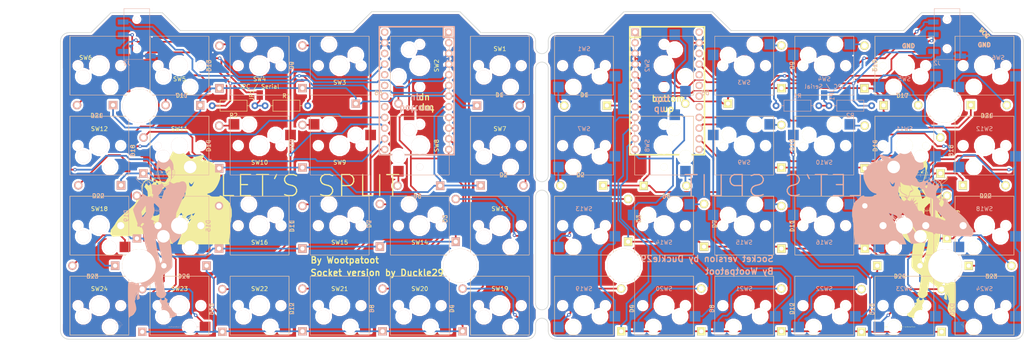
<source format=kicad_pcb>
(kicad_pcb (version 4) (host pcbnew 4.0.1-stable)
  (layers (0 F.Cu signal) (31 B.Cu signal) (34 B.Paste user) (35 F.Paste user) (36 B.SilkS user) (37 F.SilkS user) (38 B.Mask user) (39 F.Mask user) (44 Edge.Cuts user))
  (net 0 "")
  (net 1 "Net-(D1-Pad2)")
  (net 2 row0)
  (net 3 "Net-(D2-Pad2)")
  (net 4 row1)
  (net 5 "Net-(D3-Pad2)")
  (net 6 row2)
  (net 7 "Net-(D4-Pad2)")
  (net 8 row3)
  (net 9 "Net-(D5-Pad2)")
  (net 10 "Net-(D6-Pad2)")
  (net 11 "Net-(D7-Pad2)")
  (net 12 "Net-(D8-Pad2)")
  (net 13 "Net-(D9-Pad2)")
  (net 14 "Net-(D10-Pad2)")
  (net 15 "Net-(D11-Pad2)")
  (net 16 "Net-(D12-Pad2)")
  (net 17 "Net-(D13-Pad2)")
  (net 18 "Net-(D14-Pad2)")
  (net 19 "Net-(D15-Pad2)")
  (net 20 "Net-(D16-Pad2)")
  (net 21 "Net-(D17-Pad2)")
  (net 22 "Net-(D18-Pad2)")
  (net 23 "Net-(D19-Pad2)")
  (net 24 "Net-(D20-Pad2)")
  (net 25 "Net-(D21-Pad2)")
  (net 26 "Net-(D22-Pad2)")
  (net 27 "Net-(D23-Pad2)")
  (net 28 "Net-(D24-Pad2)")
  (net 29 GND)
  (net 30 VCC)
  (net 31 col0)
  (net 32 col1)
  (net 33 col2)
  (net 34 col3)
  (net 35 col4)
  (net 36 col5)
  (net 37 SCL/D3)
  (net 38 SDA)
  (net 39 "Net-(JP1-Pad2)")
  (net 40 "Net-(U1-Pad1)")
  (net 41 "Net-(U1-Pad2)")
  (net 42 "Net-(U1-Pad18)")
  (net 43 "Net-(U1-Pad19)")
  (net 44 "Net-(U1-Pad20)")
  (net 45 "Net-(U1-Pad22)")
  (net 46 "Net-(U1-Pad24)")
  (net 47 "Net-(U1-Pad17)")
  (module Jumpers:Solder-jumper-NO (layer B.Cu) (at 215.616 78.848 270)
    (fp_text reference JP1 (at 0 -1.905 270) (layer B.SilkS) (effects (justify mirror)))
    (fp_text value "I2C / Serial" (at -2.032 0 360) (layer B.SilkS) (effects (justify mirror)))
    (pad 1 smd rect (at -0.635 0 270) (size 1 1.5) (layers B.Cu B.Paste B.Mask) (net 30 VCC))
    (pad 2 smd rect (at 0.635 0 270) (size 1 1.5) (layers B.Cu B.Paste B.Mask) (net 39 "Net-(JP1-Pad2)"))
  )
  (module Connectors:4ucon-20153 (layer B.Cu) (at 244.855 64.315 270)
    (fp_text reference J2 (at 6.929 2.384 540) (layer B.SilkS) (effects (justify mirror)))
    (fp_text value CONN_01X04)
    (pad 1 smd rect (at 5.25 -3.25 270) (size 1.2 2.5) (layers B.Cu B.Paste B.Mask) (net 29 GND))
    (pad 2 smd rect (at 4.15 3.25 270) (size 1.2 2.5) (layers B.Cu B.Paste B.Mask) (net 37 SCL/D3))
    (pad 3 smd rect (at 0.15 3.25 270) (size 1.2 2.5) (layers B.Cu B.Paste B.Mask) (net 38 SDA))
    (pad 4 smd rect (at -2.85 3.25 270) (size 1.2 2.5) (layers B.Cu B.Paste B.Mask) (net 30 VCC))
    (pad "" np_thru_hole circle (at -3.5 0 270) (size 1.2 1.2) (drill 1.2) (layers *.Cu *.Mask B.SilkS))
    (pad "" np_thru_hole circle (at 3.5 0 270) (size 1.2 1.2) (drill 1.2) (layers *.Cu *.Mask B.SilkS))
  )
  (module Resistors_ThroughHole:R_Axial_DIN0207_L6.3mm_D2.5mm_P10.16mm_Horizontal (layer B.Cu) (at 216.759 81.388)
    (fp_text reference R2 (at 5.08 2.31) (layer B.SilkS) (effects (justify mirror)))
    (fp_text value 4k7)
    (pad 1 thru_hole circle (at 0 0) (size 1.6 1.6) (drill 0.8) (layers *.Cu *.Mask) (net 39 "Net-(JP1-Pad2)"))
    (pad 2 thru_hole oval (at 10.16 0) (size 1.6 1.6) (drill 0.8) (layers *.Cu *.Mask) (net 37 SCL/D3))
  )
  (module Resistors_ThroughHole:R_Axial_DIN0207_L6.3mm_D2.5mm_P10.16mm_Horizontal (layer B.Cu) (at 214.346 81.388 180)
    (fp_text reference R1 (at 5.08 2.31 180) (layer B.SilkS) (effects (justify mirror)))
    (fp_text value 4k7)
    (pad 1 thru_hole circle (at 0 0 180) (size 1.6 1.6) (drill 0.8) (layers *.Cu *.Mask) (net 39 "Net-(JP1-Pad2)"))
    (pad 2 thru_hole oval (at 10.16 0 180) (size 1.6 1.6) (drill 0.8) (layers *.Cu *.Mask) (net 38 SDA))
  )
  (module Connect:1pin (layer F.Cu) (at 167.991 119.488)
    (fp_text reference REF** (at 0 -3.048) (layer F.SilkS))
    (fp_text value 1pin)
    (pad "" np_thru_hole circle (at 0 0) (size 8 8) (drill 8) (layers *.Cu *.SilkS *.Mask))
  )
  (module Diodes_ThroughHole:Diode_DO-41_SOD81_Horizontal_RM10 (layer F.Cu) (at 244.826 113 90)
    (fp_text reference D19 (at 5.38734 2.53746 90) (layer F.SilkS))
    (fp_text value D)
    (pad 2 thru_hole circle (at 10.16 -0.00254 270) (size 1.99898 1.99898) (drill 1.27) (layers *.Cu *.Mask F.SilkS) (net 23 "Net-(D19-Pad2)"))
    (pad 1 thru_hole rect (at 0 -0.00254 270) (size 1.99898 1.99898) (drill 1.00076) (layers *.Cu *.Mask F.SilkS) (net 6 row2))
  )
  (module LOGO (layer F.Cu) (at 240 112.75)
    (fp_text reference G*** hide)
    (fp_text value LOGO hide)
  )
  (module LOGO (layer B.Cu) (at 231.75 103 180)
    (fp_text reference G*** hide)
    (fp_text value LOGO hide)
  )
  (module Diodes_ThroughHole:Diode_DO-41_SOD81_Horizontal_RM10 (layer F.Cu) (at 169.00954 113.773 90)
    (fp_text reference D3 (at 5.44 2.55 90) (layer F.SilkS))
    (fp_text value D)
    (fp_text user D3 (at 5.45 2.47 90) (layer B.SilkS) (effects (justify mirror)))
    (pad 2 thru_hole circle (at 10.16 -0.00254 270) (size 1.99898 1.99898) (drill 1.27) (layers *.Cu *.Mask F.SilkS) (net 5 "Net-(D3-Pad2)"))
    (pad 1 thru_hole rect (at 0 -0.00254 270) (size 1.99898 1.99898) (drill 1.00076) (layers *.Cu *.Mask F.SilkS) (net 6 row2))
  )
  (module Diodes_ThroughHole:Diode_DO-41_SOD81_Horizontal_RM10 (layer F.Cu) (at 163.95 81.35 180)
    (fp_text reference D1 (at 5.38734 2.53746 180) (layer F.SilkS))
    (fp_text value D)
    (fp_text user D1 (at 5.35 2.54 180) (layer B.SilkS) (effects (justify mirror)))
    (pad 2 thru_hole circle (at 10.16 -0.00254) (size 1.99898 1.99898) (drill 1.27) (layers *.Cu *.Mask F.SilkS) (net 1 "Net-(D1-Pad2)"))
    (pad 1 thru_hole rect (at 0 -0.00254) (size 1.99898 1.99898) (drill 1.00076) (layers *.Cu *.Mask F.SilkS) (net 2 row0))
  )
  (module Diodes_ThroughHole:Diode_DO-41_SOD81_Horizontal_RM10 (layer F.Cu) (at 192.756 80.88 180)
    (fp_text reference D5 (at 5.38734 2.53746 180) (layer F.SilkS))
    (fp_text value D)
    (fp_text user D5 (at 5.4 2.53 180) (layer B.SilkS) (effects (justify mirror)))
    (pad 2 thru_hole circle (at 10.16 -0.00254) (size 1.99898 1.99898) (drill 1.27) (layers *.Cu *.Mask F.SilkS) (net 9 "Net-(D5-Pad2)"))
    (pad 1 thru_hole rect (at 0 -0.00254) (size 1.99898 1.99898) (drill 1.00076) (layers *.Cu *.Mask F.SilkS) (net 2 row0))
  )
  (module Diodes_ThroughHole:Diode_DO-41_SOD81_Horizontal_RM10 (layer F.Cu) (at 205.45854 77.197 90)
    (fp_text reference D9 (at 5.38734 2.53746 90) (layer F.SilkS))
    (fp_text value D)
    (fp_text user D9 (at 5.39 2.54 90) (layer B.SilkS) (effects (justify mirror)))
    (pad 2 thru_hole circle (at 10.16 -0.00254 270) (size 1.99898 1.99898) (drill 1.27) (layers *.Cu *.Mask F.SilkS) (net 13 "Net-(D9-Pad2)"))
    (pad 1 thru_hole rect (at 0 -0.00254 270) (size 1.99898 1.99898) (drill 1.00076) (layers *.Cu *.Mask F.SilkS) (net 2 row0))
  )
  (module Diodes_ThroughHole:Diode_DO-41_SOD81_Horizontal_RM10 (layer F.Cu) (at 225.2 77.25 90)
    (fp_text reference D13 (at 5.38734 2.53746 90) (layer F.SilkS))
    (fp_text value D)
    (fp_text user D13 (at 5.39 2.46 90) (layer B.SilkS) (effects (justify mirror)))
    (pad 2 thru_hole circle (at 10.16 -0.00254 270) (size 1.99898 1.99898) (drill 1.27) (layers *.Cu *.Mask F.SilkS) (net 17 "Net-(D13-Pad2)"))
    (pad 1 thru_hole rect (at 0 -0.00254 270) (size 1.99898 1.99898) (drill 1.00076) (layers *.Cu *.Mask F.SilkS) (net 2 row0))
  )
  (module Diodes_ThroughHole:Diode_DO-41_SOD81_Horizontal_RM10 (layer F.Cu) (at 229.75 81.3)
    (fp_text reference D17 (at 4.5 -2.3) (layer F.SilkS))
    (fp_text value D)
    (fp_text user D17 (at 4.37 -2.35) (layer B.SilkS) (effects (justify mirror)))
    (pad 2 thru_hole circle (at 8.25 -0.05 180) (size 1.99898 1.99898) (drill 1.27) (layers *.Cu *.Mask F.SilkS) (net 21 "Net-(D17-Pad2)"))
    (pad 1 thru_hole rect (at 0 -0.00254 180) (size 1.99898 1.99898) (drill 1.00076) (layers *.Cu *.Mask F.SilkS) (net 2 row0))
  )
  (module Diodes_ThroughHole:Diode_DO-41_SOD81_Horizontal_RM10 (layer F.Cu) (at 248.9 81.25)
    (fp_text reference D21 (at 5.38734 2.53746) (layer F.SilkS))
    (fp_text value D)
    (fp_text user D21 (at 5.51 2.49) (layer B.SilkS) (effects (justify mirror)))
    (pad 2 thru_hole circle (at 10.16 -0.00254 180) (size 1.99898 1.99898) (drill 1.27) (layers *.Cu *.Mask F.SilkS) (net 25 "Net-(D21-Pad2)"))
    (pad 1 thru_hole rect (at 1.6 0 180) (size 1.99898 1.99898) (drill 1.00076) (layers *.Cu *.Mask F.SilkS) (net 2 row0))
  )
  (module Diodes_ThroughHole:Diode_DO-41_SOD81_Horizontal_RM10 (layer F.Cu) (at 243.29438 97.517 90)
    (fp_text reference D18 (at 5.38734 2.53746 90) (layer F.SilkS))
    (fp_text value D)
    (fp_text user D18 (at 5.44 2.48 90) (layer B.SilkS) (effects (justify mirror)))
    (pad 2 thru_hole circle (at 8.55 -0.05 270) (size 1.99898 1.99898) (drill 1.27) (layers *.Cu *.Mask F.SilkS) (net 22 "Net-(D18-Pad2)"))
    (pad 1 thru_hole rect (at 0 -0.00254 270) (size 1.99898 1.99898) (drill 1.00076) (layers *.Cu *.Mask F.SilkS) (net 4 row1))
  )
  (module Diodes_ThroughHole:Diode_DO-41_SOD81_Horizontal_RM10 (layer F.Cu) (at 225.25 96.3 90)
    (fp_text reference D14 (at 5.38734 2.53746 90) (layer F.SilkS))
    (fp_text value D)
    (fp_text user D14 (at 5.38 2.51 90) (layer B.SilkS) (effects (justify mirror)))
    (pad 2 thru_hole circle (at 10.16 -0.00254 270) (size 1.99898 1.99898) (drill 1.27) (layers *.Cu *.Mask F.SilkS) (net 18 "Net-(D14-Pad2)"))
    (pad 1 thru_hole rect (at 0 -0.00254 270) (size 1.99898 1.99898) (drill 1.00076) (layers *.Cu *.Mask F.SilkS) (net 4 row1))
  )
  (module Diodes_ThroughHole:Diode_DO-41_SOD81_Horizontal_RM10 (layer F.Cu) (at 205.456 96.12 90)
    (fp_text reference D10 (at 5.38734 2.53746 90) (layer F.SilkS))
    (fp_text value D)
    (fp_text user D10 (at 5.4 2.5 90) (layer B.SilkS) (effects (justify mirror)))
    (pad 2 thru_hole circle (at 10.16 -0.00254 270) (size 1.99898 1.99898) (drill 1.27) (layers *.Cu *.Mask F.SilkS) (net 14 "Net-(D10-Pad2)"))
    (pad 1 thru_hole rect (at 0 -0.00254 270) (size 1.99898 1.99898) (drill 1.00076) (layers *.Cu *.Mask F.SilkS) (net 4 row1))
  )
  (module Diodes_ThroughHole:Diode_DO-41_SOD81_Horizontal_RM10 (layer F.Cu) (at 172.7 100.45)
    (fp_text reference D6 (at 5.38734 2.53746) (layer F.SilkS))
    (fp_text value D)
    (fp_text user D6 (at 5.42 2.47) (layer B.SilkS) (effects (justify mirror)))
    (pad 2 thru_hole circle (at 10.16 -0.00254 180) (size 1.99898 1.99898) (drill 1.27) (layers *.Cu *.Mask F.SilkS) (net 10 "Net-(D6-Pad2)"))
    (pad 1 thru_hole rect (at 0 -0.00254 180) (size 1.99898 1.99898) (drill 1.00076) (layers *.Cu *.Mask F.SilkS) (net 4 row1))
  )
  (module Diodes_ThroughHole:Diode_DO-41_SOD81_Horizontal_RM10 (layer F.Cu) (at 167.35854 135.109 90)
    (fp_text reference D4 (at 5.38734 2.53746 90) (layer F.SilkS))
    (fp_text value D)
    (fp_text user D4 (at 5.38 2.54 90) (layer B.SilkS) (effects (justify mirror)))
    (pad 2 thru_hole circle (at 10.16 -0.00254 270) (size 1.99898 1.99898) (drill 1.27) (layers *.Cu *.Mask F.SilkS) (net 7 "Net-(D4-Pad2)"))
    (pad 1 thru_hole rect (at 0 -0.00254 270) (size 1.99898 1.99898) (drill 1.00076) (layers *.Cu *.Mask F.SilkS) (net 8 row3))
  )
  (module Diodes_ThroughHole:Diode_DO-41_SOD81_Horizontal_RM10 (layer F.Cu) (at 163.05 100.4 180)
    (fp_text reference D2 (at 5.38734 2.53746 180) (layer F.SilkS))
    (fp_text value D)
    (fp_text user D2 (at 5.41 2.48 180) (layer B.SilkS) (effects (justify mirror)))
    (pad 2 thru_hole circle (at 10.16 -0.00254) (size 1.99898 1.99898) (drill 1.27) (layers *.Cu *.Mask F.SilkS) (net 3 "Net-(D2-Pad2)"))
    (pad 1 thru_hole rect (at 0 -0.00254) (size 1.99898 1.99898) (drill 1.00076) (layers *.Cu *.Mask F.SilkS) (net 4 row1))
  )
  (module Diodes_ThroughHole:Diode_DO-41_SOD81_Horizontal_RM10 (layer F.Cu) (at 187.05 114.95 90)
    (fp_text reference D7 (at 5.38734 2.53746 90) (layer F.SilkS))
    (fp_text value D)
    (fp_text user D7 (at 5.4 2.53 90) (layer B.SilkS) (effects (justify mirror)))
    (pad 2 thru_hole circle (at 10.16 -0.00254 270) (size 1.99898 1.99898) (drill 1.27) (layers *.Cu *.Mask F.SilkS) (net 11 "Net-(D7-Pad2)"))
    (pad 1 thru_hole rect (at 0 -0.00254 270) (size 1.99898 1.99898) (drill 1.00076) (layers *.Cu *.Mask F.SilkS) (net 6 row2))
  )
  (module Diodes_ThroughHole:Diode_DO-41_SOD81_Horizontal_RM10 (layer F.Cu) (at 205.456 115.424 90)
    (fp_text reference D11 (at 5.38734 2.53746 90) (layer F.SilkS))
    (fp_text value D)
    (fp_text user D11 (at 5.34 2.47 90) (layer B.SilkS) (effects (justify mirror)))
    (pad 2 thru_hole circle (at 10.16 -0.00254 270) (size 1.99898 1.99898) (drill 1.27) (layers *.Cu *.Mask F.SilkS) (net 15 "Net-(D11-Pad2)"))
    (pad 1 thru_hole rect (at 0 -0.00254 270) (size 1.99898 1.99898) (drill 1.00076) (layers *.Cu *.Mask F.SilkS) (net 6 row2))
  )
  (module Diodes_ThroughHole:Diode_DO-41_SOD81_Horizontal_RM10 (layer F.Cu) (at 225.3 115.4 90)
    (fp_text reference D15 (at 5.38734 2.53746 90) (layer F.SilkS))
    (fp_text value D)
    (fp_text user D15 (at 5.4 2.53 90) (layer B.SilkS) (effects (justify mirror)))
    (pad 2 thru_hole circle (at 10.16 -0.00254 270) (size 1.99898 1.99898) (drill 1.27) (layers *.Cu *.Mask F.SilkS) (net 19 "Net-(D15-Pad2)"))
    (pad 1 thru_hole rect (at 0 -0.00254 270) (size 1.99898 1.99898) (drill 1.00076) (layers *.Cu *.Mask F.SilkS) (net 6 row2))
  )
  (module Diodes_ThroughHole:Diode_DO-41_SOD81_Horizontal_RM10 (layer F.Cu) (at 248.6 100.35)
    (fp_text reference D22 (at 5.38734 2.53746) (layer F.SilkS))
    (fp_text value D)
    (fp_text user D22 (at 5.43 2.54) (layer B.SilkS) (effects (justify mirror)))
    (pad 2 thru_hole circle (at 10.16 -0.00254 180) (size 1.99898 1.99898) (drill 1.27) (layers *.Cu *.Mask F.SilkS) (net 26 "Net-(D22-Pad2)"))
    (pad 1 thru_hole rect (at 0 -0.00254 180) (size 1.99898 1.99898) (drill 1.00076) (layers *.Cu *.Mask F.SilkS) (net 4 row1))
  )
  (module Diodes_ThroughHole:Diode_DO-41_SOD81_Horizontal_RM10 (layer F.Cu) (at 228.25 119.5)
    (fp_text reference D24 (at 5.38734 2.53746) (layer F.SilkS))
    (fp_text value D)
    (fp_text user D24 (at 5.39 2.53) (layer B.SilkS) (effects (justify mirror)))
    (pad 2 thru_hole circle (at 10.16 -0.00254 180) (size 1.99898 1.99898) (drill 1.27) (layers *.Cu *.Mask F.SilkS) (net 28 "Net-(D24-Pad2)"))
    (pad 1 thru_hole rect (at 0 -0.00254 180) (size 1.99898 1.99898) (drill 1.00076) (layers *.Cu *.Mask F.SilkS) (net 8 row3))
  )
  (module Diodes_ThroughHole:Diode_DO-41_SOD81_Horizontal_RM10 (layer F.Cu) (at 224.50854 135.236 90)
    (fp_text reference D16 (at 5.38734 2.53746 90) (layer F.SilkS))
    (fp_text value D)
    (fp_text user D16 (at 5.41 2.51 90) (layer B.SilkS) (effects (justify mirror)))
    (pad 2 thru_hole circle (at 10.16 -0.00254 270) (size 1.99898 1.99898) (drill 1.27) (layers *.Cu *.Mask F.SilkS) (net 20 "Net-(D16-Pad2)"))
    (pad 1 thru_hole rect (at 0 -0.00254 270) (size 1.99898 1.99898) (drill 1.00076) (layers *.Cu *.Mask F.SilkS) (net 8 row3))
  )
  (module Diodes_ThroughHole:Diode_DO-41_SOD81_Horizontal_RM10 (layer F.Cu) (at 205.456 135.109 90)
    (fp_text reference D12 (at 5.38734 2.53746 90) (layer F.SilkS))
    (fp_text value D)
    (fp_text user D12 (at 5.39 2.52 90) (layer B.SilkS) (effects (justify mirror)))
    (pad 2 thru_hole circle (at 10.16 -0.00254 270) (size 1.99898 1.99898) (drill 1.27) (layers *.Cu *.Mask F.SilkS) (net 16 "Net-(D12-Pad2)"))
    (pad 1 thru_hole rect (at 0 -0.00254 270) (size 1.99898 1.99898) (drill 1.00076) (layers *.Cu *.Mask F.SilkS) (net 8 row3))
  )
  (module Diodes_ThroughHole:Diode_DO-41_SOD81_Horizontal_RM10 (layer F.Cu) (at 186.40854 135.109 90)
    (fp_text reference D8 (at 5.38734 2.53746 90) (layer F.SilkS))
    (fp_text value D)
    (fp_text user D8 (at 5.4 2.53 90) (layer B.SilkS) (effects (justify mirror)))
    (pad 2 thru_hole circle (at 10.16 -0.00254 270) (size 1.99898 1.99898) (drill 1.27) (layers *.Cu *.Mask F.SilkS) (net 12 "Net-(D8-Pad2)"))
    (pad 1 thru_hole rect (at 0 -0.00254 270) (size 1.99898 1.99898) (drill 1.00076) (layers *.Cu *.Mask F.SilkS) (net 8 row3))
  )
  (module Diodes_ThroughHole:Diode_DO-41_SOD81_Horizontal_RM10 (layer F.Cu) (at 243.556 135.236 90)
    (fp_text reference D20 (at 5.38734 2.53746 90) (layer F.SilkS))
    (fp_text value D)
    (fp_text user D20 (at 5.41 2.54 90) (layer B.SilkS) (effects (justify mirror)))
    (pad 2 thru_hole circle (at 10.16 -0.00254 270) (size 1.99898 1.99898) (drill 1.27) (layers *.Cu *.Mask F.SilkS) (net 24 "Net-(D20-Pad2)"))
    (pad 1 thru_hole rect (at 0 -0.00254 270) (size 1.99898 1.99898) (drill 1.00076) (layers *.Cu *.Mask F.SilkS) (net 8 row3))
  )
  (module Connect:1pin (layer F.Cu) (at 244.35 119.55)
    (fp_text reference REF** (at 0 -3.048) (layer F.SilkS))
    (fp_text value 1pin)
    (pad "" np_thru_hole circle (at 0 0) (size 8 8) (drill 8) (layers *.Cu *.SilkS *.Mask))
  )
  (module Connect:1pin (layer F.Cu) (at 244.2 81.45)
    (fp_text reference REF** (at 0 -3.048) (layer F.SilkS))
    (fp_text value 1pin)
    (pad "" np_thru_hole circle (at 0 0) (size 8 8) (drill 8) (layers *.Cu *.SilkS *.Mask))
  )
  (module Diodes_ThroughHole:Diode_DO-41_SOD81_Horizontal_RM10 (layer F.Cu) (at 250 119.5)
    (fp_text reference D23 (at 5.38734 2.53746) (layer F.SilkS))
    (fp_text value D)
    (fp_text user D23 (at 5.4 2.54) (layer B.SilkS) (effects (justify mirror)))
    (pad 2 thru_hole circle (at 10.16 -0.00254 180) (size 1.99898 1.99898) (drill 1.27) (layers *.Cu *.Mask F.SilkS) (net 27 "Net-(D23-Pad2)"))
    (pad 1 thru_hole rect (at 0 -0.00254 180) (size 1.99898 1.99898) (drill 1.00076) (layers *.Cu *.Mask F.SilkS) (net 6 row2))
  )
  (module Kailh-socket (layer F.Cu) (at 158.5 71.85 180)
    (fp_text reference SW1 (at 0 4 180) (layer B.SilkS) (effects (justify mirror)))
    (fp_text value SW_PUSH)
    (pad "" np_thru_hole circle (at 0 0 180) (size 4 4) (drill 4) (layers *.Cu *.Mask F.SilkS))
    (pad "" np_thru_hole circle (at -5.08 0 180) (size 1.7 1.7) (drill 1.7) (layers *.Cu *.Mask F.SilkS))
    (pad "" np_thru_hole circle (at 5.08 0 180) (size 1.7 1.7) (drill 1.7) (layers *.Cu *.Mask F.SilkS))
    (pad "" np_thru_hole circle (at -3.81 -2.54 180) (size 3 3) (drill 3) (layers *.Cu *.Mask F.SilkS))
    (pad "" np_thru_hole circle (at 2.54 -5.08 180) (size 3 3) (drill 3) (layers *.Cu *.Mask F.SilkS))
    (pad 2 smd rect (at 6.09 -5.08 180) (size 2.55 2.5) (layers B.Cu B.Paste B.Mask) (net 1 "Net-(D1-Pad2)"))
    (pad 1 smd rect (at -7.36 -2.54 180) (size 2.55 2.5) (layers B.Cu B.Paste B.Mask) (net 31 col0))
  )
  (module Kailh-socket (layer F.Cu) (at 177.55 71.85 270)
    (fp_text reference SW2 (at 0 4 270) (layer B.SilkS) (effects (justify mirror)))
    (fp_text value SW_PUSH)
    (pad "" np_thru_hole circle (at 0 0 270) (size 4 4) (drill 4) (layers *.Cu *.Mask F.SilkS))
    (pad "" np_thru_hole circle (at -5.08 0 270) (size 1.7 1.7) (drill 1.7) (layers *.Cu *.Mask F.SilkS))
    (pad "" np_thru_hole circle (at 5.08 0 270) (size 1.7 1.7) (drill 1.7) (layers *.Cu *.Mask F.SilkS))
    (pad "" np_thru_hole circle (at -3.81 -2.54 270) (size 3 3) (drill 3) (layers *.Cu *.Mask F.SilkS))
    (pad "" np_thru_hole circle (at 2.54 -5.08 270) (size 3 3) (drill 3) (layers *.Cu *.Mask F.SilkS))
    (pad 2 smd rect (at 6.09 -5.08 270) (size 2.55 2.5) (layers B.Cu B.Paste B.Mask) (net 9 "Net-(D5-Pad2)"))
    (pad 1 smd rect (at -7.36 -2.54 270) (size 2.55 2.5) (layers B.Cu B.Paste B.Mask) (net 32 col1))
  )
  (module Kailh-socket (layer F.Cu) (at 196.6 71.85)
    (fp_text reference SW3 (at 0 4) (layer B.SilkS) (effects (justify mirror)))
    (fp_text value SW_PUSH)
    (pad "" np_thru_hole circle (at 0 0) (size 4 4) (drill 4) (layers *.Cu *.Mask F.SilkS))
    (pad "" np_thru_hole circle (at -5.08 0) (size 1.7 1.7) (drill 1.7) (layers *.Cu *.Mask F.SilkS))
    (pad "" np_thru_hole circle (at 5.08 0) (size 1.7 1.7) (drill 1.7) (layers *.Cu *.Mask F.SilkS))
    (pad "" np_thru_hole circle (at -3.81 -2.54) (size 3 3) (drill 3) (layers *.Cu *.Mask F.SilkS))
    (pad "" np_thru_hole circle (at 2.54 -5.08) (size 3 3) (drill 3) (layers *.Cu *.Mask F.SilkS))
    (pad 2 smd rect (at 6.09 -5.08) (size 2.55 2.5) (layers B.Cu B.Paste B.Mask) (net 13 "Net-(D9-Pad2)"))
    (pad 1 smd rect (at -7.36 -2.54) (size 2.55 2.5) (layers B.Cu B.Paste B.Mask) (net 33 col2))
  )
  (module Kailh-socket (layer F.Cu) (at 215.65 71.85)
    (fp_text reference SW4 (at 0 3.188) (layer B.SilkS) (effects (justify mirror)))
    (fp_text value SW_PUSH)
    (pad "" np_thru_hole circle (at 0 0) (size 4 4) (drill 4) (layers *.Cu *.Mask F.SilkS))
    (pad "" np_thru_hole circle (at -5.08 0) (size 1.7 1.7) (drill 1.7) (layers *.Cu *.Mask F.SilkS))
    (pad "" np_thru_hole circle (at 5.08 0) (size 1.7 1.7) (drill 1.7) (layers *.Cu *.Mask F.SilkS))
    (pad "" np_thru_hole circle (at -3.81 -2.54) (size 3 3) (drill 3) (layers *.Cu *.Mask F.SilkS))
    (pad "" np_thru_hole circle (at 2.54 -5.08) (size 3 3) (drill 3) (layers *.Cu *.Mask F.SilkS))
    (pad 2 smd rect (at 6.09 -5.08) (size 2.55 2.5) (layers B.Cu B.Paste B.Mask) (net 17 "Net-(D13-Pad2)"))
    (pad 1 smd rect (at -7.36 -2.54) (size 2.55 2.5) (layers B.Cu B.Paste B.Mask) (net 34 col3))
  )
  (module Kailh-socket (layer F.Cu) (at 234.7 71.85 180)
    (fp_text reference SW5 (at 0 -3.188 180) (layer B.SilkS) (effects (justify mirror)))
    (fp_text value SW_PUSH)
    (pad "" np_thru_hole circle (at 0 0 180) (size 4 4) (drill 4) (layers *.Cu *.Mask F.SilkS))
    (pad "" np_thru_hole circle (at -5.08 0 180) (size 1.7 1.7) (drill 1.7) (layers *.Cu *.Mask F.SilkS))
    (pad "" np_thru_hole circle (at 5.08 0 180) (size 1.7 1.7) (drill 1.7) (layers *.Cu *.Mask F.SilkS))
    (pad "" np_thru_hole circle (at -3.81 -2.54 180) (size 3 3) (drill 3) (layers *.Cu *.Mask F.SilkS))
    (pad "" np_thru_hole circle (at 2.54 -5.08 180) (size 3 3) (drill 3) (layers *.Cu *.Mask F.SilkS))
    (pad 2 smd rect (at 6.09 -5.08 180) (size 2.55 2.5) (layers B.Cu B.Paste B.Mask) (net 21 "Net-(D17-Pad2)"))
    (pad 1 smd rect (at -7.36 -2.54 180) (size 2.55 2.5) (layers B.Cu B.Paste B.Mask) (net 35 col4))
  )
  (module Kailh-socket (layer F.Cu) (at 253.75 71.85 180)
    (fp_text reference SW6 (at -3.268 1.892 180) (layer B.SilkS) (effects (justify mirror)))
    (fp_text value SW_PUSH)
    (pad "" np_thru_hole circle (at 0 0 180) (size 4 4) (drill 4) (layers *.Cu *.Mask F.SilkS))
    (pad "" np_thru_hole circle (at -5.08 0 180) (size 1.7 1.7) (drill 1.7) (layers *.Cu *.Mask F.SilkS))
    (pad "" np_thru_hole circle (at 5.08 0 180) (size 1.7 1.7) (drill 1.7) (layers *.Cu *.Mask F.SilkS))
    (pad "" np_thru_hole circle (at -3.81 -2.54 180) (size 3 3) (drill 3) (layers *.Cu *.Mask F.SilkS))
    (pad "" np_thru_hole circle (at 2.54 -5.08 180) (size 3 3) (drill 3) (layers *.Cu *.Mask F.SilkS))
    (pad 2 smd rect (at 6.09 -5.08 180) (size 2.55 2.5) (layers B.Cu B.Paste B.Mask) (net 25 "Net-(D21-Pad2)"))
    (pad 1 smd rect (at -7.36 -2.54 180) (size 2.55 2.5) (layers B.Cu B.Paste B.Mask) (net 36 col5))
  )
  (module Kailh-socket (layer F.Cu) (at 196.6 90.9)
    (fp_text reference SW9 (at 0 4) (layer B.SilkS) (effects (justify mirror)))
    (fp_text value SW_PUSH)
    (pad "" np_thru_hole circle (at 0 0) (size 4 4) (drill 4) (layers *.Cu *.Mask F.SilkS))
    (pad "" np_thru_hole circle (at -5.08 0) (size 1.7 1.7) (drill 1.7) (layers *.Cu *.Mask F.SilkS))
    (pad "" np_thru_hole circle (at 5.08 0) (size 1.7 1.7) (drill 1.7) (layers *.Cu *.Mask F.SilkS))
    (pad "" np_thru_hole circle (at -3.81 -2.54) (size 3 3) (drill 3) (layers *.Cu *.Mask F.SilkS))
    (pad "" np_thru_hole circle (at 2.54 -5.08) (size 3 3) (drill 3) (layers *.Cu *.Mask F.SilkS))
    (pad 2 smd rect (at 6.09 -5.08) (size 2.55 2.5) (layers B.Cu B.Paste B.Mask) (net 14 "Net-(D10-Pad2)"))
    (pad 1 smd rect (at -7.36 -2.54) (size 2.55 2.5) (layers B.Cu B.Paste B.Mask) (net 33 col2))
  )
  (module Kailh-socket (layer F.Cu) (at 215.65 90.9)
    (fp_text reference SW10 (at 0 4) (layer B.SilkS) (effects (justify mirror)))
    (fp_text value SW_PUSH)
    (pad "" np_thru_hole circle (at 0 0) (size 4 4) (drill 4) (layers *.Cu *.Mask F.SilkS))
    (pad "" np_thru_hole circle (at -5.08 0) (size 1.7 1.7) (drill 1.7) (layers *.Cu *.Mask F.SilkS))
    (pad "" np_thru_hole circle (at 5.08 0) (size 1.7 1.7) (drill 1.7) (layers *.Cu *.Mask F.SilkS))
    (pad "" np_thru_hole circle (at -3.81 -2.54) (size 3 3) (drill 3) (layers *.Cu *.Mask F.SilkS))
    (pad "" np_thru_hole circle (at 2.54 -5.08) (size 3 3) (drill 3) (layers *.Cu *.Mask F.SilkS))
    (pad 2 smd rect (at 6.09 -5.08) (size 2.55 2.5) (layers B.Cu B.Paste B.Mask) (net 18 "Net-(D14-Pad2)"))
    (pad 1 smd rect (at -7.36 -2.54) (size 2.55 2.5) (layers B.Cu B.Paste B.Mask) (net 34 col3))
  )
  (module Kailh-socket (layer F.Cu) (at 234.7 90.9 180)
    (fp_text reference SW11 (at 0 4 180) (layer B.SilkS) (effects (justify mirror)))
    (fp_text value SW_PUSH)
    (pad "" np_thru_hole circle (at 0 0 180) (size 4 4) (drill 4) (layers *.Cu *.Mask F.SilkS))
    (pad "" np_thru_hole circle (at -5.08 0 180) (size 1.7 1.7) (drill 1.7) (layers *.Cu *.Mask F.SilkS))
    (pad "" np_thru_hole circle (at 5.08 0 180) (size 1.7 1.7) (drill 1.7) (layers *.Cu *.Mask F.SilkS))
    (pad "" np_thru_hole circle (at -3.81 -2.54 180) (size 3 3) (drill 3) (layers *.Cu *.Mask F.SilkS))
    (pad "" np_thru_hole circle (at 2.54 -5.08 180) (size 3 3) (drill 3) (layers *.Cu *.Mask F.SilkS))
    (pad 2 smd rect (at 6.09 -5.08 180) (size 2.55 2.5) (layers B.Cu B.Paste B.Mask) (net 22 "Net-(D18-Pad2)"))
    (pad 1 smd rect (at -7.36 -2.54 180) (size 2.55 2.5) (layers B.Cu B.Paste B.Mask) (net 35 col4))
  )
  (module Kailh-socket (layer F.Cu) (at 253.75 90.9 180)
    (fp_text reference SW12 (at 0 4 180) (layer B.SilkS) (effects (justify mirror)))
    (fp_text value SW_PUSH)
    (pad "" np_thru_hole circle (at 0 0 180) (size 4 4) (drill 4) (layers *.Cu *.Mask F.SilkS))
    (pad "" np_thru_hole circle (at -5.08 0 180) (size 1.7 1.7) (drill 1.7) (layers *.Cu *.Mask F.SilkS))
    (pad "" np_thru_hole circle (at 5.08 0 180) (size 1.7 1.7) (drill 1.7) (layers *.Cu *.Mask F.SilkS))
    (pad "" np_thru_hole circle (at -3.81 -2.54 180) (size 3 3) (drill 3) (layers *.Cu *.Mask F.SilkS))
    (pad "" np_thru_hole circle (at 2.54 -5.08 180) (size 3 3) (drill 3) (layers *.Cu *.Mask F.SilkS))
    (pad 2 smd rect (at 6.09 -5.08 180) (size 2.55 2.5) (layers B.Cu B.Paste B.Mask) (net 26 "Net-(D22-Pad2)"))
    (pad 1 smd rect (at -7.36 -2.54 180) (size 2.55 2.5) (layers B.Cu B.Paste B.Mask) (net 36 col5))
  )
  (module Kailh-socket (layer F.Cu) (at 158.5 109.95 180)
    (fp_text reference SW13 (at 0 4 180) (layer B.SilkS) (effects (justify mirror)))
    (fp_text value SW_PUSH)
    (pad "" np_thru_hole circle (at 0 0 180) (size 4 4) (drill 4) (layers *.Cu *.Mask F.SilkS))
    (pad "" np_thru_hole circle (at -5.08 0 180) (size 1.7 1.7) (drill 1.7) (layers *.Cu *.Mask F.SilkS))
    (pad "" np_thru_hole circle (at 5.08 0 180) (size 1.7 1.7) (drill 1.7) (layers *.Cu *.Mask F.SilkS))
    (pad "" np_thru_hole circle (at -3.81 -2.54 180) (size 3 3) (drill 3) (layers *.Cu *.Mask F.SilkS))
    (pad "" np_thru_hole circle (at 2.54 -5.08 180) (size 3 3) (drill 3) (layers *.Cu *.Mask F.SilkS))
    (pad 2 smd rect (at 6.09 -5.08 180) (size 2.55 2.5) (layers B.Cu B.Paste B.Mask) (net 5 "Net-(D3-Pad2)"))
    (pad 1 smd rect (at -7.36 -2.54 180) (size 2.55 2.5) (layers B.Cu B.Paste B.Mask) (net 31 col0))
  )
  (module Kailh-socket (layer F.Cu) (at 177.55 109.95)
    (fp_text reference SW14 (at 0 4) (layer B.SilkS) (effects (justify mirror)))
    (fp_text value SW_PUSH)
    (pad "" np_thru_hole circle (at 0 0) (size 4 4) (drill 4) (layers *.Cu *.Mask F.SilkS))
    (pad "" np_thru_hole circle (at -5.08 0) (size 1.7 1.7) (drill 1.7) (layers *.Cu *.Mask F.SilkS))
    (pad "" np_thru_hole circle (at 5.08 0) (size 1.7 1.7) (drill 1.7) (layers *.Cu *.Mask F.SilkS))
    (pad "" np_thru_hole circle (at -3.81 -2.54) (size 3 3) (drill 3) (layers *.Cu *.Mask F.SilkS))
    (pad "" np_thru_hole circle (at 2.54 -5.08) (size 3 3) (drill 3) (layers *.Cu *.Mask F.SilkS))
    (pad 2 smd rect (at 6.09 -5.08) (size 2.55 2.5) (layers B.Cu B.Paste B.Mask) (net 11 "Net-(D7-Pad2)"))
    (pad 1 smd rect (at -7.36 -2.54) (size 2.55 2.5) (layers B.Cu B.Paste B.Mask) (net 32 col1))
  )
  (module Kailh-socket (layer F.Cu) (at 196.6 109.95)
    (fp_text reference SW15 (at 0 4) (layer B.SilkS) (effects (justify mirror)))
    (fp_text value SW_PUSH)
    (pad "" np_thru_hole circle (at 0 0) (size 4 4) (drill 4) (layers *.Cu *.Mask F.SilkS))
    (pad "" np_thru_hole circle (at -5.08 0) (size 1.7 1.7) (drill 1.7) (layers *.Cu *.Mask F.SilkS))
    (pad "" np_thru_hole circle (at 5.08 0) (size 1.7 1.7) (drill 1.7) (layers *.Cu *.Mask F.SilkS))
    (pad "" np_thru_hole circle (at -3.81 -2.54) (size 3 3) (drill 3) (layers *.Cu *.Mask F.SilkS))
    (pad "" np_thru_hole circle (at 2.54 -5.08) (size 3 3) (drill 3) (layers *.Cu *.Mask F.SilkS))
    (pad 2 smd rect (at 6.09 -5.08) (size 2.55 2.5) (layers B.Cu B.Paste B.Mask) (net 15 "Net-(D11-Pad2)"))
    (pad 1 smd rect (at -7.36 -2.54) (size 2.55 2.5) (layers B.Cu B.Paste B.Mask) (net 33 col2))
  )
  (module Kailh-socket (layer F.Cu) (at 215.65 109.95)
    (fp_text reference SW16 (at 0 4) (layer B.SilkS) (effects (justify mirror)))
    (fp_text value SW_PUSH)
    (pad "" np_thru_hole circle (at 0 0) (size 4 4) (drill 4) (layers *.Cu *.Mask F.SilkS))
    (pad "" np_thru_hole circle (at -5.08 0) (size 1.7 1.7) (drill 1.7) (layers *.Cu *.Mask F.SilkS))
    (pad "" np_thru_hole circle (at 5.08 0) (size 1.7 1.7) (drill 1.7) (layers *.Cu *.Mask F.SilkS))
    (pad "" np_thru_hole circle (at -3.81 -2.54) (size 3 3) (drill 3) (layers *.Cu *.Mask F.SilkS))
    (pad "" np_thru_hole circle (at 2.54 -5.08) (size 3 3) (drill 3) (layers *.Cu *.Mask F.SilkS))
    (pad 2 smd rect (at 6.09 -5.08) (size 2.55 2.5) (layers B.Cu B.Paste B.Mask) (net 19 "Net-(D15-Pad2)"))
    (pad 1 smd rect (at -7.36 -2.54) (size 2.55 2.5) (layers B.Cu B.Paste B.Mask) (net 34 col3))
  )
  (module Kailh-socket (layer F.Cu) (at 234.7 109.95 180)
    (fp_text reference SW17 (at 0 4 180) (layer B.SilkS) (effects (justify mirror)))
    (fp_text value SW_PUSH)
    (pad "" np_thru_hole circle (at 0 0 180) (size 4 4) (drill 4) (layers *.Cu *.Mask F.SilkS))
    (pad "" np_thru_hole circle (at -5.08 0 180) (size 1.7 1.7) (drill 1.7) (layers *.Cu *.Mask F.SilkS))
    (pad "" np_thru_hole circle (at 5.08 0 180) (size 1.7 1.7) (drill 1.7) (layers *.Cu *.Mask F.SilkS))
    (pad "" np_thru_hole circle (at -3.81 -2.54 180) (size 3 3) (drill 3) (layers *.Cu *.Mask F.SilkS))
    (pad "" np_thru_hole circle (at 2.54 -5.08 180) (size 3 3) (drill 3) (layers *.Cu *.Mask F.SilkS))
    (pad 2 smd rect (at 6.09 -5.08 180) (size 2.55 2.5) (layers B.Cu B.Paste B.Mask) (net 23 "Net-(D19-Pad2)"))
    (pad 1 smd rect (at -7.36 -2.54 180) (size 2.55 2.5) (layers B.Cu B.Paste B.Mask) (net 35 col4))
  )
  (module Kailh-socket (layer F.Cu) (at 253.75 109.95 180)
    (fp_text reference SW18 (at 0 4 180) (layer B.SilkS) (effects (justify mirror)))
    (fp_text value SW_PUSH)
    (pad "" np_thru_hole circle (at 0 0 180) (size 4 4) (drill 4) (layers *.Cu *.Mask F.SilkS))
    (pad "" np_thru_hole circle (at -5.08 0 180) (size 1.7 1.7) (drill 1.7) (layers *.Cu *.Mask F.SilkS))
    (pad "" np_thru_hole circle (at 5.08 0 180) (size 1.7 1.7) (drill 1.7) (layers *.Cu *.Mask F.SilkS))
    (pad "" np_thru_hole circle (at -3.81 -2.54 180) (size 3 3) (drill 3) (layers *.Cu *.Mask F.SilkS))
    (pad "" np_thru_hole circle (at 2.54 -5.08 180) (size 3 3) (drill 3) (layers *.Cu *.Mask F.SilkS))
    (pad 2 smd rect (at 6.09 -5.08 180) (size 2.55 2.5) (layers B.Cu B.Paste B.Mask) (net 27 "Net-(D23-Pad2)"))
    (pad 1 smd rect (at -7.36 -2.54 180) (size 2.55 2.5) (layers B.Cu B.Paste B.Mask) (net 36 col5))
  )
  (module Kailh-socket (layer F.Cu) (at 158.5 129 180)
    (fp_text reference SW19 (at 0 4 180) (layer B.SilkS) (effects (justify mirror)))
    (fp_text value SW_PUSH)
    (pad "" np_thru_hole circle (at 0 0 180) (size 4 4) (drill 4) (layers *.Cu *.Mask F.SilkS))
    (pad "" np_thru_hole circle (at -5.08 0 180) (size 1.7 1.7) (drill 1.7) (layers *.Cu *.Mask F.SilkS))
    (pad "" np_thru_hole circle (at 5.08 0 180) (size 1.7 1.7) (drill 1.7) (layers *.Cu *.Mask F.SilkS))
    (pad "" np_thru_hole circle (at -3.81 -2.54 180) (size 3 3) (drill 3) (layers *.Cu *.Mask F.SilkS))
    (pad "" np_thru_hole circle (at 2.54 -5.08 180) (size 3 3) (drill 3) (layers *.Cu *.Mask F.SilkS))
    (pad 2 smd rect (at 6.09 -5.08 180) (size 2.55 2.5) (layers B.Cu B.Paste B.Mask) (net 7 "Net-(D4-Pad2)"))
    (pad 1 smd rect (at -7.36 -2.54 180) (size 2.55 2.5) (layers B.Cu B.Paste B.Mask) (net 31 col0))
  )
  (module Kailh-socket (layer F.Cu) (at 177.55 129 180)
    (fp_text reference SW20 (at 0 4 180) (layer B.SilkS) (effects (justify mirror)))
    (fp_text value SW_PUSH)
    (pad "" np_thru_hole circle (at 0 0 180) (size 4 4) (drill 4) (layers *.Cu *.Mask F.SilkS))
    (pad "" np_thru_hole circle (at -5.08 0 180) (size 1.7 1.7) (drill 1.7) (layers *.Cu *.Mask F.SilkS))
    (pad "" np_thru_hole circle (at 5.08 0 180) (size 1.7 1.7) (drill 1.7) (layers *.Cu *.Mask F.SilkS))
    (pad "" np_thru_hole circle (at -3.81 -2.54 180) (size 3 3) (drill 3) (layers *.Cu *.Mask F.SilkS))
    (pad "" np_thru_hole circle (at 2.54 -5.08 180) (size 3 3) (drill 3) (layers *.Cu *.Mask F.SilkS))
    (pad 2 smd rect (at 6.09 -5.08 180) (size 2.55 2.5) (layers B.Cu B.Paste B.Mask) (net 12 "Net-(D8-Pad2)"))
    (pad 1 smd rect (at -7.36 -2.54 180) (size 2.55 2.5) (layers B.Cu B.Paste B.Mask) (net 32 col1))
  )
  (module Kailh-socket (layer F.Cu) (at 196.6 129 180)
    (fp_text reference SW21 (at 0 4 180) (layer B.SilkS) (effects (justify mirror)))
    (fp_text value SW_PUSH)
    (pad "" np_thru_hole circle (at 0 0 180) (size 4 4) (drill 4) (layers *.Cu *.Mask F.SilkS))
    (pad "" np_thru_hole circle (at -5.08 0 180) (size 1.7 1.7) (drill 1.7) (layers *.Cu *.Mask F.SilkS))
    (pad "" np_thru_hole circle (at 5.08 0 180) (size 1.7 1.7) (drill 1.7) (layers *.Cu *.Mask F.SilkS))
    (pad "" np_thru_hole circle (at -3.81 -2.54 180) (size 3 3) (drill 3) (layers *.Cu *.Mask F.SilkS))
    (pad "" np_thru_hole circle (at 2.54 -5.08 180) (size 3 3) (drill 3) (layers *.Cu *.Mask F.SilkS))
    (pad 2 smd rect (at 6.09 -5.08 180) (size 2.55 2.5) (layers B.Cu B.Paste B.Mask) (net 16 "Net-(D12-Pad2)"))
    (pad 1 smd rect (at -7.36 -2.54 180) (size 2.55 2.5) (layers B.Cu B.Paste B.Mask) (net 33 col2))
  )
  (module Kailh-socket (layer F.Cu) (at 215.65 129 180)
    (fp_text reference SW22 (at 0 4 180) (layer B.SilkS) (effects (justify mirror)))
    (fp_text value SW_PUSH)
    (pad "" np_thru_hole circle (at 0 0 180) (size 4 4) (drill 4) (layers *.Cu *.Mask F.SilkS))
    (pad "" np_thru_hole circle (at -5.08 0 180) (size 1.7 1.7) (drill 1.7) (layers *.Cu *.Mask F.SilkS))
    (pad "" np_thru_hole circle (at 5.08 0 180) (size 1.7 1.7) (drill 1.7) (layers *.Cu *.Mask F.SilkS))
    (pad "" np_thru_hole circle (at -3.81 -2.54 180) (size 3 3) (drill 3) (layers *.Cu *.Mask F.SilkS))
    (pad "" np_thru_hole circle (at 2.54 -5.08 180) (size 3 3) (drill 3) (layers *.Cu *.Mask F.SilkS))
    (pad 2 smd rect (at 6.09 -5.08 180) (size 2.55 2.5) (layers B.Cu B.Paste B.Mask) (net 20 "Net-(D16-Pad2)"))
    (pad 1 smd rect (at -7.36 -2.54 180) (size 2.55 2.5) (layers B.Cu B.Paste B.Mask) (net 34 col3))
  )
  (module Kailh-socket (layer F.Cu) (at 234.7 129 180)
    (fp_text reference SW23 (at 0 4 180) (layer B.SilkS) (effects (justify mirror)))
    (fp_text value SW_PUSH)
    (pad "" np_thru_hole circle (at 0 0 180) (size 4 4) (drill 4) (layers *.Cu *.Mask F.SilkS))
    (pad "" np_thru_hole circle (at -5.08 0 180) (size 1.7 1.7) (drill 1.7) (layers *.Cu *.Mask F.SilkS))
    (pad "" np_thru_hole circle (at 5.08 0 180) (size 1.7 1.7) (drill 1.7) (layers *.Cu *.Mask F.SilkS))
    (pad "" np_thru_hole circle (at -3.81 -2.54 180) (size 3 3) (drill 3) (layers *.Cu *.Mask F.SilkS))
    (pad "" np_thru_hole circle (at 2.54 -5.08 180) (size 3 3) (drill 3) (layers *.Cu *.Mask F.SilkS))
    (pad 2 smd rect (at 6.09 -5.08 180) (size 2.55 2.5) (layers B.Cu B.Paste B.Mask) (net 24 "Net-(D20-Pad2)"))
    (pad 1 smd rect (at -7.36 -2.54 180) (size 2.55 2.5) (layers B.Cu B.Paste B.Mask) (net 35 col4))
  )
  (module Kailh-socket (layer F.Cu) (at 253.75 129 180)
    (fp_text reference SW24 (at 0 4 180) (layer B.SilkS) (effects (justify mirror)))
    (fp_text value SW_PUSH)
    (pad "" np_thru_hole circle (at 0 0 180) (size 4 4) (drill 4) (layers *.Cu *.Mask F.SilkS))
    (pad "" np_thru_hole circle (at -5.08 0 180) (size 1.7 1.7) (drill 1.7) (layers *.Cu *.Mask F.SilkS))
    (pad "" np_thru_hole circle (at 5.08 0 180) (size 1.7 1.7) (drill 1.7) (layers *.Cu *.Mask F.SilkS))
    (pad "" np_thru_hole circle (at -3.81 -2.54 180) (size 3 3) (drill 3) (layers *.Cu *.Mask F.SilkS))
    (pad "" np_thru_hole circle (at 2.54 -5.08 180) (size 3 3) (drill 3) (layers *.Cu *.Mask F.SilkS))
    (pad 2 smd rect (at 6.09 -5.08 180) (size 2.55 2.5) (layers B.Cu B.Paste B.Mask) (net 28 "Net-(D24-Pad2)"))
    (pad 1 smd rect (at -7.36 -2.54 180) (size 2.55 2.5) (layers B.Cu B.Paste B.Mask) (net 36 col5))
  )
  (module Kailh-socket (layer F.Cu) (at 158.5 90.9 180)
    (fp_text reference SW7 (at 0 4 180) (layer B.SilkS) (effects (justify mirror)))
    (fp_text value SW_PUSH)
    (pad "" np_thru_hole circle (at 0 0 180) (size 4 4) (drill 4) (layers *.Cu *.Mask F.SilkS))
    (pad "" np_thru_hole circle (at -5.08 0 180) (size 1.7 1.7) (drill 1.7) (layers *.Cu *.Mask F.SilkS))
    (pad "" np_thru_hole circle (at 5.08 0 180) (size 1.7 1.7) (drill 1.7) (layers *.Cu *.Mask F.SilkS))
    (pad "" np_thru_hole circle (at -3.81 -2.54 180) (size 3 3) (drill 3) (layers *.Cu *.Mask F.SilkS))
    (pad "" np_thru_hole circle (at 2.54 -5.08 180) (size 3 3) (drill 3) (layers *.Cu *.Mask F.SilkS))
    (pad 2 smd rect (at 6.09 -5.08 180) (size 2.55 2.5) (layers B.Cu B.Paste B.Mask) (net 3 "Net-(D2-Pad2)"))
    (pad 1 smd rect (at -7.36 -2.54 180) (size 2.55 2.5) (layers B.Cu B.Paste B.Mask) (net 31 col0))
  )
  (module Kailh-socket (layer F.Cu) (at 177.55 90.9 270)
    (fp_text reference SW8 (at 0 4 270) (layer B.SilkS) (effects (justify mirror)))
    (fp_text value SW_PUSH)
    (pad "" np_thru_hole circle (at 0 0 270) (size 4 4) (drill 4) (layers *.Cu *.Mask F.SilkS))
    (pad "" np_thru_hole circle (at -5.08 0 270) (size 1.7 1.7) (drill 1.7) (layers *.Cu *.Mask F.SilkS))
    (pad "" np_thru_hole circle (at 5.08 0 270) (size 1.7 1.7) (drill 1.7) (layers *.Cu *.Mask F.SilkS))
    (pad "" np_thru_hole circle (at -3.81 -2.54 270) (size 3 3) (drill 3) (layers *.Cu *.Mask F.SilkS))
    (pad "" np_thru_hole circle (at 2.54 -5.08 270) (size 3 3) (drill 3) (layers *.Cu *.Mask F.SilkS))
    (pad 2 smd rect (at 6.09 -5.08 270) (size 2.55 2.5) (layers B.Cu B.Paste B.Mask) (net 10 "Net-(D6-Pad2)"))
    (pad 1 smd rect (at -7.36 -2.54 270) (size 2.55 2.5) (layers B.Cu B.Paste B.Mask) (net 32 col1))
  )
  (module plug-in-modules:ArduinoProMicro (layer F.Cu) (at 178.278 77.832 270)
    (fp_text reference U1 hide)
    (fp_text value ArduinoProMicro hide)
    (pad 1 thru_hole rect (at -13.97 7.62 270) (size 1.7526 1.7526) (drill 1.0922) (layers *.Cu *.SilkS *.Mask) (net 40 "Net-(U1-Pad1)"))
    (pad 2 thru_hole circle (at -11.43 7.62 270) (size 1.7526 1.7526) (drill 1.0922) (layers *.Cu *.SilkS *.Mask) (net 41 "Net-(U1-Pad2)"))
    (pad 3 thru_hole circle (at -8.89 7.62 270) (size 1.7526 1.7526) (drill 1.0922) (layers *.Cu *.SilkS *.Mask) (net 29 GND))
    (pad 4 thru_hole circle (at -6.35 7.62 270) (size 1.7526 1.7526) (drill 1.0922) (layers *.Cu *.SilkS *.Mask) (net 29 GND))
    (pad 5 thru_hole circle (at -3.81 7.62 270) (size 1.7526 1.7526) (drill 1.0922) (layers *.Cu *.SilkS *.Mask) (net 38 SDA))
    (pad 6 thru_hole circle (at -1.27 7.62 270) (size 1.7526 1.7526) (drill 1.0922) (layers *.Cu *.SilkS *.Mask) (net 37 SCL/D3))
    (pad 7 thru_hole circle (at 1.27 7.62 270) (size 1.7526 1.7526) (drill 1.0922) (layers *.Cu *.SilkS *.Mask) (net 2 row0))
    (pad 8 thru_hole circle (at 3.81 7.62 270) (size 1.7526 1.7526) (drill 1.0922) (layers *.Cu *.SilkS *.Mask) (net 4 row1))
    (pad 9 thru_hole circle (at 6.35 7.62 270) (size 1.7526 1.7526) (drill 1.0922) (layers *.Cu *.SilkS *.Mask) (net 31 col0))
    (pad 10 thru_hole circle (at 8.89 7.62 270) (size 1.7526 1.7526) (drill 1.0922) (layers *.Cu *.SilkS *.Mask) (net 6 row2))
    (pad 11 thru_hole circle (at 11.43 7.62 270) (size 1.7526 1.7526) (drill 1.0922) (layers *.Cu *.SilkS *.Mask) (net 8 row3))
    (pad 12 thru_hole circle (at 13.97 7.62 270) (size 1.7526 1.7526) (drill 1.0922) (layers *.Cu *.SilkS *.Mask) (net 32 col1))
    (pad 13 thru_hole circle (at 13.97 -7.62 270) (size 1.7526 1.7526) (drill 1.0922) (layers *.Cu *.SilkS *.Mask) (net 33 col2))
    (pad 14 thru_hole circle (at 11.43 -7.62 270) (size 1.7526 1.7526) (drill 1.0922) (layers *.Cu *.SilkS *.Mask) (net 36 col5))
    (pad 15 thru_hole circle (at 8.89 -7.62 270) (size 1.7526 1.7526) (drill 1.0922) (layers *.Cu *.SilkS *.Mask) (net 34 col3))
    (pad 16 thru_hole circle (at 6.35 -7.62 270) (size 1.7526 1.7526) (drill 1.0922) (layers *.Cu *.SilkS *.Mask) (net 35 col4))
    (pad 17 thru_hole circle (at 3.81 -7.62 270) (size 1.7526 1.7526) (drill 1.0922) (layers *.Cu *.SilkS *.Mask) (net 47 "Net-(U1-Pad17)"))
    (pad 18 thru_hole circle (at 1.27 -7.62 270) (size 1.7526 1.7526) (drill 1.0922) (layers *.Cu *.SilkS *.Mask) (net 42 "Net-(U1-Pad18)"))
    (pad 19 thru_hole circle (at -1.27 -7.62 270) (size 1.7526 1.7526) (drill 1.0922) (layers *.Cu *.SilkS *.Mask) (net 43 "Net-(U1-Pad19)"))
    (pad 22 thru_hole circle (at -8.89 -7.62 270) (size 1.7526 1.7526) (drill 1.0922) (layers *.Cu *.SilkS *.Mask) (net 45 "Net-(U1-Pad22)"))
    (pad 23 thru_hole circle (at -11.43 -7.62 270) (size 1.7526 1.7526) (drill 1.0922) (layers *.Cu *.SilkS *.Mask) (net 29 GND))
    (pad 24 thru_hole circle (at -13.97 -7.62 270) (size 1.7526 1.7526) (drill 1.0922) (layers *.Cu *.SilkS *.Mask) (net 46 "Net-(U1-Pad24)"))
    (pad 20 thru_hole circle (at -3.81 -7.62 270) (size 1.7526 1.7526) (drill 1.0922) (layers *.Cu *.SilkS *.Mask) (net 44 "Net-(U1-Pad20)"))
    (pad 21 thru_hole circle (at -6.35 -7.62 270) (size 1.7526 1.7526) (drill 1.0922) (layers *.Cu *.SilkS *.Mask) (net 30 VCC))
  )
  (module plug-in-modules:ArduinoProMicro (layer B.Cu) (at 118.722 77.832 270)
    (fp_text reference U1 hide)
    (fp_text value ArduinoProMicro hide)
    (pad 1 thru_hole rect (at -13.97 -7.62 270) (size 1.7526 1.7526) (drill 1.0922) (layers *.Cu *.SilkS *.Mask) (net 40 "Net-(U1-Pad1)"))
    (pad 2 thru_hole circle (at -11.43 -7.62 270) (size 1.7526 1.7526) (drill 1.0922) (layers *.Cu *.SilkS *.Mask) (net 41 "Net-(U1-Pad2)"))
    (pad 3 thru_hole circle (at -8.89 -7.62 270) (size 1.7526 1.7526) (drill 1.0922) (layers *.Cu *.SilkS *.Mask) (net 29 GND))
    (pad 4 thru_hole circle (at -6.35 -7.62 270) (size 1.7526 1.7526) (drill 1.0922) (layers *.Cu *.SilkS *.Mask) (net 29 GND))
    (pad 5 thru_hole circle (at -3.81 -7.62 270) (size 1.7526 1.7526) (drill 1.0922) (layers *.Cu *.SilkS *.Mask) (net 38 SDA))
    (pad 6 thru_hole circle (at -1.27 -7.62 270) (size 1.7526 1.7526) (drill 1.0922) (layers *.Cu *.SilkS *.Mask) (net 37 SCL/D3))
    (pad 7 thru_hole circle (at 1.27 -7.62 270) (size 1.7526 1.7526) (drill 1.0922) (layers *.Cu *.SilkS *.Mask) (net 2 row0))
    (pad 8 thru_hole circle (at 3.81 -7.62 270) (size 1.7526 1.7526) (drill 1.0922) (layers *.Cu *.SilkS *.Mask) (net 4 row1))
    (pad 9 thru_hole circle (at 6.35 -7.62 270) (size 1.7526 1.7526) (drill 1.0922) (layers *.Cu *.SilkS *.Mask) (net 31 col0))
    (pad 10 thru_hole circle (at 8.89 -7.62 270) (size 1.7526 1.7526) (drill 1.0922) (layers *.Cu *.SilkS *.Mask) (net 6 row2))
    (pad 11 thru_hole circle (at 11.43 -7.62 270) (size 1.7526 1.7526) (drill 1.0922) (layers *.Cu *.SilkS *.Mask) (net 8 row3))
    (pad 12 thru_hole circle (at 13.97 -7.62 270) (size 1.7526 1.7526) (drill 1.0922) (layers *.Cu *.SilkS *.Mask) (net 32 col1))
    (pad 13 thru_hole circle (at 13.97 7.62 270) (size 1.7526 1.7526) (drill 1.0922) (layers *.Cu *.SilkS *.Mask) (net 33 col2))
    (pad 14 thru_hole circle (at 11.43 7.62 270) (size 1.7526 1.7526) (drill 1.0922) (layers *.Cu *.SilkS *.Mask) (net 36 col5))
    (pad 15 thru_hole circle (at 8.89 7.62 270) (size 1.7526 1.7526) (drill 1.0922) (layers *.Cu *.SilkS *.Mask) (net 34 col3))
    (pad 16 thru_hole circle (at 6.35 7.62 270) (size 1.7526 1.7526) (drill 1.0922) (layers *.Cu *.SilkS *.Mask) (net 35 col4))
    (pad 17 thru_hole circle (at 3.81 7.62 270) (size 1.7526 1.7526) (drill 1.0922) (layers *.Cu *.SilkS *.Mask) (net 47 "Net-(U1-Pad17)"))
    (pad 18 thru_hole circle (at 1.27 7.62 270) (size 1.7526 1.7526) (drill 1.0922) (layers *.Cu *.SilkS *.Mask) (net 42 "Net-(U1-Pad18)"))
    (pad 19 thru_hole circle (at -1.27 7.62 270) (size 1.7526 1.7526) (drill 1.0922) (layers *.Cu *.SilkS *.Mask) (net 43 "Net-(U1-Pad19)"))
    (pad 22 thru_hole circle (at -8.89 7.62 270) (size 1.7526 1.7526) (drill 1.0922) (layers *.Cu *.SilkS *.Mask) (net 45 "Net-(U1-Pad22)"))
    (pad 23 thru_hole circle (at -11.43 7.62 270) (size 1.7526 1.7526) (drill 1.0922) (layers *.Cu *.SilkS *.Mask) (net 29 GND))
    (pad 24 thru_hole circle (at -13.97 7.62 270) (size 1.7526 1.7526) (drill 1.0922) (layers *.Cu *.SilkS *.Mask) (net 46 "Net-(U1-Pad24)"))
    (pad 20 thru_hole circle (at -3.81 7.62 270) (size 1.7526 1.7526) (drill 1.0922) (layers *.Cu *.SilkS *.Mask) (net 44 "Net-(U1-Pad20)"))
    (pad 21 thru_hole circle (at -6.35 7.62 270) (size 1.7526 1.7526) (drill 1.0922) (layers *.Cu *.SilkS *.Mask) (net 30 VCC))
  )
  (module Kailh-socket (layer B.Cu) (at 119.45 90.9 270)
    (fp_text reference SW8 (at 0 -4 270) (layer F.SilkS))
    (fp_text value SW_PUSH)
    (pad "" np_thru_hole circle (at 0 0 270) (size 4 4) (drill 4) (layers *.Cu *.Mask B.SilkS))
    (pad "" np_thru_hole circle (at -5.08 0 270) (size 1.7 1.7) (drill 1.7) (layers *.Cu *.Mask B.SilkS))
    (pad "" np_thru_hole circle (at 5.08 0 270) (size 1.7 1.7) (drill 1.7) (layers *.Cu *.Mask B.SilkS))
    (pad "" np_thru_hole circle (at -3.81 2.54 270) (size 3 3) (drill 3) (layers *.Cu *.Mask B.SilkS))
    (pad "" np_thru_hole circle (at 2.54 5.08 270) (size 3 3) (drill 3) (layers *.Cu *.Mask B.SilkS))
    (pad 2 smd rect (at 6.09 5.08 270) (size 2.55 2.5) (layers F.Cu F.Paste F.Mask) (net 10 "Net-(D6-Pad2)"))
    (pad 1 smd rect (at -7.36 2.54 270) (size 2.55 2.5) (layers F.Cu F.Paste F.Mask) (net 32 col1))
  )
  (module Kailh-socket (layer B.Cu) (at 138.5 90.9)
    (fp_text reference SW7 (at 0 -4) (layer F.SilkS))
    (fp_text value SW_PUSH)
    (pad "" np_thru_hole circle (at 0 0) (size 4 4) (drill 4) (layers *.Cu *.Mask B.SilkS))
    (pad "" np_thru_hole circle (at -5.08 0) (size 1.7 1.7) (drill 1.7) (layers *.Cu *.Mask B.SilkS))
    (pad "" np_thru_hole circle (at 5.08 0) (size 1.7 1.7) (drill 1.7) (layers *.Cu *.Mask B.SilkS))
    (pad "" np_thru_hole circle (at -3.81 2.54) (size 3 3) (drill 3) (layers *.Cu *.Mask B.SilkS))
    (pad "" np_thru_hole circle (at 2.54 5.08) (size 3 3) (drill 3) (layers *.Cu *.Mask B.SilkS))
    (pad 2 smd rect (at 6.09 5.08) (size 2.55 2.5) (layers F.Cu F.Paste F.Mask) (net 3 "Net-(D2-Pad2)"))
    (pad 1 smd rect (at -7.36 2.54) (size 2.55 2.5) (layers F.Cu F.Paste F.Mask) (net 31 col0))
  )
  (module Kailh-socket (layer B.Cu) (at 43.25 129)
    (fp_text reference SW24 (at 0 -4) (layer F.SilkS))
    (fp_text value SW_PUSH)
    (pad "" np_thru_hole circle (at 0 0) (size 4 4) (drill 4) (layers *.Cu *.Mask B.SilkS))
    (pad "" np_thru_hole circle (at -5.08 0) (size 1.7 1.7) (drill 1.7) (layers *.Cu *.Mask B.SilkS))
    (pad "" np_thru_hole circle (at 5.08 0) (size 1.7 1.7) (drill 1.7) (layers *.Cu *.Mask B.SilkS))
    (pad "" np_thru_hole circle (at -3.81 2.54) (size 3 3) (drill 3) (layers *.Cu *.Mask B.SilkS))
    (pad "" np_thru_hole circle (at 2.54 5.08) (size 3 3) (drill 3) (layers *.Cu *.Mask B.SilkS))
    (pad 2 smd rect (at 6.09 5.08) (size 2.55 2.5) (layers F.Cu F.Paste F.Mask) (net 28 "Net-(D24-Pad2)"))
    (pad 1 smd rect (at -7.36 2.54) (size 2.55 2.5) (layers F.Cu F.Paste F.Mask) (net 36 col5))
  )
  (module Kailh-socket (layer B.Cu) (at 62.3 129)
    (fp_text reference SW23 (at 0 -4) (layer F.SilkS))
    (fp_text value SW_PUSH)
    (pad "" np_thru_hole circle (at 0 0) (size 4 4) (drill 4) (layers *.Cu *.Mask B.SilkS))
    (pad "" np_thru_hole circle (at -5.08 0) (size 1.7 1.7) (drill 1.7) (layers *.Cu *.Mask B.SilkS))
    (pad "" np_thru_hole circle (at 5.08 0) (size 1.7 1.7) (drill 1.7) (layers *.Cu *.Mask B.SilkS))
    (pad "" np_thru_hole circle (at -3.81 2.54) (size 3 3) (drill 3) (layers *.Cu *.Mask B.SilkS))
    (pad "" np_thru_hole circle (at 2.54 5.08) (size 3 3) (drill 3) (layers *.Cu *.Mask B.SilkS))
    (pad 2 smd rect (at 6.09 5.08) (size 2.55 2.5) (layers F.Cu F.Paste F.Mask) (net 24 "Net-(D20-Pad2)"))
    (pad 1 smd rect (at -7.36 2.54) (size 2.55 2.5) (layers F.Cu F.Paste F.Mask) (net 35 col4))
  )
  (module Kailh-socket (layer B.Cu) (at 81.35 129)
    (fp_text reference SW22 (at 0 -4) (layer F.SilkS))
    (fp_text value SW_PUSH)
    (pad "" np_thru_hole circle (at 0 0) (size 4 4) (drill 4) (layers *.Cu *.Mask B.SilkS))
    (pad "" np_thru_hole circle (at -5.08 0) (size 1.7 1.7) (drill 1.7) (layers *.Cu *.Mask B.SilkS))
    (pad "" np_thru_hole circle (at 5.08 0) (size 1.7 1.7) (drill 1.7) (layers *.Cu *.Mask B.SilkS))
    (pad "" np_thru_hole circle (at -3.81 2.54) (size 3 3) (drill 3) (layers *.Cu *.Mask B.SilkS))
    (pad "" np_thru_hole circle (at 2.54 5.08) (size 3 3) (drill 3) (layers *.Cu *.Mask B.SilkS))
    (pad 2 smd rect (at 6.09 5.08) (size 2.55 2.5) (layers F.Cu F.Paste F.Mask) (net 20 "Net-(D16-Pad2)"))
    (pad 1 smd rect (at -7.36 2.54) (size 2.55 2.5) (layers F.Cu F.Paste F.Mask) (net 34 col3))
  )
  (module Kailh-socket (layer B.Cu) (at 100.4 129)
    (fp_text reference SW21 (at 0 -4) (layer F.SilkS))
    (fp_text value SW_PUSH)
    (pad "" np_thru_hole circle (at 0 0) (size 4 4) (drill 4) (layers *.Cu *.Mask B.SilkS))
    (pad "" np_thru_hole circle (at -5.08 0) (size 1.7 1.7) (drill 1.7) (layers *.Cu *.Mask B.SilkS))
    (pad "" np_thru_hole circle (at 5.08 0) (size 1.7 1.7) (drill 1.7) (layers *.Cu *.Mask B.SilkS))
    (pad "" np_thru_hole circle (at -3.81 2.54) (size 3 3) (drill 3) (layers *.Cu *.Mask B.SilkS))
    (pad "" np_thru_hole circle (at 2.54 5.08) (size 3 3) (drill 3) (layers *.Cu *.Mask B.SilkS))
    (pad 2 smd rect (at 6.09 5.08) (size 2.55 2.5) (layers F.Cu F.Paste F.Mask) (net 16 "Net-(D12-Pad2)"))
    (pad 1 smd rect (at -7.36 2.54) (size 2.55 2.5) (layers F.Cu F.Paste F.Mask) (net 33 col2))
  )
  (module Kailh-socket (layer B.Cu) (at 119.45 129)
    (fp_text reference SW20 (at 0 -4) (layer F.SilkS))
    (fp_text value SW_PUSH)
    (pad "" np_thru_hole circle (at 0 0) (size 4 4) (drill 4) (layers *.Cu *.Mask B.SilkS))
    (pad "" np_thru_hole circle (at -5.08 0) (size 1.7 1.7) (drill 1.7) (layers *.Cu *.Mask B.SilkS))
    (pad "" np_thru_hole circle (at 5.08 0) (size 1.7 1.7) (drill 1.7) (layers *.Cu *.Mask B.SilkS))
    (pad "" np_thru_hole circle (at -3.81 2.54) (size 3 3) (drill 3) (layers *.Cu *.Mask B.SilkS))
    (pad "" np_thru_hole circle (at 2.54 5.08) (size 3 3) (drill 3) (layers *.Cu *.Mask B.SilkS))
    (pad 2 smd rect (at 6.09 5.08) (size 2.55 2.5) (layers F.Cu F.Paste F.Mask) (net 12 "Net-(D8-Pad2)"))
    (pad 1 smd rect (at -7.36 2.54) (size 2.55 2.5) (layers F.Cu F.Paste F.Mask) (net 32 col1))
  )
  (module Kailh-socket (layer B.Cu) (at 138.5 129)
    (fp_text reference SW19 (at 0 -4) (layer F.SilkS))
    (fp_text value SW_PUSH)
    (pad "" np_thru_hole circle (at 0 0) (size 4 4) (drill 4) (layers *.Cu *.Mask B.SilkS))
    (pad "" np_thru_hole circle (at -5.08 0) (size 1.7 1.7) (drill 1.7) (layers *.Cu *.Mask B.SilkS))
    (pad "" np_thru_hole circle (at 5.08 0) (size 1.7 1.7) (drill 1.7) (layers *.Cu *.Mask B.SilkS))
    (pad "" np_thru_hole circle (at -3.81 2.54) (size 3 3) (drill 3) (layers *.Cu *.Mask B.SilkS))
    (pad "" np_thru_hole circle (at 2.54 5.08) (size 3 3) (drill 3) (layers *.Cu *.Mask B.SilkS))
    (pad 2 smd rect (at 6.09 5.08) (size 2.55 2.5) (layers F.Cu F.Paste F.Mask) (net 7 "Net-(D4-Pad2)"))
    (pad 1 smd rect (at -7.36 2.54) (size 2.55 2.5) (layers F.Cu F.Paste F.Mask) (net 31 col0))
  )
  (module Kailh-socket (layer B.Cu) (at 43.25 109.95)
    (fp_text reference SW18 (at 0 -4) (layer F.SilkS))
    (fp_text value SW_PUSH)
    (pad "" np_thru_hole circle (at 0 0) (size 4 4) (drill 4) (layers *.Cu *.Mask B.SilkS))
    (pad "" np_thru_hole circle (at -5.08 0) (size 1.7 1.7) (drill 1.7) (layers *.Cu *.Mask B.SilkS))
    (pad "" np_thru_hole circle (at 5.08 0) (size 1.7 1.7) (drill 1.7) (layers *.Cu *.Mask B.SilkS))
    (pad "" np_thru_hole circle (at -3.81 2.54) (size 3 3) (drill 3) (layers *.Cu *.Mask B.SilkS))
    (pad "" np_thru_hole circle (at 2.54 5.08) (size 3 3) (drill 3) (layers *.Cu *.Mask B.SilkS))
    (pad 2 smd rect (at 6.09 5.08) (size 2.55 2.5) (layers F.Cu F.Paste F.Mask) (net 27 "Net-(D23-Pad2)"))
    (pad 1 smd rect (at -7.36 2.54) (size 2.55 2.5) (layers F.Cu F.Paste F.Mask) (net 36 col5))
  )
  (module Kailh-socket (layer B.Cu) (at 62.3 109.95)
    (fp_text reference SW17 (at 0 -4) (layer F.SilkS))
    (fp_text value SW_PUSH)
    (pad "" np_thru_hole circle (at 0 0) (size 4 4) (drill 4) (layers *.Cu *.Mask B.SilkS))
    (pad "" np_thru_hole circle (at -5.08 0) (size 1.7 1.7) (drill 1.7) (layers *.Cu *.Mask B.SilkS))
    (pad "" np_thru_hole circle (at 5.08 0) (size 1.7 1.7) (drill 1.7) (layers *.Cu *.Mask B.SilkS))
    (pad "" np_thru_hole circle (at -3.81 2.54) (size 3 3) (drill 3) (layers *.Cu *.Mask B.SilkS))
    (pad "" np_thru_hole circle (at 2.54 5.08) (size 3 3) (drill 3) (layers *.Cu *.Mask B.SilkS))
    (pad 2 smd rect (at 6.09 5.08) (size 2.55 2.5) (layers F.Cu F.Paste F.Mask) (net 23 "Net-(D19-Pad2)"))
    (pad 1 smd rect (at -7.36 2.54) (size 2.55 2.5) (layers F.Cu F.Paste F.Mask) (net 35 col4))
  )
  (module Kailh-socket (layer B.Cu) (at 81.35 109.95 180)
    (fp_text reference SW16 (at 0 -4 180) (layer F.SilkS))
    (fp_text value SW_PUSH)
    (pad "" np_thru_hole circle (at 0 0 180) (size 4 4) (drill 4) (layers *.Cu *.Mask B.SilkS))
    (pad "" np_thru_hole circle (at -5.08 0 180) (size 1.7 1.7) (drill 1.7) (layers *.Cu *.Mask B.SilkS))
    (pad "" np_thru_hole circle (at 5.08 0 180) (size 1.7 1.7) (drill 1.7) (layers *.Cu *.Mask B.SilkS))
    (pad "" np_thru_hole circle (at -3.81 2.54 180) (size 3 3) (drill 3) (layers *.Cu *.Mask B.SilkS))
    (pad "" np_thru_hole circle (at 2.54 5.08 180) (size 3 3) (drill 3) (layers *.Cu *.Mask B.SilkS))
    (pad 2 smd rect (at 6.09 5.08 180) (size 2.55 2.5) (layers F.Cu F.Paste F.Mask) (net 19 "Net-(D15-Pad2)"))
    (pad 1 smd rect (at -7.36 2.54 180) (size 2.55 2.5) (layers F.Cu F.Paste F.Mask) (net 34 col3))
  )
  (module Kailh-socket (layer B.Cu) (at 100.4 109.95 180)
    (fp_text reference SW15 (at 0 -4 180) (layer F.SilkS))
    (fp_text value SW_PUSH)
    (pad "" np_thru_hole circle (at 0 0 180) (size 4 4) (drill 4) (layers *.Cu *.Mask B.SilkS))
    (pad "" np_thru_hole circle (at -5.08 0 180) (size 1.7 1.7) (drill 1.7) (layers *.Cu *.Mask B.SilkS))
    (pad "" np_thru_hole circle (at 5.08 0 180) (size 1.7 1.7) (drill 1.7) (layers *.Cu *.Mask B.SilkS))
    (pad "" np_thru_hole circle (at -3.81 2.54 180) (size 3 3) (drill 3) (layers *.Cu *.Mask B.SilkS))
    (pad "" np_thru_hole circle (at 2.54 5.08 180) (size 3 3) (drill 3) (layers *.Cu *.Mask B.SilkS))
    (pad 2 smd rect (at 6.09 5.08 180) (size 2.55 2.5) (layers F.Cu F.Paste F.Mask) (net 15 "Net-(D11-Pad2)"))
    (pad 1 smd rect (at -7.36 2.54 180) (size 2.55 2.5) (layers F.Cu F.Paste F.Mask) (net 33 col2))
  )
  (module Kailh-socket (layer B.Cu) (at 119.45 109.95 180)
    (fp_text reference SW14 (at 0 -4 180) (layer F.SilkS))
    (fp_text value SW_PUSH)
    (pad "" np_thru_hole circle (at 0 0 180) (size 4 4) (drill 4) (layers *.Cu *.Mask B.SilkS))
    (pad "" np_thru_hole circle (at -5.08 0 180) (size 1.7 1.7) (drill 1.7) (layers *.Cu *.Mask B.SilkS))
    (pad "" np_thru_hole circle (at 5.08 0 180) (size 1.7 1.7) (drill 1.7) (layers *.Cu *.Mask B.SilkS))
    (pad "" np_thru_hole circle (at -3.81 2.54 180) (size 3 3) (drill 3) (layers *.Cu *.Mask B.SilkS))
    (pad "" np_thru_hole circle (at 2.54 5.08 180) (size 3 3) (drill 3) (layers *.Cu *.Mask B.SilkS))
    (pad 2 smd rect (at 6.09 5.08 180) (size 2.55 2.5) (layers F.Cu F.Paste F.Mask) (net 11 "Net-(D7-Pad2)"))
    (pad 1 smd rect (at -7.36 2.54 180) (size 2.55 2.5) (layers F.Cu F.Paste F.Mask) (net 32 col1))
  )
  (module Kailh-socket (layer B.Cu) (at 138.5 109.95)
    (fp_text reference SW13 (at 0 -4) (layer F.SilkS))
    (fp_text value SW_PUSH)
    (pad "" np_thru_hole circle (at 0 0) (size 4 4) (drill 4) (layers *.Cu *.Mask B.SilkS))
    (pad "" np_thru_hole circle (at -5.08 0) (size 1.7 1.7) (drill 1.7) (layers *.Cu *.Mask B.SilkS))
    (pad "" np_thru_hole circle (at 5.08 0) (size 1.7 1.7) (drill 1.7) (layers *.Cu *.Mask B.SilkS))
    (pad "" np_thru_hole circle (at -3.81 2.54) (size 3 3) (drill 3) (layers *.Cu *.Mask B.SilkS))
    (pad "" np_thru_hole circle (at 2.54 5.08) (size 3 3) (drill 3) (layers *.Cu *.Mask B.SilkS))
    (pad 2 smd rect (at 6.09 5.08) (size 2.55 2.5) (layers F.Cu F.Paste F.Mask) (net 5 "Net-(D3-Pad2)"))
    (pad 1 smd rect (at -7.36 2.54) (size 2.55 2.5) (layers F.Cu F.Paste F.Mask) (net 31 col0))
  )
  (module Kailh-socket (layer B.Cu) (at 43.25 90.9)
    (fp_text reference SW12 (at 0 -4) (layer F.SilkS))
    (fp_text value SW_PUSH)
    (pad "" np_thru_hole circle (at 0 0) (size 4 4) (drill 4) (layers *.Cu *.Mask B.SilkS))
    (pad "" np_thru_hole circle (at -5.08 0) (size 1.7 1.7) (drill 1.7) (layers *.Cu *.Mask B.SilkS))
    (pad "" np_thru_hole circle (at 5.08 0) (size 1.7 1.7) (drill 1.7) (layers *.Cu *.Mask B.SilkS))
    (pad "" np_thru_hole circle (at -3.81 2.54) (size 3 3) (drill 3) (layers *.Cu *.Mask B.SilkS))
    (pad "" np_thru_hole circle (at 2.54 5.08) (size 3 3) (drill 3) (layers *.Cu *.Mask B.SilkS))
    (pad 2 smd rect (at 6.09 5.08) (size 2.55 2.5) (layers F.Cu F.Paste F.Mask) (net 26 "Net-(D22-Pad2)"))
    (pad 1 smd rect (at -7.36 2.54) (size 2.55 2.5) (layers F.Cu F.Paste F.Mask) (net 36 col5))
  )
  (module Kailh-socket (layer B.Cu) (at 62.3 90.9)
    (fp_text reference SW11 (at 0 -4) (layer F.SilkS))
    (fp_text value SW_PUSH)
    (pad "" np_thru_hole circle (at 0 0) (size 4 4) (drill 4) (layers *.Cu *.Mask B.SilkS))
    (pad "" np_thru_hole circle (at -5.08 0) (size 1.7 1.7) (drill 1.7) (layers *.Cu *.Mask B.SilkS))
    (pad "" np_thru_hole circle (at 5.08 0) (size 1.7 1.7) (drill 1.7) (layers *.Cu *.Mask B.SilkS))
    (pad "" np_thru_hole circle (at -3.81 2.54) (size 3 3) (drill 3) (layers *.Cu *.Mask B.SilkS))
    (pad "" np_thru_hole circle (at 2.54 5.08) (size 3 3) (drill 3) (layers *.Cu *.Mask B.SilkS))
    (pad 2 smd rect (at 6.09 5.08) (size 2.55 2.5) (layers F.Cu F.Paste F.Mask) (net 22 "Net-(D18-Pad2)"))
    (pad 1 smd rect (at -7.36 2.54) (size 2.55 2.5) (layers F.Cu F.Paste F.Mask) (net 35 col4))
  )
  (module Kailh-socket (layer B.Cu) (at 81.35 90.9 180)
    (fp_text reference SW10 (at 0 -4 180) (layer F.SilkS))
    (fp_text value SW_PUSH)
    (pad "" np_thru_hole circle (at 0 0 180) (size 4 4) (drill 4) (layers *.Cu *.Mask B.SilkS))
    (pad "" np_thru_hole circle (at -5.08 0 180) (size 1.7 1.7) (drill 1.7) (layers *.Cu *.Mask B.SilkS))
    (pad "" np_thru_hole circle (at 5.08 0 180) (size 1.7 1.7) (drill 1.7) (layers *.Cu *.Mask B.SilkS))
    (pad "" np_thru_hole circle (at -3.81 2.54 180) (size 3 3) (drill 3) (layers *.Cu *.Mask B.SilkS))
    (pad "" np_thru_hole circle (at 2.54 5.08 180) (size 3 3) (drill 3) (layers *.Cu *.Mask B.SilkS))
    (pad 2 smd rect (at 6.09 5.08 180) (size 2.55 2.5) (layers F.Cu F.Paste F.Mask) (net 18 "Net-(D14-Pad2)"))
    (pad 1 smd rect (at -7.36 2.54 180) (size 2.55 2.5) (layers F.Cu F.Paste F.Mask) (net 34 col3))
  )
  (module Kailh-socket (layer B.Cu) (at 100.4 90.9 180)
    (fp_text reference SW9 (at 0 -4 180) (layer F.SilkS))
    (fp_text value SW_PUSH)
    (pad "" np_thru_hole circle (at 0 0 180) (size 4 4) (drill 4) (layers *.Cu *.Mask B.SilkS))
    (pad "" np_thru_hole circle (at -5.08 0 180) (size 1.7 1.7) (drill 1.7) (layers *.Cu *.Mask B.SilkS))
    (pad "" np_thru_hole circle (at 5.08 0 180) (size 1.7 1.7) (drill 1.7) (layers *.Cu *.Mask B.SilkS))
    (pad "" np_thru_hole circle (at -3.81 2.54 180) (size 3 3) (drill 3) (layers *.Cu *.Mask B.SilkS))
    (pad "" np_thru_hole circle (at 2.54 5.08 180) (size 3 3) (drill 3) (layers *.Cu *.Mask B.SilkS))
    (pad 2 smd rect (at 6.09 5.08 180) (size 2.55 2.5) (layers F.Cu F.Paste F.Mask) (net 14 "Net-(D10-Pad2)"))
    (pad 1 smd rect (at -7.36 2.54 180) (size 2.55 2.5) (layers F.Cu F.Paste F.Mask) (net 33 col2))
  )
  (module Kailh-socket (layer B.Cu) (at 43.25 71.85)
    (fp_text reference SW6 (at -3.268 -1.892) (layer F.SilkS))
    (fp_text value SW_PUSH)
    (pad "" np_thru_hole circle (at 0 0) (size 4 4) (drill 4) (layers *.Cu *.Mask B.SilkS))
    (pad "" np_thru_hole circle (at -5.08 0) (size 1.7 1.7) (drill 1.7) (layers *.Cu *.Mask B.SilkS))
    (pad "" np_thru_hole circle (at 5.08 0) (size 1.7 1.7) (drill 1.7) (layers *.Cu *.Mask B.SilkS))
    (pad "" np_thru_hole circle (at -3.81 2.54) (size 3 3) (drill 3) (layers *.Cu *.Mask B.SilkS))
    (pad "" np_thru_hole circle (at 2.54 5.08) (size 3 3) (drill 3) (layers *.Cu *.Mask B.SilkS))
    (pad 2 smd rect (at 6.09 5.08) (size 2.55 2.5) (layers F.Cu F.Paste F.Mask) (net 25 "Net-(D21-Pad2)"))
    (pad 1 smd rect (at -7.36 2.54) (size 2.55 2.5) (layers F.Cu F.Paste F.Mask) (net 36 col5))
  )
  (module Kailh-socket (layer B.Cu) (at 62.3 71.85)
    (fp_text reference SW5 (at 0 3.188) (layer F.SilkS))
    (fp_text value SW_PUSH)
    (pad "" np_thru_hole circle (at 0 0) (size 4 4) (drill 4) (layers *.Cu *.Mask B.SilkS))
    (pad "" np_thru_hole circle (at -5.08 0) (size 1.7 1.7) (drill 1.7) (layers *.Cu *.Mask B.SilkS))
    (pad "" np_thru_hole circle (at 5.08 0) (size 1.7 1.7) (drill 1.7) (layers *.Cu *.Mask B.SilkS))
    (pad "" np_thru_hole circle (at -3.81 2.54) (size 3 3) (drill 3) (layers *.Cu *.Mask B.SilkS))
    (pad "" np_thru_hole circle (at 2.54 5.08) (size 3 3) (drill 3) (layers *.Cu *.Mask B.SilkS))
    (pad 2 smd rect (at 6.09 5.08) (size 2.55 2.5) (layers F.Cu F.Paste F.Mask) (net 21 "Net-(D17-Pad2)"))
    (pad 1 smd rect (at -7.36 2.54) (size 2.55 2.5) (layers F.Cu F.Paste F.Mask) (net 35 col4))
  )
  (module Kailh-socket (layer B.Cu) (at 81.35 71.85 180)
    (fp_text reference SW4 (at 0 -3.188 180) (layer F.SilkS))
    (fp_text value SW_PUSH)
    (pad "" np_thru_hole circle (at 0 0 180) (size 4 4) (drill 4) (layers *.Cu *.Mask B.SilkS))
    (pad "" np_thru_hole circle (at -5.08 0 180) (size 1.7 1.7) (drill 1.7) (layers *.Cu *.Mask B.SilkS))
    (pad "" np_thru_hole circle (at 5.08 0 180) (size 1.7 1.7) (drill 1.7) (layers *.Cu *.Mask B.SilkS))
    (pad "" np_thru_hole circle (at -3.81 2.54 180) (size 3 3) (drill 3) (layers *.Cu *.Mask B.SilkS))
    (pad "" np_thru_hole circle (at 2.54 5.08 180) (size 3 3) (drill 3) (layers *.Cu *.Mask B.SilkS))
    (pad 2 smd rect (at 6.09 5.08 180) (size 2.55 2.5) (layers F.Cu F.Paste F.Mask) (net 17 "Net-(D13-Pad2)"))
    (pad 1 smd rect (at -7.36 2.54 180) (size 2.55 2.5) (layers F.Cu F.Paste F.Mask) (net 34 col3))
  )
  (module Kailh-socket (layer B.Cu) (at 100.4 71.85 180)
    (fp_text reference SW3 (at 0 -4 180) (layer F.SilkS))
    (fp_text value SW_PUSH)
    (pad "" np_thru_hole circle (at 0 0 180) (size 4 4) (drill 4) (layers *.Cu *.Mask B.SilkS))
    (pad "" np_thru_hole circle (at -5.08 0 180) (size 1.7 1.7) (drill 1.7) (layers *.Cu *.Mask B.SilkS))
    (pad "" np_thru_hole circle (at 5.08 0 180) (size 1.7 1.7) (drill 1.7) (layers *.Cu *.Mask B.SilkS))
    (pad "" np_thru_hole circle (at -3.81 2.54 180) (size 3 3) (drill 3) (layers *.Cu *.Mask B.SilkS))
    (pad "" np_thru_hole circle (at 2.54 5.08 180) (size 3 3) (drill 3) (layers *.Cu *.Mask B.SilkS))
    (pad 2 smd rect (at 6.09 5.08 180) (size 2.55 2.5) (layers F.Cu F.Paste F.Mask) (net 13 "Net-(D9-Pad2)"))
    (pad 1 smd rect (at -7.36 2.54 180) (size 2.55 2.5) (layers F.Cu F.Paste F.Mask) (net 33 col2))
  )
  (module Kailh-socket (layer B.Cu) (at 119.45 71.85 270)
    (fp_text reference SW2 (at 0 -4 270) (layer F.SilkS))
    (fp_text value SW_PUSH)
    (pad "" np_thru_hole circle (at 0 0 270) (size 4 4) (drill 4) (layers *.Cu *.Mask B.SilkS))
    (pad "" np_thru_hole circle (at -5.08 0 270) (size 1.7 1.7) (drill 1.7) (layers *.Cu *.Mask B.SilkS))
    (pad "" np_thru_hole circle (at 5.08 0 270) (size 1.7 1.7) (drill 1.7) (layers *.Cu *.Mask B.SilkS))
    (pad "" np_thru_hole circle (at -3.81 2.54 270) (size 3 3) (drill 3) (layers *.Cu *.Mask B.SilkS))
    (pad "" np_thru_hole circle (at 2.54 5.08 270) (size 3 3) (drill 3) (layers *.Cu *.Mask B.SilkS))
    (pad 2 smd rect (at 6.09 5.08 270) (size 2.55 2.5) (layers F.Cu F.Paste F.Mask) (net 9 "Net-(D5-Pad2)"))
    (pad 1 smd rect (at -7.36 2.54 270) (size 2.55 2.5) (layers F.Cu F.Paste F.Mask) (net 32 col1))
  )
  (module Kailh-socket (layer B.Cu) (at 138.5 71.85)
    (fp_text reference SW1 (at 0 -4) (layer F.SilkS))
    (fp_text value SW_PUSH)
    (pad "" np_thru_hole circle (at 0 0) (size 4 4) (drill 4) (layers *.Cu *.Mask B.SilkS))
    (pad "" np_thru_hole circle (at -5.08 0) (size 1.7 1.7) (drill 1.7) (layers *.Cu *.Mask B.SilkS))
    (pad "" np_thru_hole circle (at 5.08 0) (size 1.7 1.7) (drill 1.7) (layers *.Cu *.Mask B.SilkS))
    (pad "" np_thru_hole circle (at -3.81 2.54) (size 3 3) (drill 3) (layers *.Cu *.Mask B.SilkS))
    (pad "" np_thru_hole circle (at 2.54 5.08) (size 3 3) (drill 3) (layers *.Cu *.Mask B.SilkS))
    (pad 2 smd rect (at 6.09 5.08) (size 2.55 2.5) (layers F.Cu F.Paste F.Mask) (net 1 "Net-(D1-Pad2)"))
    (pad 1 smd rect (at -7.36 2.54) (size 2.55 2.5) (layers F.Cu F.Paste F.Mask) (net 31 col0))
  )
  (module Diodes_ThroughHole:Diode_DO-41_SOD81_Horizontal_RM10 (layer B.Cu) (at 47 119.5 180)
    (fp_text reference D23 (at 5.38734 -2.53746 180) (layer B.SilkS) (effects (justify mirror)))
    (fp_text value D)
    (fp_text user D23 (at 5.4 -2.54 180) (layer F.SilkS))
    (pad 2 thru_hole circle (at 10.16 0.00254) (size 1.99898 1.99898) (drill 1.27) (layers *.Cu *.Mask B.SilkS) (net 27 "Net-(D23-Pad2)"))
    (pad 1 thru_hole rect (at 0 0.00254) (size 1.99898 1.99898) (drill 1.00076) (layers *.Cu *.Mask B.SilkS) (net 6 row2))
  )
  (module Connect:1pin (layer B.Cu) (at 52.8 81.45 180)
    (fp_text reference REF** (at 0 3.048 180) (layer B.SilkS) (effects (justify mirror)))
    (fp_text value 1pin)
    (pad "" np_thru_hole circle (at 0 0 180) (size 8 8) (drill 8) (layers *.Cu *.SilkS *.Mask))
  )
  (module Connect:1pin (layer B.Cu) (at 52.65 119.55 180)
    (fp_text reference REF** (at 0 3.048 180) (layer B.SilkS) (effects (justify mirror)))
    (fp_text value 1pin)
    (pad "" np_thru_hole circle (at 0 0 180) (size 8 8) (drill 8) (layers *.Cu *.SilkS *.Mask))
  )
  (module Diodes_ThroughHole:Diode_DO-41_SOD81_Horizontal_RM10 (layer B.Cu) (at 53.444 135.236 90)
    (fp_text reference D20 (at 5.38734 -2.53746 90) (layer B.SilkS) (effects (justify mirror)))
    (fp_text value D)
    (fp_text user D20 (at 5.41 -2.54 90) (layer F.SilkS))
    (pad 2 thru_hole circle (at 10.16 0.00254 270) (size 1.99898 1.99898) (drill 1.27) (layers *.Cu *.Mask B.SilkS) (net 24 "Net-(D20-Pad2)"))
    (pad 1 thru_hole rect (at 0 0.00254 270) (size 1.99898 1.99898) (drill 1.00076) (layers *.Cu *.Mask B.SilkS) (net 8 row3))
  )
  (module Diodes_ThroughHole:Diode_DO-41_SOD81_Horizontal_RM10 (layer B.Cu) (at 110.59146 135.109 90)
    (fp_text reference D8 (at 5.38734 -2.53746 90) (layer B.SilkS) (effects (justify mirror)))
    (fp_text value D)
    (fp_text user D8 (at 5.4 -2.53 90) (layer F.SilkS))
    (pad 2 thru_hole circle (at 10.16 0.00254 270) (size 1.99898 1.99898) (drill 1.27) (layers *.Cu *.Mask B.SilkS) (net 12 "Net-(D8-Pad2)"))
    (pad 1 thru_hole rect (at 0 0.00254 270) (size 1.99898 1.99898) (drill 1.00076) (layers *.Cu *.Mask B.SilkS) (net 8 row3))
  )
  (module Diodes_ThroughHole:Diode_DO-41_SOD81_Horizontal_RM10 (layer B.Cu) (at 91.544 135.109 90)
    (fp_text reference D12 (at 5.38734 -2.53746 90) (layer B.SilkS) (effects (justify mirror)))
    (fp_text value D)
    (fp_text user D12 (at 5.39 -2.52 90) (layer F.SilkS))
    (pad 2 thru_hole circle (at 10.16 0.00254 270) (size 1.99898 1.99898) (drill 1.27) (layers *.Cu *.Mask B.SilkS) (net 16 "Net-(D12-Pad2)"))
    (pad 1 thru_hole rect (at 0 0.00254 270) (size 1.99898 1.99898) (drill 1.00076) (layers *.Cu *.Mask B.SilkS) (net 8 row3))
  )
  (module Diodes_ThroughHole:Diode_DO-41_SOD81_Horizontal_RM10 (layer B.Cu) (at 72.49146 135.236 90)
    (fp_text reference D16 (at 5.38734 -2.53746 90) (layer B.SilkS) (effects (justify mirror)))
    (fp_text value D)
    (fp_text user D16 (at 5.41 -2.51 90) (layer F.SilkS))
    (pad 2 thru_hole circle (at 10.16 0.00254 270) (size 1.99898 1.99898) (drill 1.27) (layers *.Cu *.Mask B.SilkS) (net 20 "Net-(D16-Pad2)"))
    (pad 1 thru_hole rect (at 0 0.00254 270) (size 1.99898 1.99898) (drill 1.00076) (layers *.Cu *.Mask B.SilkS) (net 8 row3))
  )
  (module Diodes_ThroughHole:Diode_DO-41_SOD81_Horizontal_RM10 (layer B.Cu) (at 68.75 119.5 180)
    (fp_text reference D24 (at 5.38734 -2.53746 180) (layer B.SilkS) (effects (justify mirror)))
    (fp_text value D)
    (fp_text user D24 (at 5.39 -2.53 180) (layer F.SilkS))
    (pad 2 thru_hole circle (at 10.16 0.00254) (size 1.99898 1.99898) (drill 1.27) (layers *.Cu *.Mask B.SilkS) (net 28 "Net-(D24-Pad2)"))
    (pad 1 thru_hole rect (at 0 0.00254) (size 1.99898 1.99898) (drill 1.00076) (layers *.Cu *.Mask B.SilkS) (net 8 row3))
  )
  (module Diodes_ThroughHole:Diode_DO-41_SOD81_Horizontal_RM10 (layer B.Cu) (at 48.4 100.35 180)
    (fp_text reference D22 (at 5.38734 -2.53746 180) (layer B.SilkS) (effects (justify mirror)))
    (fp_text value D)
    (fp_text user D22 (at 5.43 -2.54 180) (layer F.SilkS))
    (pad 2 thru_hole circle (at 10.16 0.00254) (size 1.99898 1.99898) (drill 1.27) (layers *.Cu *.Mask B.SilkS) (net 26 "Net-(D22-Pad2)"))
    (pad 1 thru_hole rect (at 0 0.00254) (size 1.99898 1.99898) (drill 1.00076) (layers *.Cu *.Mask B.SilkS) (net 4 row1))
  )
  (module Diodes_ThroughHole:Diode_DO-41_SOD81_Horizontal_RM10 (layer B.Cu) (at 71.7 115.4 90)
    (fp_text reference D15 (at 5.38734 -2.53746 90) (layer B.SilkS) (effects (justify mirror)))
    (fp_text value D)
    (fp_text user D15 (at 5.4 -2.53 90) (layer F.SilkS))
    (pad 2 thru_hole circle (at 10.16 0.00254 270) (size 1.99898 1.99898) (drill 1.27) (layers *.Cu *.Mask B.SilkS) (net 19 "Net-(D15-Pad2)"))
    (pad 1 thru_hole rect (at 0 0.00254 270) (size 1.99898 1.99898) (drill 1.00076) (layers *.Cu *.Mask B.SilkS) (net 6 row2))
  )
  (module Diodes_ThroughHole:Diode_DO-41_SOD81_Horizontal_RM10 (layer B.Cu) (at 91.544 115.424 90)
    (fp_text reference D11 (at 5.38734 -2.53746 90) (layer B.SilkS) (effects (justify mirror)))
    (fp_text value D)
    (fp_text user D11 (at 5.34 -2.47 90) (layer F.SilkS))
    (pad 2 thru_hole circle (at 10.16 0.00254 270) (size 1.99898 1.99898) (drill 1.27) (layers *.Cu *.Mask B.SilkS) (net 15 "Net-(D11-Pad2)"))
    (pad 1 thru_hole rect (at 0 0.00254 270) (size 1.99898 1.99898) (drill 1.00076) (layers *.Cu *.Mask B.SilkS) (net 6 row2))
  )
  (module Diodes_ThroughHole:Diode_DO-41_SOD81_Horizontal_RM10 (layer B.Cu) (at 109.95 114.95 90)
    (fp_text reference D7 (at 5.38734 -2.53746 90) (layer B.SilkS) (effects (justify mirror)))
    (fp_text value D)
    (fp_text user D7 (at 5.4 -2.53 90) (layer F.SilkS))
    (pad 2 thru_hole circle (at 10.16 0.00254 270) (size 1.99898 1.99898) (drill 1.27) (layers *.Cu *.Mask B.SilkS) (net 11 "Net-(D7-Pad2)"))
    (pad 1 thru_hole rect (at 0 0.00254 270) (size 1.99898 1.99898) (drill 1.00076) (layers *.Cu *.Mask B.SilkS) (net 6 row2))
  )
  (module Diodes_ThroughHole:Diode_DO-41_SOD81_Horizontal_RM10 (layer B.Cu) (at 133.95 100.4)
    (fp_text reference D2 (at 5.38734 -2.53746) (layer B.SilkS) (effects (justify mirror)))
    (fp_text value D)
    (fp_text user D2 (at 5.41 -2.48) (layer F.SilkS))
    (pad 2 thru_hole circle (at 10.16 0.00254 180) (size 1.99898 1.99898) (drill 1.27) (layers *.Cu *.Mask B.SilkS) (net 3 "Net-(D2-Pad2)"))
    (pad 1 thru_hole rect (at 0 0.00254 180) (size 1.99898 1.99898) (drill 1.00076) (layers *.Cu *.Mask B.SilkS) (net 4 row1))
  )
  (module Diodes_ThroughHole:Diode_DO-41_SOD81_Horizontal_RM10 (layer B.Cu) (at 129.64146 135.109 90)
    (fp_text reference D4 (at 5.38734 -2.53746 90) (layer B.SilkS) (effects (justify mirror)))
    (fp_text value D)
    (fp_text user D4 (at 5.38 -2.54 90) (layer F.SilkS))
    (pad 2 thru_hole circle (at 10.16 0.00254 270) (size 1.99898 1.99898) (drill 1.27) (layers *.Cu *.Mask B.SilkS) (net 7 "Net-(D4-Pad2)"))
    (pad 1 thru_hole rect (at 0 0.00254 270) (size 1.99898 1.99898) (drill 1.00076) (layers *.Cu *.Mask B.SilkS) (net 8 row3))
  )
  (module Diodes_ThroughHole:Diode_DO-41_SOD81_Horizontal_RM10 (layer B.Cu) (at 124.3 100.45 180)
    (fp_text reference D6 (at 5.38734 -2.53746 180) (layer B.SilkS) (effects (justify mirror)))
    (fp_text value D)
    (fp_text user D6 (at 5.42 -2.47 180) (layer F.SilkS))
    (pad 2 thru_hole circle (at 10.16 0.00254) (size 1.99898 1.99898) (drill 1.27) (layers *.Cu *.Mask B.SilkS) (net 10 "Net-(D6-Pad2)"))
    (pad 1 thru_hole rect (at 0 0.00254) (size 1.99898 1.99898) (drill 1.00076) (layers *.Cu *.Mask B.SilkS) (net 4 row1))
  )
  (module Diodes_ThroughHole:Diode_DO-41_SOD81_Horizontal_RM10 (layer B.Cu) (at 91.544 96.12 90)
    (fp_text reference D10 (at 5.38734 -2.53746 90) (layer B.SilkS) (effects (justify mirror)))
    (fp_text value D)
    (fp_text user D10 (at 5.4 -2.5 90) (layer F.SilkS))
    (pad 2 thru_hole circle (at 10.16 0.00254 270) (size 1.99898 1.99898) (drill 1.27) (layers *.Cu *.Mask B.SilkS) (net 14 "Net-(D10-Pad2)"))
    (pad 1 thru_hole rect (at 0 0.00254 270) (size 1.99898 1.99898) (drill 1.00076) (layers *.Cu *.Mask B.SilkS) (net 4 row1))
  )
  (module Diodes_ThroughHole:Diode_DO-41_SOD81_Horizontal_RM10 (layer B.Cu) (at 71.75 96.3 90)
    (fp_text reference D14 (at 5.38734 -2.53746 90) (layer B.SilkS) (effects (justify mirror)))
    (fp_text value D)
    (fp_text user D14 (at 5.38 -2.51 90) (layer F.SilkS))
    (pad 2 thru_hole circle (at 10.16 0.00254 270) (size 1.99898 1.99898) (drill 1.27) (layers *.Cu *.Mask B.SilkS) (net 18 "Net-(D14-Pad2)"))
    (pad 1 thru_hole rect (at 0 0.00254 270) (size 1.99898 1.99898) (drill 1.00076) (layers *.Cu *.Mask B.SilkS) (net 4 row1))
  )
  (module Diodes_ThroughHole:Diode_DO-41_SOD81_Horizontal_RM10 (layer B.Cu) (at 53.70562 97.517 90)
    (fp_text reference D18 (at 5.38734 -2.53746 90) (layer B.SilkS) (effects (justify mirror)))
    (fp_text value D)
    (fp_text user D18 (at 5.44 -2.48 90) (layer F.SilkS))
    (pad 2 thru_hole circle (at 8.55 0.05 270) (size 1.99898 1.99898) (drill 1.27) (layers *.Cu *.Mask B.SilkS) (net 22 "Net-(D18-Pad2)"))
    (pad 1 thru_hole rect (at 0 0.00254 270) (size 1.99898 1.99898) (drill 1.00076) (layers *.Cu *.Mask B.SilkS) (net 4 row1))
  )
  (module Diodes_ThroughHole:Diode_DO-41_SOD81_Horizontal_RM10 (layer B.Cu) (at 48.1 81.25 180)
    (fp_text reference D21 (at 5.38734 -2.53746 180) (layer B.SilkS) (effects (justify mirror)))
    (fp_text value D)
    (fp_text user D21 (at 5.51 -2.49 180) (layer F.SilkS))
    (pad 2 thru_hole circle (at 10.16 0.00254) (size 1.99898 1.99898) (drill 1.27) (layers *.Cu *.Mask B.SilkS) (net 25 "Net-(D21-Pad2)"))
    (pad 1 thru_hole rect (at 1.6 0) (size 1.99898 1.99898) (drill 1.00076) (layers *.Cu *.Mask B.SilkS) (net 2 row0))
  )
  (module Diodes_ThroughHole:Diode_DO-41_SOD81_Horizontal_RM10 (layer B.Cu) (at 67.25 81.3 180)
    (fp_text reference D17 (at 4.5 2.3 180) (layer B.SilkS) (effects (justify mirror)))
    (fp_text value D)
    (fp_text user D17 (at 4.37 2.35 180) (layer F.SilkS))
    (pad 2 thru_hole circle (at 8.25 0.05) (size 1.99898 1.99898) (drill 1.27) (layers *.Cu *.Mask B.SilkS) (net 21 "Net-(D17-Pad2)"))
    (pad 1 thru_hole rect (at 0 0.00254) (size 1.99898 1.99898) (drill 1.00076) (layers *.Cu *.Mask B.SilkS) (net 2 row0))
  )
  (module Diodes_ThroughHole:Diode_DO-41_SOD81_Horizontal_RM10 (layer B.Cu) (at 71.8 77.25 90)
    (fp_text reference D13 (at 5.38734 -2.53746 90) (layer B.SilkS) (effects (justify mirror)))
    (fp_text value D)
    (fp_text user D13 (at 5.39 -2.46 90) (layer F.SilkS))
    (pad 2 thru_hole circle (at 10.16 0.00254 270) (size 1.99898 1.99898) (drill 1.27) (layers *.Cu *.Mask B.SilkS) (net 17 "Net-(D13-Pad2)"))
    (pad 1 thru_hole rect (at 0 0.00254 270) (size 1.99898 1.99898) (drill 1.00076) (layers *.Cu *.Mask B.SilkS) (net 2 row0))
  )
  (module Diodes_ThroughHole:Diode_DO-41_SOD81_Horizontal_RM10 (layer B.Cu) (at 91.54146 77.197 90)
    (fp_text reference D9 (at 5.38734 -2.53746 90) (layer B.SilkS) (effects (justify mirror)))
    (fp_text value D)
    (fp_text user D9 (at 5.39 -2.54 90) (layer F.SilkS))
    (pad 2 thru_hole circle (at 10.16 0.00254 270) (size 1.99898 1.99898) (drill 1.27) (layers *.Cu *.Mask B.SilkS) (net 13 "Net-(D9-Pad2)"))
    (pad 1 thru_hole rect (at 0 0.00254 270) (size 1.99898 1.99898) (drill 1.00076) (layers *.Cu *.Mask B.SilkS) (net 2 row0))
  )
  (module Diodes_ThroughHole:Diode_DO-41_SOD81_Horizontal_RM10 (layer B.Cu) (at 104.244 80.88)
    (fp_text reference D5 (at 5.38734 -2.53746) (layer B.SilkS) (effects (justify mirror)))
    (fp_text value D)
    (fp_text user D5 (at 5.4 -2.53) (layer F.SilkS))
    (pad 2 thru_hole circle (at 10.16 0.00254 180) (size 1.99898 1.99898) (drill 1.27) (layers *.Cu *.Mask B.SilkS) (net 9 "Net-(D5-Pad2)"))
    (pad 1 thru_hole rect (at 0 0.00254 180) (size 1.99898 1.99898) (drill 1.00076) (layers *.Cu *.Mask B.SilkS) (net 2 row0))
  )
  (module Diodes_ThroughHole:Diode_DO-41_SOD81_Horizontal_RM10 (layer B.Cu) (at 133.05 81.35)
    (fp_text reference D1 (at 5.38734 -2.53746) (layer B.SilkS) (effects (justify mirror)))
    (fp_text value D)
    (fp_text user D1 (at 5.35 -2.54) (layer F.SilkS))
    (pad 2 thru_hole circle (at 10.16 0.00254 180) (size 1.99898 1.99898) (drill 1.27) (layers *.Cu *.Mask B.SilkS) (net 1 "Net-(D1-Pad2)"))
    (pad 1 thru_hole rect (at 0 0.00254 180) (size 1.99898 1.99898) (drill 1.00076) (layers *.Cu *.Mask B.SilkS) (net 2 row0))
  )
  (module Diodes_ThroughHole:Diode_DO-41_SOD81_Horizontal_RM10 (layer B.Cu) (at 127.99046 113.773 90)
    (fp_text reference D3 (at 5.44 -2.55 90) (layer B.SilkS) (effects (justify mirror)))
    (fp_text value D)
    (fp_text user D3 (at 5.45 -2.47 90) (layer F.SilkS))
    (pad 2 thru_hole circle (at 10.16 0.00254 270) (size 1.99898 1.99898) (drill 1.27) (layers *.Cu *.Mask B.SilkS) (net 5 "Net-(D3-Pad2)"))
    (pad 1 thru_hole rect (at 0 0.00254 270) (size 1.99898 1.99898) (drill 1.00076) (layers *.Cu *.Mask B.SilkS) (net 6 row2))
  )
  (module LOGO (layer F.Cu) (at 65.25 103)
    (fp_text reference G*** hide)
    (fp_text value LOGO hide)
  )
  (module LOGO (layer B.Cu) (at 57 112.75 180)
    (fp_text reference G*** hide)
    (fp_text value LOGO hide)
  )
  (module Diodes_ThroughHole:Diode_DO-41_SOD81_Horizontal_RM10 (layer B.Cu) (at 52.174 113 90)
    (fp_text reference D19 (at 5.38734 -2.53746 90) (layer B.SilkS) (effects (justify mirror)))
    (fp_text value D)
    (pad 2 thru_hole circle (at 10.16 0.00254 270) (size 1.99898 1.99898) (drill 1.27) (layers *.Cu *.Mask B.SilkS) (net 23 "Net-(D19-Pad2)"))
    (pad 1 thru_hole rect (at 0 0.00254 270) (size 1.99898 1.99898) (drill 1.00076) (layers *.Cu *.Mask B.SilkS) (net 6 row2))
  )
  (module Connect:1pin (layer B.Cu) (at 129.009 119.488 180)
    (fp_text reference REF** (at 0 3.048 180) (layer B.SilkS) (effects (justify mirror)))
    (fp_text value 1pin)
    (pad "" np_thru_hole circle (at 0 0 180) (size 8 8) (drill 8) (layers *.Cu *.SilkS *.Mask))
  )
  (module Resistors_ThroughHole:R_Axial_DIN0207_L6.3mm_D2.5mm_P10.16mm_Horizontal (layer F.Cu) (at 82.654 81.388)
    (fp_text reference R1 (at 5.08 -2.31) (layer F.SilkS))
    (fp_text value 4k7)
    (pad 1 thru_hole circle (at 0 0) (size 1.6 1.6) (drill 0.8) (layers *.Cu *.Mask) (net 39 "Net-(JP1-Pad2)"))
    (pad 2 thru_hole oval (at 10.16 0) (size 1.6 1.6) (drill 0.8) (layers *.Cu *.Mask) (net 38 SDA))
  )
  (module Resistors_ThroughHole:R_Axial_DIN0207_L6.3mm_D2.5mm_P10.16mm_Horizontal (layer F.Cu) (at 80.241 81.388 180)
    (fp_text reference R2 (at 5.08 -2.31 180) (layer F.SilkS))
    (fp_text value 4k7)
    (pad 1 thru_hole circle (at 0 0 180) (size 1.6 1.6) (drill 0.8) (layers *.Cu *.Mask) (net 39 "Net-(JP1-Pad2)"))
    (pad 2 thru_hole oval (at 10.16 0 180) (size 1.6 1.6) (drill 0.8) (layers *.Cu *.Mask) (net 37 SCL/D3))
  )
  (module Connectors:4ucon-20153 (layer B.Cu) (at 52.145 64.315 270)
    (fp_text reference J2 (at 6.929 2.384 540) (layer B.SilkS) (effects (justify mirror)))
    (fp_text value CONN_01X04)
    (pad 1 smd rect (at 5.25 -3.25 270) (size 1.2 2.5) (layers B.Cu B.Paste B.Mask) (net 29 GND))
    (pad 2 smd rect (at 4.15 3.25 270) (size 1.2 2.5) (layers B.Cu B.Paste B.Mask) (net 30 VCC))
    (pad 3 smd rect (at 0.15 3.25 270) (size 1.2 2.5) (layers B.Cu B.Paste B.Mask) (net 37 SCL/D3))
    (pad 4 smd rect (at -2.85 3.25 270) (size 1.2 2.5) (layers B.Cu B.Paste B.Mask) (net 38 SDA))
    (pad "" np_thru_hole circle (at -3.5 0 270) (size 1.2 1.2) (drill 1.2) (layers *.Cu *.Mask B.SilkS))
    (pad "" np_thru_hole circle (at 3.5 0 270) (size 1.2 1.2) (drill 1.2) (layers *.Cu *.Mask B.SilkS))
  )
  (module Jumpers:Solder-jumper-NO (layer F.Cu) (at 81.384 78.848 270)
    (fp_text reference JP1 (at 0 1.905 270) (layer F.SilkS))
    (fp_text value "I2C / Serial" (at -2.032 0 540) (layer F.SilkS))
    (pad 1 smd rect (at -0.635 0 270) (size 1 1.5) (layers F.Cu F.Paste F.Mask) (net 30 VCC))
    (pad 2 smd rect (at 0.635 0 270) (size 1 1.5) (layers F.Cu F.Paste F.Mask) (net 39 "Net-(JP1-Pad2)"))
  )
  (gr_line (start 134 64) (end 145 64) (layer Edge.Cuts) (width 0.15))
  (gr_arc (start 261 66) (end 261 64) (angle 90) (layer Edge.Cuts) (width 0.15))
  (gr_arc (start 261 135) (end 263 135) (angle 90) (layer Edge.Cuts) (width 0.15))
  (gr_line (start 147 67.5) (end 147 66) (layer Edge.Cuts) (width 0.15))
  (gr_arc (start 145 66) (end 145 64) (angle 90) (layer Edge.Cuts) (width 0.15))
  (gr_arc (start 148.5 67.5) (end 150 67.5) (angle 180) (layer Edge.Cuts) (width 0.15))
  (gr_line (start 150 67.5) (end 150 66) (layer Edge.Cuts) (width 0.15))
  (gr_arc (start 152 66) (end 150 66) (angle 90) (layer Edge.Cuts) (width 0.15))
  (gr_line (start 147 133.5) (end 147 135) (layer Edge.Cuts) (width 0.15))
  (gr_line (start 150 133.5) (end 150 135) (layer Edge.Cuts) (width 0.15))
  (gr_arc (start 148.5 133.5) (end 147 133.5) (angle 180) (layer Edge.Cuts) (width 0.15))
  (gr_arc (start 152 135) (end 152 137) (angle 90) (layer Edge.Cuts) (width 0.15))
  (gr_line (start 145 137) (end 36 137) (layer Edge.Cuts) (width 0.15))
  (gr_arc (start 145 135) (end 147 135) (angle 90) (layer Edge.Cuts) (width 0.15))
  (gr_arc (start 36 135) (end 36 137) (angle 90) (layer Edge.Cuts) (width 0.15))
  (gr_arc (start 36 66) (end 34 66) (angle 90) (layer Edge.Cuts) (width 0.15))
  (gr_text "By Wootpatoot\n" (at 203.79017 120.832402) (layer B.SilkS) (effects (font (size 1.5 1.5) (thickness 0.3)) (justify left mirror)))
  (gr_text "Socket version by Duckle29" (at 203.79017 117.832402) (layer B.SilkS) (effects (font (size 1.5 1.5) (thickness 0.3)) (justify left mirror)))
  (gr_arc (start 148.5 128.5) (end 150 128.5) (angle 180) (layer Edge.Cuts) (width 0.15))
  (gr_line (start 150 128.5) (end 150 103) (layer Edge.Cuts) (width 0.15))
  (gr_line (start 147 103) (end 147 128.5) (layer Edge.Cuts) (width 0.15))
  (gr_line (start 150 72.5) (end 150 98) (layer Edge.Cuts) (width 0.15))
  (gr_line (start 147 98) (end 147 72.5) (layer Edge.Cuts) (width 0.15))
  (gr_arc (start 148.5 103) (end 147 103) (angle 180) (layer Edge.Cuts) (width 0.15))
  (gr_arc (start 148.5 98) (end 150 98) (angle 180) (layer Edge.Cuts) (width 0.15))
  (gr_arc (start 148.5 72.5) (end 147 72.5) (angle 180) (layer Edge.Cuts) (width 0.15))
  (gr_line (start 189 59) (end 193.5 63.5) (angle 90) (layer Edge.Cuts) (width 0.15))
  (gr_line (start 193.5 63.5) (end 234.5 63.5) (angle 90) (layer Edge.Cuts) (width 0.15))
  (gr_line (start 234.5 63.5) (end 238.75 59.25) (angle 90) (layer Edge.Cuts) (width 0.15))
  (gr_line (start 238.75 59.25) (end 251 59.25) (angle 90) (layer Edge.Cuts) (width 0.15))
  (gr_line (start 251 59.25) (end 255.75 64) (angle 90) (layer Edge.Cuts) (width 0.15))
  (gr_line (start 255.75 64) (end 261 64) (angle 90) (layer Edge.Cuts) (width 0.15))
  (gr_line (start 263 66) (end 263 135) (angle 90) (layer Edge.Cuts) (width 0.15))
  (gr_line (start 261 137) (end 152 137) (angle 90) (layer Edge.Cuts) (width 0.15))
  (gr_text VCC (at 253.716 64.116 315) (layer F.SilkS) (effects (font (size 1 1) (thickness 0.25))))
  (gr_text "GND\n" (at 253.716 66.91) (layer B.SilkS) (effects (font (size 1 1) (thickness 0.25)) (justify mirror)))
  (gr_text "GND\n" (at 253.716 66.91) (layer F.SilkS) (effects (font (size 1 1) (thickness 0.25))))
  (gr_text "VCC\n" (at 253.716 64.116 315) (layer B.SilkS) (effects (font (size 1 1) (thickness 0.25)) (justify mirror)))
  (gr_text GND (at 235.682 67.164) (layer B.SilkS) (effects (font (size 1 1) (thickness 0.25)) (justify mirror)))
  (gr_text GND (at 235.682 67.164) (layer F.SilkS) (effects (font (size 1 1) (thickness 0.25))))
  (gr_text "bottom\nup\n" (at 178.532 80.88) (layer F.SilkS) (effects (font (size 1.5 1.5) (thickness 0.3))))
  (gr_text "top \nup\n" (at 176.5 80.88) (layer B.SilkS) (effects (font (size 1.5 1.5) (thickness 0.3)) (justify mirror)))
  (gr_text "LET'S SPLIT" (at 203.75 100.5) (layer B.SilkS) (effects (font (size 5 5) (thickness 0.3)) (justify mirror)))
  (gr_line (start 152 64) (end 163 64) (layer Edge.Cuts) (width 0.15))
  (gr_line (start 163 64) (end 168 59) (layer Edge.Cuts) (width 0.15))
  (gr_line (start 168 59) (end 189 59) (layer Edge.Cuts) (width 0.15))
  (gr_text "Socket version by Duckle29" (at 93.29017 121.167598) (layer F.SilkS) (effects (font (size 1.5 1.5) (thickness 0.3)) (justify left)))
  (gr_line (start 129 59) (end 108 59) (layer Edge.Cuts) (width 0.15))
  (gr_line (start 134 64) (end 129 59) (layer Edge.Cuts) (width 0.15))
  (gr_text "LET'S SPLIT" (at 93.25 100.5) (layer F.SilkS) (effects (font (size 5 5) (thickness 0.3))))
  (gr_text "By Wootpatoot\n" (at 93.29017 118.167598) (layer F.SilkS) (effects (font (size 1.5 1.5) (thickness 0.3)) (justify left)))
  (gr_text "top \nup\n" (at 120.5 80.88 180) (layer F.SilkS) (effects (font (size 1.5 1.5) (thickness 0.3))))
  (gr_text "bottom\nup\n" (at 118.468 80.88 180) (layer B.SilkS) (effects (font (size 1.5 1.5) (thickness 0.3)) (justify mirror)))
  (gr_line (start 34 66) (end 34 135) (angle 90) (layer Edge.Cuts) (width 0.15))
  (gr_line (start 41.25 64) (end 36 64) (angle 90) (layer Edge.Cuts) (width 0.15))
  (gr_line (start 46 59.25) (end 41.25 64) (angle 90) (layer Edge.Cuts) (width 0.15))
  (gr_line (start 58.25 59.25) (end 46 59.25) (angle 90) (layer Edge.Cuts) (width 0.15))
  (gr_line (start 62.5 63.5) (end 58.25 59.25) (angle 90) (layer Edge.Cuts) (width 0.15))
  (gr_line (start 103.5 63.5) (end 62.5 63.5) (angle 90) (layer Edge.Cuts) (width 0.15))
  (gr_line (start 108 59) (end 103.5 63.5) (angle 90) (layer Edge.Cuts) (width 0.15))
  (segment (start 152.41 79.97254) (end 153.79 81.35254) (width 0.4064) (layer B.Cu) (net 1))
  (segment (start 152.41 76.93) (end 152.41 79.97254) (width 0.4064) (layer B.Cu) (net 1))
  (segment (start 144.59 76.93) (end 144.59 79.97254) (width 0.4064) (layer F.Cu) (net 1))
  (segment (start 144.59 79.97254) (end 143.21 81.35254) (width 0.4064) (layer F.Cu) (net 1))
  (segment (start 227.10843 77.25) (end 225.19746 77.25) (width 0.4064) (layer F.Cu) (net 2))
  (segment (start 229.75 79.89157) (end 227.10843 77.25) (width 0.4064) (layer F.Cu) (net 2))
  (segment (start 229.75 81.29746) (end 229.75 79.89157) (width 0.4064) (layer F.Cu) (net 2))
  (segment (start 229.75 82.70335) (end 233.64165 86.595) (width 0.4064) (layer F.Cu) (net 2))
  (segment (start 229.75 81.29746) (end 229.75 82.70335) (width 0.4064) (layer F.Cu) (net 2))
  (segment (start 233.64165 86.595) (end 247.62 86.595) (width 0.4064) (layer F.Cu) (net 2))
  (segment (start 250.5 83.715) (end 250.5 81.25) (width 0.4064) (layer F.Cu) (net 2))
  (segment (start 247.62 86.595) (end 250.5 83.715) (width 0.4064) (layer F.Cu) (net 2))
  (segment (start 225.14446 77.197) (end 225.19746 77.25) (width 0.4064) (layer F.Cu) (net 2))
  (segment (start 205.456 77.197) (end 225.14446 77.197) (width 0.4064) (layer F.Cu) (net 2))
  (segment (start 195.03565 77.197) (end 195.296 77.197) (width 0.4064) (layer F.Cu) (net 2))
  (segment (start 195.296 77.197) (end 205.456 77.197) (width 0.4064) (layer F.Cu) (net 2))
  (segment (start 192.756 79.47665) (end 192.756 80.88254) (width 0.4064) (layer F.Cu) (net 2))
  (segment (start 195.03565 77.197) (end 192.756 79.47665) (width 0.4064) (layer F.Cu) (net 2))
  (segment (start 191.04277 80.372) (end 191.486 80.81523) (width 0.4064) (layer F.Cu) (net 2))
  (segment (start 191.55331 80.88254) (end 191.486 80.81523) (width 0.2032) (layer F.Cu) (net 2))
  (segment (start 191.55331 80.88254) (end 192.756 80.88254) (width 0.4064) (layer F.Cu) (net 2))
  (segment (start 169.418725 79.102) (end 167.168185 81.35254) (width 0.4064) (layer F.Cu) (net 2))
  (segment (start 167.168185 81.35254) (end 166.34 81.35254) (width 0.4064) (layer F.Cu) (net 2))
  (segment (start 170.658 79.102) (end 169.418725 79.102) (width 0.4064) (layer F.Cu) (net 2))
  (segment (start 163.95 81.35254) (end 166.34 81.35254) (width 0.4064) (layer F.Cu) (net 2))
  (segment (start 191.04277 80.372) (end 187.168 80.372) (width 0.4064) (layer F.Cu) (net 2))
  (segment (start 184.628 80.372) (end 187.168 80.372) (width 0.2032) (layer F.Cu) (net 2))
  (segment (start 170.658 79.102) (end 183.358 79.102) (width 0.4064) (layer F.Cu) (net 2))
  (segment (start 183.358 79.102) (end 184.628 80.372) (width 0.4064) (layer F.Cu) (net 2))
  (segment (start 113.642 79.102) (end 112.372 80.372) (width 0.4064) (layer B.Cu) (net 2))
  (segment (start 126.342 79.102) (end 113.642 79.102) (width 0.4064) (layer B.Cu) (net 2))
  (segment (start 112.372 80.372) (end 109.832 80.372) (width 0.2032) (layer B.Cu) (net 2))
  (segment (start 105.95723 80.372) (end 109.832 80.372) (width 0.4064) (layer B.Cu) (net 2))
  (segment (start 133.05 81.35254) (end 130.66 81.35254) (width 0.4064) (layer B.Cu) (net 2))
  (segment (start 126.342 79.102) (end 127.581275 79.102) (width 0.4064) (layer B.Cu) (net 2))
  (segment (start 129.831815 81.35254) (end 130.66 81.35254) (width 0.4064) (layer B.Cu) (net 2))
  (segment (start 127.581275 79.102) (end 129.831815 81.35254) (width 0.4064) (layer B.Cu) (net 2))
  (segment (start 105.44669 80.88254) (end 104.244 80.88254) (width 0.4064) (layer B.Cu) (net 2))
  (segment (start 105.44669 80.88254) (end 105.514 80.81523) (width 0.2032) (layer B.Cu) (net 2))
  (segment (start 105.95723 80.372) (end 105.514 80.81523) (width 0.4064) (layer B.Cu) (net 2))
  (segment (start 101.96435 77.197) (end 104.244 79.47665) (width 0.4064) (layer B.Cu) (net 2))
  (segment (start 104.244 79.47665) (end 104.244 80.88254) (width 0.4064) (layer B.Cu) (net 2))
  (segment (start 101.704 77.197) (end 91.544 77.197) (width 0.4064) (layer B.Cu) (net 2))
  (segment (start 101.96435 77.197) (end 101.704 77.197) (width 0.4064) (layer B.Cu) (net 2))
  (segment (start 91.544 77.197) (end 71.85554 77.197) (width 0.4064) (layer B.Cu) (net 2))
  (segment (start 71.85554 77.197) (end 71.80254 77.25) (width 0.4064) (layer B.Cu) (net 2))
  (segment (start 49.38 86.595) (end 46.5 83.715) (width 0.4064) (layer B.Cu) (net 2))
  (segment (start 46.5 83.715) (end 46.5 81.25) (width 0.4064) (layer B.Cu) (net 2))
  (segment (start 63.35835 86.595) (end 49.38 86.595) (width 0.4064) (layer B.Cu) (net 2))
  (segment (start 67.25 81.29746) (end 67.25 82.70335) (width 0.4064) (layer B.Cu) (net 2))
  (segment (start 67.25 82.70335) (end 63.35835 86.595) (width 0.4064) (layer B.Cu) (net 2))
  (segment (start 67.25 81.29746) (end 67.25 79.89157) (width 0.4064) (layer B.Cu) (net 2))
  (segment (start 67.25 79.89157) (end 69.89157 77.25) (width 0.4064) (layer B.Cu) (net 2))
  (segment (start 69.89157 77.25) (end 71.80254 77.25) (width 0.4064) (layer B.Cu) (net 2))
  (segment (start 152.41 99.92254) (end 152.89 100.40254) (width 0.4064) (layer B.Cu) (net 3))
  (segment (start 152.41 95.98) (end 152.41 99.92254) (width 0.4064) (layer B.Cu) (net 3))
  (segment (start 144.59 95.98) (end 144.59 99.92254) (width 0.4064) (layer F.Cu) (net 3))
  (segment (start 144.59 99.92254) (end 144.11 100.40254) (width 0.4064) (layer F.Cu) (net 3))
  (segment (start 172.65508 100.40254) (end 172.7 100.44746) (width 0.4064) (layer F.Cu) (net 4))
  (segment (start 163.05 100.40254) (end 172.65508 100.40254) (width 0.4064) (layer F.Cu) (net 4))
  (segment (start 204.04757 96.12) (end 205.45346 96.12) (width 0.4064) (layer F.Cu) (net 4))
  (segment (start 225.06746 96.12) (end 225.24746 96.3) (width 0.4064) (layer F.Cu) (net 4))
  (segment (start 205.45346 96.12) (end 225.06746 96.12) (width 0.4064) (layer F.Cu) (net 4))
  (segment (start 225.24746 97.70589) (end 226.20157 98.66) (width 0.4064) (layer F.Cu) (net 4))
  (segment (start 225.24746 96.3) (end 225.24746 97.70589) (width 0.4064) (layer F.Cu) (net 4))
  (segment (start 241.88595 97.517) (end 243.29184 97.517) (width 0.4064) (layer F.Cu) (net 4))
  (segment (start 240.74295 98.66) (end 241.88595 97.517) (width 0.4064) (layer F.Cu) (net 4))
  (segment (start 226.20157 98.66) (end 240.74295 98.66) (width 0.4064) (layer F.Cu) (net 4))
  (segment (start 248.6 98.94157) (end 248.6 100.34746) (width 0.4064) (layer F.Cu) (net 4))
  (segment (start 247.17543 97.517) (end 248.6 98.94157) (width 0.4064) (layer F.Cu) (net 4))
  (segment (start 243.29184 97.517) (end 247.17543 97.517) (width 0.4064) (layer F.Cu) (net 4))
  (segment (start 174.10589 100.44746) (end 175.62043 101.962) (width 0.4064) (layer F.Cu) (net 4))
  (segment (start 172.7 100.44746) (end 174.10589 100.44746) (width 0.4064) (layer F.Cu) (net 4))
  (segment (start 175.62043 101.962) (end 192.629 101.962) (width 0.4064) (layer F.Cu) (net 4))
  (segment (start 198.471 96.12) (end 204.04757 96.12) (width 0.4064) (layer F.Cu) (net 4))
  (segment (start 192.629 101.962) (end 198.471 96.12) (width 0.4064) (layer F.Cu) (net 4))
  (segment (start 171.897275 81.642) (end 172.151275 81.896) (width 0.4064) (layer F.Cu) (net 4))
  (segment (start 170.658 81.642) (end 171.897275 81.642) (width 0.4064) (layer F.Cu) (net 4))
  (segment (start 174.087 83.831725) (end 171.897275 81.642) (width 0.4064) (layer F.Cu) (net 4))
  (segment (start 174.087 97.65457) (end 174.087 83.831725) (width 0.4064) (layer F.Cu) (net 4))
  (segment (start 172.7 99.04157) (end 174.087 97.65457) (width 0.4064) (layer F.Cu) (net 4))
  (segment (start 172.7 100.44746) (end 172.7 99.04157) (width 0.4064) (layer F.Cu) (net 4))
  (segment (start 124.3 100.44746) (end 124.3 99.04157) (width 0.4064) (layer B.Cu) (net 4))
  (segment (start 124.3 99.04157) (end 122.913 97.65457) (width 0.4064) (layer B.Cu) (net 4))
  (segment (start 122.913 97.65457) (end 122.913 83.831725) (width 0.4064) (layer B.Cu) (net 4))
  (segment (start 122.913 83.831725) (end 125.102725 81.642) (width 0.4064) (layer B.Cu) (net 4))
  (segment (start 126.342 81.642) (end 125.102725 81.642) (width 0.4064) (layer B.Cu) (net 4))
  (segment (start 125.102725 81.642) (end 124.848725 81.896) (width 0.4064) (layer B.Cu) (net 4))
  (segment (start 104.371 101.962) (end 98.529 96.12) (width 0.4064) (layer B.Cu) (net 4))
  (segment (start 98.529 96.12) (end 92.95243 96.12) (width 0.4064) (layer B.Cu) (net 4))
  (segment (start 121.37957 101.962) (end 104.371 101.962) (width 0.4064) (layer B.Cu) (net 4))
  (segment (start 124.3 100.44746) (end 122.89411 100.44746) (width 0.4064) (layer B.Cu) (net 4))
  (segment (start 122.89411 100.44746) (end 121.37957 101.962) (width 0.4064) (layer B.Cu) (net 4))
  (segment (start 53.70816 97.517) (end 49.82457 97.517) (width 0.4064) (layer B.Cu) (net 4))
  (segment (start 49.82457 97.517) (end 48.4 98.94157) (width 0.4064) (layer B.Cu) (net 4))
  (segment (start 48.4 98.94157) (end 48.4 100.34746) (width 0.4064) (layer B.Cu) (net 4))
  (segment (start 70.79843 98.66) (end 56.25705 98.66) (width 0.4064) (layer B.Cu) (net 4))
  (segment (start 56.25705 98.66) (end 55.11405 97.517) (width 0.4064) (layer B.Cu) (net 4))
  (segment (start 55.11405 97.517) (end 53.70816 97.517) (width 0.4064) (layer B.Cu) (net 4))
  (segment (start 71.75254 96.3) (end 71.75254 97.70589) (width 0.4064) (layer B.Cu) (net 4))
  (segment (start 71.75254 97.70589) (end 70.79843 98.66) (width 0.4064) (layer B.Cu) (net 4))
  (segment (start 91.54654 96.12) (end 71.93254 96.12) (width 0.4064) (layer B.Cu) (net 4))
  (segment (start 71.93254 96.12) (end 71.75254 96.3) (width 0.4064) (layer B.Cu) (net 4))
  (segment (start 92.95243 96.12) (end 91.54654 96.12) (width 0.4064) (layer B.Cu) (net 4))
  (segment (start 133.95 100.40254) (end 124.34492 100.40254) (width 0.4064) (layer B.Cu) (net 4))
  (segment (start 124.34492 100.40254) (end 124.3 100.44746) (width 0.4064) (layer B.Cu) (net 4))
  (segment (start 152.41 113.3736) (end 153.4076 112.376) (width 0.4064) (layer B.Cu) (net 5))
  (segment (start 152.41 115.03) (end 152.41 113.3736) (width 0.4064) (layer B.Cu) (net 5))
  (via (at 155.037 112.249) (size 0.8) (drill 0.4) (layers F.Cu B.Cu) (net 5))
  (segment (start 154.91 112.376) (end 155.037 112.249) (width 0.4064) (layer B.Cu) (net 5))
  (segment (start 153.4076 112.376) (end 154.91 112.376) (width 0.4064) (layer B.Cu) (net 5))
  (segment (start 155.037 111.683315) (end 155.291 111.429315) (width 0.4064) (layer F.Cu) (net 5))
  (segment (start 155.037 112.249) (end 155.037 111.683315) (width 0.4064) (layer F.Cu) (net 5))
  (segment (start 155.291 111.429315) (end 155.291 107.804) (width 0.4064) (layer F.Cu) (net 5))
  (segment (start 159.482 103.613) (end 169.007 103.613) (width 0.4064) (layer F.Cu) (net 5))
  (segment (start 155.291 107.804) (end 159.482 103.613) (width 0.4064) (layer F.Cu) (net 5))
  (segment (start 141.709 107.804) (end 137.518 103.613) (width 0.4064) (layer B.Cu) (net 5))
  (segment (start 137.518 103.613) (end 127.993 103.613) (width 0.4064) (layer B.Cu) (net 5))
  (segment (start 141.709 111.429315) (end 141.709 107.804) (width 0.4064) (layer B.Cu) (net 5))
  (segment (start 141.963 112.249) (end 141.963 111.683315) (width 0.4064) (layer B.Cu) (net 5))
  (segment (start 141.963 111.683315) (end 141.709 111.429315) (width 0.4064) (layer B.Cu) (net 5))
  (segment (start 143.5924 112.376) (end 142.09 112.376) (width 0.4064) (layer F.Cu) (net 5))
  (segment (start 142.09 112.376) (end 141.963 112.249) (width 0.4064) (layer F.Cu) (net 5))
  (via (at 141.963 112.249) (size 0.8) (drill 0.4) (layers F.Cu B.Cu) (net 5))
  (segment (start 144.59 115.03) (end 144.59 113.3736) (width 0.4064) (layer F.Cu) (net 5))
  (segment (start 144.59 113.3736) (end 143.5924 112.376) (width 0.4064) (layer F.Cu) (net 5))
  (segment (start 246.22935 113) (end 246.98035 112.249) (width 0.4064) (layer F.Cu) (net 6))
  (segment (start 244.82346 113) (end 246.22935 113) (width 0.4064) (layer F.Cu) (net 6))
  (segment (start 246.98035 112.249) (end 252.065 112.249) (width 0.4064) (layer F.Cu) (net 6))
  (segment (start 252.065 112.249) (end 253.97 114.154) (width 0.4064) (layer F.Cu) (net 6))
  (segment (start 253.97 114.154) (end 253.97 117.964) (width 0.4064) (layer F.Cu) (net 6))
  (segment (start 252.43654 119.49746) (end 250 119.49746) (width 0.4064) (layer F.Cu) (net 6))
  (segment (start 253.97 117.964) (end 252.43654 119.49746) (width 0.4064) (layer F.Cu) (net 6))
  (segment (start 243.41757 113) (end 239.08857 117.329) (width 0.4064) (layer F.Cu) (net 6))
  (segment (start 244.82346 113) (end 243.41757 113) (width 0.4064) (layer F.Cu) (net 6))
  (segment (start 239.08857 117.329) (end 228.63235 117.329) (width 0.4064) (layer F.Cu) (net 6))
  (segment (start 226.70335 115.4) (end 228.63235 117.329) (width 0.4064) (layer F.Cu) (net 6))
  (segment (start 225.29746 115.4) (end 226.70335 115.4) (width 0.4064) (layer F.Cu) (net 6))
  (segment (start 225.27346 115.424) (end 225.29746 115.4) (width 0.4064) (layer F.Cu) (net 6))
  (segment (start 205.45346 115.424) (end 225.27346 115.424) (width 0.4064) (layer F.Cu) (net 6))
  (segment (start 204.97946 114.95) (end 205.45346 115.424) (width 0.4064) (layer F.Cu) (net 6))
  (segment (start 187.04746 114.95) (end 204.97946 114.95) (width 0.4064) (layer F.Cu) (net 6))
  (segment (start 185.87046 113.773) (end 187.04746 114.95) (width 0.4064) (layer F.Cu) (net 6))
  (segment (start 169.007 113.773) (end 185.87046 113.773) (width 0.4064) (layer F.Cu) (net 6))
  (segment (start 169.007 110.880278) (end 169.007 113.773) (width 0.4064) (layer B.Cu) (net 6))
  (segment (start 166.670189 99.218811) (end 166.670189 108.543467) (width 0.4064) (layer B.Cu) (net 6))
  (segment (start 167.81319 98.07581) (end 166.670189 99.218811) (width 0.4064) (layer B.Cu) (net 6))
  (segment (start 167.81319 88.29681) (end 167.81319 98.07581) (width 0.4064) (layer B.Cu) (net 6))
  (segment (start 166.670189 108.543467) (end 169.007 110.880278) (width 0.4064) (layer B.Cu) (net 6))
  (segment (start 167.843915 88.29681) (end 167.81319 88.29681) (width 0.4064) (layer B.Cu) (net 6))
  (segment (start 169.418725 86.722) (end 167.843915 88.29681) (width 0.4064) (layer B.Cu) (net 6))
  (segment (start 170.658 86.722) (end 169.418725 86.722) (width 0.4064) (layer B.Cu) (net 6))
  (segment (start 126.342 86.722) (end 127.581275 86.722) (width 0.4064) (layer F.Cu) (net 6))
  (segment (start 127.581275 86.722) (end 129.156085 88.29681) (width 0.4064) (layer F.Cu) (net 6))
  (segment (start 129.156085 88.29681) (end 129.18681 88.29681) (width 0.4064) (layer F.Cu) (net 6))
  (segment (start 130.329811 108.543467) (end 127.993 110.880278) (width 0.4064) (layer F.Cu) (net 6))
  (segment (start 129.18681 88.29681) (end 129.18681 98.07581) (width 0.4064) (layer F.Cu) (net 6))
  (segment (start 129.18681 98.07581) (end 130.329811 99.218811) (width 0.4064) (layer F.Cu) (net 6))
  (segment (start 130.329811 99.218811) (end 130.329811 108.543467) (width 0.4064) (layer F.Cu) (net 6))
  (segment (start 127.993 110.880278) (end 127.993 113.773) (width 0.4064) (layer F.Cu) (net 6))
  (segment (start 127.993 113.773) (end 111.12954 113.773) (width 0.4064) (layer B.Cu) (net 6))
  (segment (start 111.12954 113.773) (end 109.95254 114.95) (width 0.4064) (layer B.Cu) (net 6))
  (segment (start 109.95254 114.95) (end 92.02054 114.95) (width 0.4064) (layer B.Cu) (net 6))
  (segment (start 92.02054 114.95) (end 91.54654 115.424) (width 0.4064) (layer B.Cu) (net 6))
  (segment (start 91.54654 115.424) (end 71.72654 115.424) (width 0.4064) (layer B.Cu) (net 6))
  (segment (start 71.72654 115.424) (end 71.70254 115.4) (width 0.4064) (layer B.Cu) (net 6))
  (segment (start 71.70254 115.4) (end 70.29665 115.4) (width 0.4064) (layer B.Cu) (net 6))
  (segment (start 70.29665 115.4) (end 68.36765 117.329) (width 0.4064) (layer B.Cu) (net 6))
  (segment (start 57.91143 117.329) (end 68.36765 117.329) (width 0.4064) (layer B.Cu) (net 6))
  (segment (start 52.17654 113) (end 53.58243 113) (width 0.4064) (layer B.Cu) (net 6))
  (segment (start 53.58243 113) (end 57.91143 117.329) (width 0.4064) (layer B.Cu) (net 6))
  (segment (start 43.03 117.964) (end 44.56346 119.49746) (width 0.4064) (layer B.Cu) (net 6))
  (segment (start 44.56346 119.49746) (end 47 119.49746) (width 0.4064) (layer B.Cu) (net 6))
  (segment (start 43.03 114.154) (end 43.03 117.964) (width 0.4064) (layer B.Cu) (net 6))
  (segment (start 44.935 112.249) (end 43.03 114.154) (width 0.4064) (layer B.Cu) (net 6))
  (segment (start 50.01965 112.249) (end 44.935 112.249) (width 0.4064) (layer B.Cu) (net 6))
  (segment (start 52.17654 113) (end 50.77065 113) (width 0.4064) (layer B.Cu) (net 6))
  (segment (start 50.77065 113) (end 50.01965 112.249) (width 0.4064) (layer B.Cu) (net 6))
  (via (at 154.91 131.172) (size 0.8) (drill 0.4) (layers F.Cu B.Cu) (net 7))
  (segment (start 152.41 133.672) (end 154.91 131.172) (width 0.4064) (layer B.Cu) (net 7))
  (segment (start 152.41 134.08) (end 152.41 133.672) (width 0.4064) (layer B.Cu) (net 7))
  (segment (start 157.831 124.949) (end 167.356 124.949) (width 0.4064) (layer F.Cu) (net 7))
  (segment (start 155.309999 127.470001) (end 157.831 124.949) (width 0.4064) (layer F.Cu) (net 7))
  (segment (start 155.309999 130.772001) (end 155.309999 127.470001) (width 0.4064) (layer F.Cu) (net 7))
  (segment (start 154.91 131.172) (end 155.309999 130.772001) (width 0.4064) (layer F.Cu) (net 7))
  (segment (start 142.09 131.172) (end 141.690001 130.772001) (width 0.4064) (layer B.Cu) (net 7))
  (segment (start 141.690001 130.772001) (end 141.690001 127.470001) (width 0.4064) (layer B.Cu) (net 7))
  (segment (start 141.690001 127.470001) (end 139.169 124.949) (width 0.4064) (layer B.Cu) (net 7))
  (segment (start 139.169 124.949) (end 129.644 124.949) (width 0.4064) (layer B.Cu) (net 7))
  (segment (start 144.59 134.08) (end 144.59 133.672) (width 0.4064) (layer F.Cu) (net 7))
  (segment (start 144.59 133.672) (end 142.09 131.172) (width 0.4064) (layer F.Cu) (net 7))
  (via (at 142.09 131.172) (size 0.8) (drill 0.4) (layers F.Cu B.Cu) (net 7))
  (segment (start 167.356 135.109) (end 186.406 135.109) (width 0.4064) (layer F.Cu) (net 8))
  (segment (start 187.81189 135.109) (end 205.45346 135.109) (width 0.4064) (layer F.Cu) (net 8))
  (segment (start 186.406 135.109) (end 187.81189 135.109) (width 0.4064) (layer F.Cu) (net 8))
  (segment (start 224.379 135.109) (end 224.506 135.236) (width 0.4064) (layer F.Cu) (net 8))
  (segment (start 205.45346 135.109) (end 224.379 135.109) (width 0.4064) (layer F.Cu) (net 8))
  (segment (start 225.91189 135.236) (end 243.55346 135.236) (width 0.4064) (layer F.Cu) (net 8))
  (segment (start 228.25 120.90335) (end 226.538 122.61535) (width 0.4064) (layer F.Cu) (net 8))
  (segment (start 228.25 119.49746) (end 228.25 120.90335) (width 0.4064) (layer F.Cu) (net 8))
  (segment (start 226.538 122.61535) (end 226.538 131.79811) (width 0.4064) (layer F.Cu) (net 8))
  (segment (start 226.538 131.79811) (end 226.538 134.22) (width 0.4064) (layer F.Cu) (net 8))
  (segment (start 225.91189 135.236) (end 224.506 135.236) (width 0.4064) (layer F.Cu) (net 8))
  (segment (start 226.538 134.60989) (end 225.91189 135.236) (width 0.4064) (layer F.Cu) (net 8))
  (segment (start 226.538 134.22) (end 226.538 134.60989) (width 0.4064) (layer F.Cu) (net 8))
  (segment (start 168.753 91.167) (end 170.658 89.262) (width 0.4064) (layer B.Cu) (net 8))
  (segment (start 168.753 98.914) (end 168.753 91.167) (width 0.4064) (layer B.Cu) (net 8))
  (segment (start 167.229 100.438) (end 168.753 98.914) (width 0.4064) (layer B.Cu) (net 8))
  (segment (start 173.833 114.916) (end 167.229 108.312) (width 0.4064) (layer B.Cu) (net 8))
  (segment (start 167.229 108.312) (end 167.229 100.438) (width 0.4064) (layer B.Cu) (net 8))
  (segment (start 173.833 123.298) (end 173.833 114.916) (width 0.4064) (layer B.Cu) (net 8))
  (segment (start 168.626 132.43311) (end 168.626 128.505) (width 0.4064) (layer B.Cu) (net 8))
  (segment (start 167.356 133.70311) (end 168.626 132.43311) (width 0.4064) (layer B.Cu) (net 8))
  (segment (start 168.626 128.505) (end 173.833 123.298) (width 0.4064) (layer B.Cu) (net 8))
  (segment (start 167.356 135.109) (end 167.356 133.70311) (width 0.4064) (layer B.Cu) (net 8))
  (segment (start 129.644 135.109) (end 129.644 133.70311) (width 0.4064) (layer F.Cu) (net 8))
  (segment (start 128.374 128.505) (end 123.167 123.298) (width 0.4064) (layer F.Cu) (net 8))
  (segment (start 129.644 133.70311) (end 128.374 132.43311) (width 0.4064) (layer F.Cu) (net 8))
  (segment (start 128.374 132.43311) (end 128.374 128.505) (width 0.4064) (layer F.Cu) (net 8))
  (segment (start 123.167 123.298) (end 123.167 114.916) (width 0.4064) (layer F.Cu) (net 8))
  (segment (start 129.771 108.312) (end 129.771 100.438) (width 0.4064) (layer F.Cu) (net 8))
  (segment (start 123.167 114.916) (end 129.771 108.312) (width 0.4064) (layer F.Cu) (net 8))
  (segment (start 129.771 100.438) (end 128.247 98.914) (width 0.4064) (layer F.Cu) (net 8))
  (segment (start 128.247 98.914) (end 128.247 91.167) (width 0.4064) (layer F.Cu) (net 8))
  (segment (start 128.247 91.167) (end 126.342 89.262) (width 0.4064) (layer F.Cu) (net 8))
  (segment (start 70.462 134.22) (end 70.462 134.60989) (width 0.4064) (layer B.Cu) (net 8))
  (segment (start 70.462 134.60989) (end 71.08811 135.236) (width 0.4064) (layer B.Cu) (net 8))
  (segment (start 71.08811 135.236) (end 72.494 135.236) (width 0.4064) (layer B.Cu) (net 8))
  (segment (start 70.462 131.79811) (end 70.462 134.22) (width 0.4064) (layer B.Cu) (net 8))
  (segment (start 70.462 122.61535) (end 70.462 131.79811) (width 0.4064) (layer B.Cu) (net 8))
  (segment (start 68.75 119.49746) (end 68.75 120.90335) (width 0.4064) (layer B.Cu) (net 8))
  (segment (start 68.75 120.90335) (end 70.462 122.61535) (width 0.4064) (layer B.Cu) (net 8))
  (segment (start 71.08811 135.236) (end 53.44654 135.236) (width 0.4064) (layer B.Cu) (net 8))
  (segment (start 91.54654 135.109) (end 72.621 135.109) (width 0.4064) (layer B.Cu) (net 8))
  (segment (start 72.621 135.109) (end 72.494 135.236) (width 0.4064) (layer B.Cu) (net 8))
  (segment (start 110.594 135.109) (end 109.18811 135.109) (width 0.4064) (layer B.Cu) (net 8))
  (segment (start 109.18811 135.109) (end 91.54654 135.109) (width 0.4064) (layer B.Cu) (net 8))
  (segment (start 129.644 135.109) (end 110.594 135.109) (width 0.4064) (layer B.Cu) (net 8))
  (segment (start 182.63 80.84854) (end 182.596 80.88254) (width 0.4064) (layer B.Cu) (net 9))
  (segment (start 182.63 77.94) (end 182.63 80.84854) (width 0.4064) (layer B.Cu) (net 9))
  (segment (start 114.37 77.94) (end 114.37 80.84854) (width 0.4064) (layer F.Cu) (net 9))
  (segment (start 114.37 80.84854) (end 114.404 80.88254) (width 0.4064) (layer F.Cu) (net 9))
  (segment (start 182.63 100.21746) (end 182.86 100.44746) (width 0.4064) (layer B.Cu) (net 10))
  (segment (start 182.63 96.99) (end 182.63 100.21746) (width 0.4064) (layer B.Cu) (net 10))
  (segment (start 114.37 96.99) (end 114.37 100.21746) (width 0.4064) (layer F.Cu) (net 10))
  (segment (start 114.37 100.21746) (end 114.14 100.44746) (width 0.4064) (layer F.Cu) (net 10))
  (segment (start 186.96746 104.87) (end 187.04746 104.79) (width 0.4064) (layer B.Cu) (net 11))
  (segment (start 183.64 104.87) (end 186.96746 104.87) (width 0.4064) (layer B.Cu) (net 11))
  (segment (start 113.36 104.87) (end 110.03254 104.87) (width 0.4064) (layer F.Cu) (net 11))
  (segment (start 110.03254 104.87) (end 109.95254 104.79) (width 0.4064) (layer F.Cu) (net 11))
  (segment (start 186.406 124.949) (end 176.119 124.949) (width 0.4064) (layer B.Cu) (net 12))
  (segment (start 176.119 124.949) (end 174.468 126.6) (width 0.4064) (layer B.Cu) (net 12))
  (segment (start 171.46 132.4236) (end 171.46 134.08) (width 0.4064) (layer B.Cu) (net 12))
  (segment (start 174.468 129.4156) (end 171.46 132.4236) (width 0.4064) (layer B.Cu) (net 12))
  (segment (start 174.468 126.6) (end 174.468 129.4156) (width 0.4064) (layer B.Cu) (net 12))
  (segment (start 122.532 126.6) (end 122.532 129.4156) (width 0.4064) (layer F.Cu) (net 12))
  (segment (start 122.532 129.4156) (end 125.54 132.4236) (width 0.4064) (layer F.Cu) (net 12))
  (segment (start 125.54 132.4236) (end 125.54 134.08) (width 0.4064) (layer F.Cu) (net 12))
  (segment (start 120.881 124.949) (end 122.532 126.6) (width 0.4064) (layer F.Cu) (net 12))
  (segment (start 110.594 124.949) (end 120.881 124.949) (width 0.4064) (layer F.Cu) (net 12))
  (segment (start 202.957 67.037) (end 202.69 66.77) (width 0.4064) (layer B.Cu) (net 13))
  (segment (start 205.456 67.037) (end 202.957 67.037) (width 0.4064) (layer B.Cu) (net 13))
  (segment (start 91.544 67.037) (end 94.043 67.037) (width 0.4064) (layer F.Cu) (net 13))
  (segment (start 94.043 67.037) (end 94.31 66.77) (width 0.4064) (layer F.Cu) (net 13))
  (segment (start 202.83 85.96) (end 202.69 85.82) (width 0.4064) (layer B.Cu) (net 14))
  (segment (start 205.45346 85.96) (end 202.83 85.96) (width 0.4064) (layer B.Cu) (net 14))
  (segment (start 91.54654 85.96) (end 94.17 85.96) (width 0.4064) (layer F.Cu) (net 14))
  (segment (start 94.17 85.96) (end 94.31 85.82) (width 0.4064) (layer F.Cu) (net 14))
  (segment (start 205.05946 104.87) (end 205.45346 105.264) (width 0.4064) (layer B.Cu) (net 15))
  (segment (start 202.69 104.87) (end 205.05946 104.87) (width 0.4064) (layer B.Cu) (net 15))
  (segment (start 94.31 104.87) (end 91.94054 104.87) (width 0.4064) (layer F.Cu) (net 15))
  (segment (start 91.94054 104.87) (end 91.54654 105.264) (width 0.4064) (layer F.Cu) (net 15))
  (segment (start 193.518 126.6) (end 195.169 124.949) (width 0.4064) (layer B.Cu) (net 16))
  (segment (start 193.518 130.41) (end 193.518 126.6) (width 0.4064) (layer B.Cu) (net 16))
  (segment (start 195.169 124.949) (end 205.45346 124.949) (width 0.4064) (layer B.Cu) (net 16))
  (segment (start 192.502 131.426) (end 193.518 130.41) (width 0.4064) (layer B.Cu) (net 16))
  (segment (start 191.5076 131.426) (end 192.502 131.426) (width 0.4064) (layer B.Cu) (net 16))
  (segment (start 190.51 132.4236) (end 191.5076 131.426) (width 0.4064) (layer B.Cu) (net 16))
  (segment (start 190.51 134.08) (end 190.51 132.4236) (width 0.4064) (layer B.Cu) (net 16))
  (segment (start 106.49 134.08) (end 106.49 132.4236) (width 0.4064) (layer F.Cu) (net 16))
  (segment (start 106.49 132.4236) (end 105.4924 131.426) (width 0.4064) (layer F.Cu) (net 16))
  (segment (start 105.4924 131.426) (end 104.498 131.426) (width 0.4064) (layer F.Cu) (net 16))
  (segment (start 104.498 131.426) (end 103.482 130.41) (width 0.4064) (layer F.Cu) (net 16))
  (segment (start 101.831 124.949) (end 91.54654 124.949) (width 0.4064) (layer F.Cu) (net 16))
  (segment (start 103.482 130.41) (end 103.482 126.6) (width 0.4064) (layer F.Cu) (net 16))
  (segment (start 103.482 126.6) (end 101.831 124.949) (width 0.4064) (layer F.Cu) (net 16))
  (segment (start 224.87746 66.77) (end 225.19746 67.09) (width 0.4064) (layer B.Cu) (net 17))
  (segment (start 221.74 66.77) (end 224.87746 66.77) (width 0.4064) (layer B.Cu) (net 17))
  (segment (start 75.26 66.77) (end 72.12254 66.77) (width 0.4064) (layer F.Cu) (net 17))
  (segment (start 72.12254 66.77) (end 71.80254 67.09) (width 0.4064) (layer F.Cu) (net 17))
  (segment (start 222.06 86.14) (end 221.74 85.82) (width 0.4064) (layer B.Cu) (net 18))
  (segment (start 225.24746 86.14) (end 222.06 86.14) (width 0.4064) (layer B.Cu) (net 18))
  (segment (start 71.75254 86.14) (end 74.94 86.14) (width 0.4064) (layer F.Cu) (net 18))
  (segment (start 74.94 86.14) (end 75.26 85.82) (width 0.4064) (layer F.Cu) (net 18))
  (segment (start 224.92746 104.87) (end 225.29746 105.24) (width 0.4064) (layer B.Cu) (net 19))
  (segment (start 221.74 104.87) (end 224.92746 104.87) (width 0.4064) (layer B.Cu) (net 19))
  (segment (start 75.26 104.87) (end 72.07254 104.87) (width 0.4064) (layer F.Cu) (net 19))
  (segment (start 72.07254 104.87) (end 71.70254 105.24) (width 0.4064) (layer F.Cu) (net 19))
  (segment (start 212.568 126.981) (end 214.473 125.076) (width 0.4064) (layer B.Cu) (net 20))
  (segment (start 211.298 131.045) (end 212.568 129.775) (width 0.4064) (layer B.Cu) (net 20))
  (segment (start 214.473 125.076) (end 224.506 125.076) (width 0.4064) (layer B.Cu) (net 20))
  (segment (start 210.9386 131.045) (end 211.298 131.045) (width 0.4064) (layer B.Cu) (net 20))
  (segment (start 209.56 132.4236) (end 210.9386 131.045) (width 0.4064) (layer B.Cu) (net 20))
  (segment (start 212.568 129.775) (end 212.568 126.981) (width 0.4064) (layer B.Cu) (net 20))
  (segment (start 209.56 134.08) (end 209.56 132.4236) (width 0.4064) (layer B.Cu) (net 20))
  (segment (start 87.44 134.08) (end 87.44 132.4236) (width 0.4064) (layer F.Cu) (net 20))
  (segment (start 84.432 129.775) (end 84.432 126.981) (width 0.4064) (layer F.Cu) (net 20))
  (segment (start 87.44 132.4236) (end 86.0614 131.045) (width 0.4064) (layer F.Cu) (net 20))
  (segment (start 86.0614 131.045) (end 85.702 131.045) (width 0.4064) (layer F.Cu) (net 20))
  (segment (start 82.527 125.076) (end 72.494 125.076) (width 0.4064) (layer F.Cu) (net 20))
  (segment (start 85.702 131.045) (end 84.432 129.775) (width 0.4064) (layer F.Cu) (net 20))
  (segment (start 84.432 126.981) (end 82.527 125.076) (width 0.4064) (layer F.Cu) (net 20))
  (segment (start 238 79.836508) (end 236.825 78.661508) (width 0.4064) (layer B.Cu) (net 21))
  (segment (start 238 81.25) (end 238 79.836508) (width 0.4064) (layer B.Cu) (net 21))
  (segment (start 228.61 75.2736) (end 229.7346 74.149) (width 0.4064) (layer B.Cu) (net 21))
  (segment (start 228.61 76.93) (end 228.61 75.2736) (width 0.4064) (layer B.Cu) (net 21))
  (segment (start 229.7346 74.149) (end 232.888 74.149) (width 0.4064) (layer B.Cu) (net 21))
  (segment (start 232.888 74.149) (end 236.825 78.086) (width 0.4064) (layer B.Cu) (net 21))
  (segment (start 236.825 78.086) (end 236.825 78.661508) (width 0.4064) (layer B.Cu) (net 21))
  (segment (start 60.175 78.086) (end 60.175 78.661508) (width 0.4064) (layer F.Cu) (net 21))
  (segment (start 64.112 74.149) (end 60.175 78.086) (width 0.4064) (layer F.Cu) (net 21))
  (segment (start 67.2654 74.149) (end 64.112 74.149) (width 0.4064) (layer F.Cu) (net 21))
  (segment (start 68.39 76.93) (end 68.39 75.2736) (width 0.4064) (layer F.Cu) (net 21))
  (segment (start 68.39 75.2736) (end 67.2654 74.149) (width 0.4064) (layer F.Cu) (net 21))
  (segment (start 59 81.25) (end 59 79.836508) (width 0.4064) (layer F.Cu) (net 21))
  (segment (start 59 79.836508) (end 60.175 78.661508) (width 0.4064) (layer F.Cu) (net 21))
  (segment (start 228.61 94.3236) (end 229.7346 93.199) (width 0.4064) (layer B.Cu) (net 22))
  (segment (start 228.61 95.98) (end 228.61 94.3236) (width 0.4064) (layer B.Cu) (net 22))
  (segment (start 229.7346 93.199) (end 230.856 93.199) (width 0.4064) (layer B.Cu) (net 22))
  (segment (start 230.856 93.199) (end 231.618 92.437) (width 0.4064) (layer B.Cu) (net 22))
  (segment (start 231.618 92.437) (end 231.618 89.008) (width 0.4064) (layer B.Cu) (net 22))
  (segment (start 231.618 89.008) (end 233.015 87.611) (width 0.4064) (layer B.Cu) (net 22))
  (segment (start 241.88838 87.611) (end 243.24438 88.967) (width 0.4064) (layer B.Cu) (net 22))
  (segment (start 233.015 87.611) (end 241.88838 87.611) (width 0.4064) (layer B.Cu) (net 22))
  (segment (start 63.985 87.611) (end 55.11162 87.611) (width 0.4064) (layer F.Cu) (net 22))
  (segment (start 55.11162 87.611) (end 53.75562 88.967) (width 0.4064) (layer F.Cu) (net 22))
  (segment (start 65.382 89.008) (end 63.985 87.611) (width 0.4064) (layer F.Cu) (net 22))
  (segment (start 65.382 92.437) (end 65.382 89.008) (width 0.4064) (layer F.Cu) (net 22))
  (segment (start 66.144 93.199) (end 65.382 92.437) (width 0.4064) (layer F.Cu) (net 22))
  (segment (start 67.2654 93.199) (end 66.144 93.199) (width 0.4064) (layer F.Cu) (net 22))
  (segment (start 68.39 95.98) (end 68.39 94.3236) (width 0.4064) (layer F.Cu) (net 22))
  (segment (start 68.39 94.3236) (end 67.2654 93.199) (width 0.4064) (layer F.Cu) (net 22))
  (segment (start 228.61 113.3736) (end 228.61 115.03) (width 0.4064) (layer B.Cu) (net 23))
  (segment (start 230.729 111.995) (end 229.9886 111.995) (width 0.4064) (layer B.Cu) (net 23))
  (segment (start 229.9886 111.995) (end 228.61 113.3736) (width 0.4064) (layer B.Cu) (net 23))
  (segment (start 231.491 111.233) (end 230.729 111.995) (width 0.4064) (layer B.Cu) (net 23))
  (segment (start 231.491 107.804) (end 231.491 111.233) (width 0.4064) (layer B.Cu) (net 23))
  (segment (start 236.455 102.84) (end 231.491 107.804) (width 0.4064) (layer B.Cu) (net 23))
  (segment (start 244.82346 102.84) (end 236.455 102.84) (width 0.4064) (layer B.Cu) (net 23))
  (segment (start 52.17654 102.84) (end 60.545 102.84) (width 0.4064) (layer F.Cu) (net 23))
  (segment (start 60.545 102.84) (end 65.509 107.804) (width 0.4064) (layer F.Cu) (net 23))
  (segment (start 65.509 107.804) (end 65.509 111.233) (width 0.4064) (layer F.Cu) (net 23))
  (segment (start 65.509 111.233) (end 66.271 111.995) (width 0.4064) (layer F.Cu) (net 23))
  (segment (start 67.0114 111.995) (end 68.39 113.3736) (width 0.4064) (layer F.Cu) (net 23))
  (segment (start 66.271 111.995) (end 67.0114 111.995) (width 0.4064) (layer F.Cu) (net 23))
  (segment (start 68.39 113.3736) (end 68.39 115.03) (width 0.4064) (layer F.Cu) (net 23))
  (segment (start 228.61 133.545) (end 230.856 131.299) (width 0.4064) (layer B.Cu) (net 24))
  (segment (start 228.61 134.08) (end 228.61 133.545) (width 0.4064) (layer B.Cu) (net 24))
  (segment (start 231.618 130.537) (end 230.856 131.299) (width 0.4064) (layer F.Cu) (net 24))
  (segment (start 231.618 125.838) (end 231.618 130.537) (width 0.4064) (layer F.Cu) (net 24))
  (segment (start 232.38 125.076) (end 231.618 125.838) (width 0.4064) (layer F.Cu) (net 24))
  (segment (start 243.55346 125.076) (end 232.38 125.076) (width 0.4064) (layer F.Cu) (net 24))
  (via (at 230.856 131.299) (size 0.8) (drill 0.4) (layers F.Cu B.Cu) (net 24))
  (via (at 66.144 131.299) (size 0.8) (drill 0.4) (layers F.Cu B.Cu) (net 24))
  (segment (start 53.44654 125.076) (end 64.62 125.076) (width 0.4064) (layer B.Cu) (net 24))
  (segment (start 64.62 125.076) (end 65.382 125.838) (width 0.4064) (layer B.Cu) (net 24))
  (segment (start 65.382 125.838) (end 65.382 130.537) (width 0.4064) (layer B.Cu) (net 24))
  (segment (start 65.382 130.537) (end 66.144 131.299) (width 0.4064) (layer B.Cu) (net 24))
  (segment (start 68.39 134.08) (end 68.39 133.545) (width 0.4064) (layer F.Cu) (net 24))
  (segment (start 68.39 133.545) (end 66.144 131.299) (width 0.4064) (layer F.Cu) (net 24))
  (segment (start 247.66 75.2736) (end 248.6576 74.276) (width 0.4064) (layer B.Cu) (net 25))
  (segment (start 247.66 76.93) (end 247.66 75.2736) (width 0.4064) (layer B.Cu) (net 25))
  (segment (start 252.446 74.63346) (end 259.06 81.24746) (width 0.4064) (layer B.Cu) (net 25))
  (segment (start 252.08854 74.276) (end 252.446 74.63346) (width 0.4064) (layer B.Cu) (net 25))
  (segment (start 248.6576 74.276) (end 252.08854 74.276) (width 0.4064) (layer B.Cu) (net 25))
  (segment (start 48.3424 74.276) (end 44.91146 74.276) (width 0.4064) (layer F.Cu) (net 25))
  (segment (start 44.91146 74.276) (end 44.554 74.63346) (width 0.4064) (layer F.Cu) (net 25))
  (segment (start 44.554 74.63346) (end 37.94 81.24746) (width 0.4064) (layer F.Cu) (net 25))
  (segment (start 49.34 76.93) (end 49.34 75.2736) (width 0.4064) (layer F.Cu) (net 25))
  (segment (start 49.34 75.2736) (end 48.3424 74.276) (width 0.4064) (layer F.Cu) (net 25))
  (segment (start 247.66 95.98) (end 247.66 94.3236) (width 0.4064) (layer B.Cu) (net 26))
  (segment (start 251.557 93.14446) (end 258.76 100.34746) (width 0.4064) (layer B.Cu) (net 26))
  (segment (start 248.83914 93.14446) (end 247.66 94.3236) (width 0.4064) (layer B.Cu) (net 26))
  (segment (start 251.557 93.14446) (end 248.83914 93.14446) (width 0.4064) (layer B.Cu) (net 26))
  (segment (start 45.443 93.14446) (end 48.16086 93.14446) (width 0.4064) (layer F.Cu) (net 26))
  (segment (start 48.16086 93.14446) (end 49.34 94.3236) (width 0.4064) (layer F.Cu) (net 26))
  (segment (start 45.443 93.14446) (end 38.24 100.34746) (width 0.4064) (layer F.Cu) (net 26))
  (segment (start 49.34 95.98) (end 49.34 94.3236) (width 0.4064) (layer F.Cu) (net 26))
  (segment (start 252.91154 112.249) (end 260.16 119.49746) (width 0.4064) (layer B.Cu) (net 27))
  (segment (start 248.7846 112.249) (end 252.91154 112.249) (width 0.4064) (layer B.Cu) (net 27))
  (segment (start 247.66 113.3736) (end 248.7846 112.249) (width 0.4064) (layer B.Cu) (net 27))
  (segment (start 247.66 115.03) (end 247.66 113.3736) (width 0.4064) (layer B.Cu) (net 27))
  (segment (start 49.34 115.03) (end 49.34 113.3736) (width 0.4064) (layer F.Cu) (net 27))
  (segment (start 49.34 113.3736) (end 48.2154 112.249) (width 0.4064) (layer F.Cu) (net 27))
  (segment (start 48.2154 112.249) (end 44.08846 112.249) (width 0.4064) (layer F.Cu) (net 27))
  (segment (start 44.08846 112.249) (end 36.84 119.49746) (width 0.4064) (layer F.Cu) (net 27))
  (segment (start 247.66 132.4236) (end 247.66 134.08) (width 0.4064) (layer B.Cu) (net 28))
  (segment (start 238.41 123.1736) (end 247.66 132.4236) (width 0.4064) (layer B.Cu) (net 28))
  (segment (start 238.41 123.044) (end 238.41 123.1736) (width 0.4064) (layer B.Cu) (net 28))
  (segment (start 238.41 123.044) (end 238.41 119.49746) (width 0.4064) (layer B.Cu) (net 28))
  (segment (start 58.59 123.044) (end 58.59 119.49746) (width 0.4064) (layer F.Cu) (net 28))
  (segment (start 58.59 123.044) (end 58.59 123.1736) (width 0.4064) (layer F.Cu) (net 28))
  (segment (start 58.59 123.1736) (end 49.34 132.4236) (width 0.4064) (layer F.Cu) (net 28))
  (segment (start 49.34 132.4236) (end 49.34 134.08) (width 0.4064) (layer F.Cu) (net 28))
  (segment (start 67.31 65.278) (end 70.231 68.199) (width 0.4064) (layer F.Cu) (net 29))
  (segment (start 70.231 68.199) (end 70.231 68.707) (width 0.4064) (layer F.Cu) (net 29))
  (via (at 70.231 68.707) (size 0.8) (drill 0.4) (layers F.Cu B.Cu) (net 29))
  (segment (start 56.572685 65.278) (end 67.31 65.278) (width 0.4064) (layer F.Cu) (net 29))
  (segment (start 55.753 65.024) (end 56.318685 65.024) (width 0.4064) (layer F.Cu) (net 29))
  (segment (start 56.318685 65.024) (end 56.572685 65.278) (width 0.4064) (layer F.Cu) (net 29))
  (segment (start 55.395 69.565) (end 55.395 65.382) (width 0.4064) (layer B.Cu) (net 29))
  (via (at 55.753 65.024) (size 0.8) (drill 0.4) (layers F.Cu B.Cu) (net 29))
  (segment (start 55.395 65.382) (end 55.753 65.024) (width 0.4064) (layer B.Cu) (net 29))
  (segment (start 73.152 68.707) (end 70.231 68.707) (width 0.4064) (layer B.Cu) (net 29))
  (segment (start 73.895 69.45) (end 73.152 68.707) (width 0.4064) (layer B.Cu) (net 29))
  (segment (start 74.526 69.45) (end 73.895 69.45) (width 0.4064) (layer B.Cu) (net 29))
  (segment (start 243.459 66.421) (end 245.491 66.421) (width 0.4064) (layer B.Cu) (net 29))
  (segment (start 248.105 69.565) (end 248.105 68.5586) (width 0.4064) (layer B.Cu) (net 29))
  (segment (start 248.105 68.5586) (end 245.9674 66.421) (width 0.4064) (layer B.Cu) (net 29))
  (segment (start 245.9674 66.421) (end 245.491 66.421) (width 0.4064) (layer B.Cu) (net 29))
  (segment (start 243.024 66.856) (end 243.459 66.421) (width 0.4064) (layer B.Cu) (net 29))
  (segment (start 238.232 66.856) (end 243.024 66.856) (width 0.4064) (layer B.Cu) (net 29))
  (via (at 222.474 69.45) (size 0.8) (drill 0.4) (layers F.Cu B.Cu) (net 29))
  (segment (start 222.873999 69.050001) (end 226.937999 69.050001) (width 0.4064) (layer B.Cu) (net 29))
  (segment (start 222.474 69.45) (end 222.873999 69.050001) (width 0.4064) (layer B.Cu) (net 29))
  (segment (start 229.132 66.856) (end 238.232 66.856) (width 0.4064) (layer B.Cu) (net 29))
  (segment (start 226.937999 69.050001) (end 229.132 66.856) (width 0.4064) (layer B.Cu) (net 29))
  (segment (start 216.886 69.45) (end 222.474 69.45) (width 0.4064) (layer F.Cu) (net 29))
  (segment (start 213.584 66.148) (end 216.886 69.45) (width 0.4064) (layer F.Cu) (net 29))
  (segment (start 210.79 66.148) (end 213.584 66.148) (width 0.4064) (layer F.Cu) (net 29))
  (segment (start 207.742 69.196) (end 210.79 66.148) (width 0.4064) (layer F.Cu) (net 29))
  (segment (start 196.82 69.196) (end 207.742 69.196) (width 0.4064) (layer F.Cu) (net 29))
  (segment (start 194.026 66.402) (end 196.82 69.196) (width 0.4064) (layer F.Cu) (net 29))
  (segment (start 185.898 66.402) (end 194.026 66.402) (width 0.4064) (layer F.Cu) (net 29))
  (segment (start 170.658 70.181275) (end 170.658 68.942) (width 0.4064) (layer F.Cu) (net 29))
  (segment (start 170.688725 70.212) (end 170.658 70.181275) (width 0.4064) (layer F.Cu) (net 29))
  (segment (start 171.166 70.212) (end 170.688725 70.212) (width 0.4064) (layer F.Cu) (net 29))
  (segment (start 175.738 74.784) (end 171.166 70.212) (width 0.4064) (layer F.Cu) (net 29))
  (segment (start 180.056 73.006) (end 180.056 74.276) (width 0.4064) (layer F.Cu) (net 29))
  (segment (start 182.85 70.212) (end 180.056 73.006) (width 0.4064) (layer F.Cu) (net 29))
  (segment (start 180.056 74.276) (end 179.548 74.784) (width 0.4064) (layer F.Cu) (net 29))
  (segment (start 182.85 68.210725) (end 182.85 70.212) (width 0.4064) (layer F.Cu) (net 29))
  (segment (start 179.548 74.784) (end 175.738 74.784) (width 0.4064) (layer F.Cu) (net 29))
  (segment (start 184.658725 66.402) (end 182.85 68.210725) (width 0.4064) (layer F.Cu) (net 29))
  (segment (start 185.898 66.402) (end 184.658725 66.402) (width 0.4064) (layer F.Cu) (net 29))
  (segment (start 170.658 68.942) (end 170.658 71.482) (width 0.4064) (layer F.Cu) (net 29))
  (segment (start 126.342 68.942) (end 126.342 71.482) (width 0.4064) (layer B.Cu) (net 29))
  (segment (start 111.102 66.402) (end 112.341275 66.402) (width 0.4064) (layer B.Cu) (net 29))
  (segment (start 112.341275 66.402) (end 114.15 68.210725) (width 0.4064) (layer B.Cu) (net 29))
  (segment (start 117.452 74.784) (end 121.262 74.784) (width 0.4064) (layer B.Cu) (net 29))
  (segment (start 114.15 68.210725) (end 114.15 70.212) (width 0.4064) (layer B.Cu) (net 29))
  (segment (start 116.944 74.276) (end 117.452 74.784) (width 0.4064) (layer B.Cu) (net 29))
  (segment (start 114.15 70.212) (end 116.944 73.006) (width 0.4064) (layer B.Cu) (net 29))
  (segment (start 116.944 73.006) (end 116.944 74.276) (width 0.4064) (layer B.Cu) (net 29))
  (segment (start 121.262 74.784) (end 125.834 70.212) (width 0.4064) (layer B.Cu) (net 29))
  (segment (start 125.834 70.212) (end 126.311275 70.212) (width 0.4064) (layer B.Cu) (net 29))
  (segment (start 126.311275 70.212) (end 126.342 70.181275) (width 0.4064) (layer B.Cu) (net 29))
  (segment (start 126.342 70.181275) (end 126.342 68.942) (width 0.4064) (layer B.Cu) (net 29))
  (segment (start 111.102 66.402) (end 102.974 66.402) (width 0.4064) (layer B.Cu) (net 29))
  (segment (start 102.974 66.402) (end 100.18 69.196) (width 0.4064) (layer B.Cu) (net 29))
  (segment (start 100.18 69.196) (end 89.258 69.196) (width 0.4064) (layer B.Cu) (net 29))
  (segment (start 89.258 69.196) (end 86.21 66.148) (width 0.4064) (layer B.Cu) (net 29))
  (segment (start 86.21 66.148) (end 83.416 66.148) (width 0.4064) (layer B.Cu) (net 29))
  (segment (start 83.416 66.148) (end 80.114 69.45) (width 0.4064) (layer B.Cu) (net 29))
  (segment (start 80.114 69.45) (end 74.526 69.45) (width 0.4064) (layer B.Cu) (net 29))
  (segment (start 51.943 65.786) (end 51.377315 65.786) (width 0.4064) (layer B.Cu) (net 30))
  (segment (start 51.377315 65.786) (end 50.996315 66.167) (width 0.4064) (layer B.Cu) (net 30))
  (segment (start 50.996315 66.167) (end 50.1866 66.167) (width 0.4064) (layer B.Cu) (net 30))
  (segment (start 57.404 66.167) (end 52.324 66.167) (width 0.4064) (layer F.Cu) (net 30))
  (segment (start 52.324 66.167) (end 51.943 65.786) (width 0.4064) (layer F.Cu) (net 30))
  (via (at 51.943 65.786) (size 0.8) (drill 0.4) (layers F.Cu B.Cu) (net 30))
  (segment (start 57.404 66.167) (end 65.913 66.167) (width 0.4064) (layer F.Cu) (net 30))
  (segment (start 65.913 66.167) (end 69.831 70.085) (width 0.4064) (layer F.Cu) (net 30))
  (segment (start 69.831 70.085) (end 71.859 70.085) (width 0.4064) (layer F.Cu) (net 30))
  (segment (start 48.895 68.465) (end 48.895 67.4586) (width 0.4064) (layer B.Cu) (net 30))
  (segment (start 48.895 67.4586) (end 50.1866 66.167) (width 0.4064) (layer B.Cu) (net 30))
  (segment (start 234.061 66.167) (end 235.204 66.167) (width 0.4064) (layer F.Cu) (net 30))
  (segment (start 235.204 66.167) (end 237.617 63.754) (width 0.4064) (layer F.Cu) (net 30))
  (segment (start 239.268 61.722) (end 239.268 62.103) (width 0.4064) (layer B.Cu) (net 30))
  (segment (start 239.268 62.103) (end 237.617 63.754) (width 0.4064) (layer B.Cu) (net 30))
  (via (at 237.617 63.754) (size 0.8) (drill 0.4) (layers F.Cu B.Cu) (net 30))
  (segment (start 239.525 61.465) (end 239.268 61.722) (width 0.4064) (layer B.Cu) (net 30))
  (segment (start 241.605 61.465) (end 239.525 61.465) (width 0.4064) (layer B.Cu) (net 30))
  (segment (start 230.143 70.085) (end 234.061 66.167) (width 0.4064) (layer F.Cu) (net 30))
  (segment (start 229.84 70.085) (end 230.143 70.085) (width 0.4064) (layer F.Cu) (net 30))
  (via (at 225.141 70.085) (size 0.8) (drill 0.4) (layers F.Cu B.Cu) (net 30))
  (segment (start 225.141 70.085) (end 224.741001 70.484999) (width 0.4064) (layer B.Cu) (net 30))
  (segment (start 229.84 70.085) (end 225.141 70.085) (width 0.4064) (layer F.Cu) (net 30))
  (segment (start 224.741001 71.736) (end 224.741001 72.262999) (width 0.4064) (layer B.Cu) (net 30))
  (segment (start 224.741001 70.484999) (end 224.741001 71.736) (width 0.4064) (layer B.Cu) (net 30))
  (segment (start 218.791 78.213) (end 215.616 78.213) (width 0.4064) (layer B.Cu) (net 30))
  (segment (start 224.741001 72.262999) (end 218.791 78.213) (width 0.4064) (layer B.Cu) (net 30))
  (segment (start 202.154 75.038) (end 203.932 73.26) (width 0.4064) (layer F.Cu) (net 30))
  (segment (start 203.932 73.26) (end 207.488 73.26) (width 0.4064) (layer F.Cu) (net 30))
  (segment (start 189.454 75.038) (end 202.154 75.038) (width 0.4064) (layer F.Cu) (net 30))
  (segment (start 185.898 71.482) (end 189.454 75.038) (width 0.4064) (layer F.Cu) (net 30))
  (segment (start 220.696 74.53) (end 220.95 74.276) (width 0.4064) (layer F.Cu) (net 30))
  (segment (start 208.758 74.53) (end 220.696 74.53) (width 0.4064) (layer F.Cu) (net 30))
  (segment (start 220.95 74.276) (end 225.141 70.085) (width 0.4064) (layer F.Cu) (net 30))
  (segment (start 207.488 73.26) (end 208.758 74.53) (width 0.4064) (layer F.Cu) (net 30))
  (segment (start 89.512 73.26) (end 88.242 74.53) (width 0.4064) (layer B.Cu) (net 30))
  (segment (start 76.05 74.276) (end 71.859 70.085) (width 0.4064) (layer B.Cu) (net 30))
  (segment (start 88.242 74.53) (end 76.304 74.53) (width 0.4064) (layer B.Cu) (net 30))
  (segment (start 76.304 74.53) (end 76.05 74.276) (width 0.4064) (layer B.Cu) (net 30))
  (segment (start 111.102 71.482) (end 107.546 75.038) (width 0.4064) (layer B.Cu) (net 30))
  (segment (start 107.546 75.038) (end 94.846 75.038) (width 0.4064) (layer B.Cu) (net 30))
  (segment (start 93.068 73.26) (end 89.512 73.26) (width 0.4064) (layer B.Cu) (net 30))
  (segment (start 94.846 75.038) (end 93.068 73.26) (width 0.4064) (layer B.Cu) (net 30))
  (segment (start 72.258999 72.262999) (end 78.209 78.213) (width 0.4064) (layer F.Cu) (net 30))
  (segment (start 78.209 78.213) (end 81.384 78.213) (width 0.4064) (layer F.Cu) (net 30))
  (segment (start 72.258999 70.484999) (end 72.258999 71.736) (width 0.4064) (layer F.Cu) (net 30))
  (segment (start 72.258999 71.736) (end 72.258999 72.262999) (width 0.4064) (layer F.Cu) (net 30))
  (segment (start 71.859 70.085) (end 72.258999 70.484999) (width 0.4064) (layer F.Cu) (net 30))
  (via (at 71.859 70.085) (size 0.8) (drill 0.4) (layers F.Cu B.Cu) (net 30))
  (segment (start 165.86 95.0964) (end 165.86 112.49) (width 0.4064) (layer B.Cu) (net 31))
  (segment (start 165.86 93.44) (end 165.86 95.0964) (width 0.4064) (layer B.Cu) (net 31))
  (segment (start 165.86 74.39) (end 165.86 76.0464) (width 0.4064) (layer B.Cu) (net 31))
  (segment (start 165.86 131.54) (end 165.86 127.771) (width 0.4064) (layer B.Cu) (net 31))
  (segment (start 165.86 127.771) (end 162.53 124.441) (width 0.4064) (layer B.Cu) (net 31))
  (segment (start 162.53 124.441) (end 162.53 116.186) (width 0.4064) (layer B.Cu) (net 31))
  (segment (start 162.53 116.186) (end 164.308 114.408) (width 0.4064) (layer B.Cu) (net 31))
  (segment (start 165.86 114.1464) (end 165.86 112.49) (width 0.4064) (layer B.Cu) (net 31))
  (segment (start 165.5984 114.408) (end 165.86 114.1464) (width 0.4064) (layer B.Cu) (net 31))
  (segment (start 164.308 114.408) (end 165.5984 114.408) (width 0.4064) (layer B.Cu) (net 31))
  (segment (start 165.86 89.135) (end 165.86 93.44) (width 0.4064) (layer B.Cu) (net 31))
  (segment (start 165.86 76.0464) (end 165.86 84.309) (width 0.4064) (layer B.Cu) (net 31))
  (segment (start 166.876 84.182) (end 165.86 85.198) (width 0.4064) (layer B.Cu) (net 31))
  (segment (start 170.658 84.182) (end 166.876 84.182) (width 0.4064) (layer B.Cu) (net 31))
  (segment (start 165.86 85.198) (end 165.86 89.135) (width 0.4064) (layer B.Cu) (net 31))
  (segment (start 165.86 84.309) (end 165.86 85.198) (width 0.4064) (layer B.Cu) (net 31))
  (segment (start 131.14 84.309) (end 131.14 85.198) (width 0.4064) (layer F.Cu) (net 31))
  (segment (start 131.14 85.198) (end 131.14 89.135) (width 0.4064) (layer F.Cu) (net 31))
  (segment (start 126.342 84.182) (end 130.124 84.182) (width 0.4064) (layer F.Cu) (net 31))
  (segment (start 130.124 84.182) (end 131.14 85.198) (width 0.4064) (layer F.Cu) (net 31))
  (segment (start 131.14 76.0464) (end 131.14 84.309) (width 0.4064) (layer F.Cu) (net 31))
  (segment (start 131.14 89.135) (end 131.14 93.44) (width 0.4064) (layer F.Cu) (net 31))
  (segment (start 132.692 114.408) (end 131.4016 114.408) (width 0.4064) (layer F.Cu) (net 31))
  (segment (start 131.4016 114.408) (end 131.14 114.1464) (width 0.4064) (layer F.Cu) (net 31))
  (segment (start 131.14 114.1464) (end 131.14 112.49) (width 0.4064) (layer F.Cu) (net 31))
  (segment (start 134.47 116.186) (end 132.692 114.408) (width 0.4064) (layer F.Cu) (net 31))
  (segment (start 134.47 124.441) (end 134.47 116.186) (width 0.4064) (layer F.Cu) (net 31))
  (segment (start 131.14 127.771) (end 134.47 124.441) (width 0.4064) (layer F.Cu) (net 31))
  (segment (start 131.14 131.54) (end 131.14 127.771) (width 0.4064) (layer F.Cu) (net 31))
  (segment (start 131.14 74.39) (end 131.14 76.0464) (width 0.4064) (layer F.Cu) (net 31))
  (segment (start 131.14 93.44) (end 131.14 95.0964) (width 0.4064) (layer F.Cu) (net 31))
  (segment (start 131.14 95.0964) (end 131.14 112.49) (width 0.4064) (layer F.Cu) (net 31))
  (segment (start 170.19 105.7536) (end 171.4416 104.502) (width 0.4064) (layer B.Cu) (net 32))
  (segment (start 170.19 107.41) (end 170.19 105.7536) (width 0.4064) (layer B.Cu) (net 32))
  (segment (start 171.4416 104.502) (end 175.611 104.502) (width 0.4064) (layer B.Cu) (net 32))
  (segment (start 186.5914 131.54) (end 188.819 129.3124) (width 0.4064) (layer B.Cu) (net 32))
  (segment (start 184.91 131.54) (end 186.5914 131.54) (width 0.4064) (layer B.Cu) (net 32))
  (segment (start 188.819 121.901) (end 183.993 117.075) (width 0.4064) (layer B.Cu) (net 32))
  (segment (start 183.993 117.075) (end 177.262 117.075) (width 0.4064) (layer B.Cu) (net 32))
  (segment (start 170.19 110.003) (end 170.19 107.41) (width 0.4064) (layer B.Cu) (net 32))
  (segment (start 177.262 117.075) (end 170.19 110.003) (width 0.4064) (layer B.Cu) (net 32))
  (segment (start 188.819 129.3124) (end 188.819 121.901) (width 0.4064) (layer B.Cu) (net 32))
  (segment (start 181.7464 83.54) (end 182.342 84.1356) (width 0.4064) (layer B.Cu) (net 32))
  (segment (start 180.09 83.54) (end 181.7464 83.54) (width 0.4064) (layer B.Cu) (net 32))
  (segment (start 182.342 84.1356) (end 182.342 89.643) (width 0.4064) (layer B.Cu) (net 32))
  (segment (start 182.342 89.643) (end 179.675 92.31) (width 0.4064) (layer B.Cu) (net 32))
  (segment (start 179.675 100.438) (end 177.516 102.597) (width 0.4064) (layer B.Cu) (net 32))
  (segment (start 177.516 102.597) (end 177.643 102.47) (width 0.4064) (layer B.Cu) (net 32))
  (segment (start 175.611 104.502) (end 177.516 102.597) (width 0.4064) (layer B.Cu) (net 32))
  (segment (start 180.09 64.515) (end 180.09 64.49) (width 0.4064) (layer B.Cu) (net 32))
  (segment (start 182.596 67.021) (end 180.09 64.515) (width 0.4064) (layer B.Cu) (net 32))
  (segment (start 182.596 70.466) (end 182.596 67.021) (width 0.4064) (layer B.Cu) (net 32))
  (segment (start 180.09 72.972) (end 182.596 70.466) (width 0.4064) (layer B.Cu) (net 32))
  (segment (start 180.09 83.54) (end 180.09 72.972) (width 0.4064) (layer B.Cu) (net 32))
  (segment (start 172.055 93.961) (end 179.675 93.961) (width 0.4064) (layer B.Cu) (net 32))
  (segment (start 179.675 93.961) (end 179.675 100.438) (width 0.4064) (layer B.Cu) (net 32))
  (segment (start 179.675 92.31) (end 179.675 93.961) (width 0.4064) (layer B.Cu) (net 32))
  (segment (start 171.577725 93.961) (end 172.055 93.961) (width 0.4064) (layer B.Cu) (net 32))
  (segment (start 170.658 93.041275) (end 171.577725 93.961) (width 0.4064) (layer B.Cu) (net 32))
  (segment (start 170.658 91.802) (end 170.658 93.041275) (width 0.4064) (layer B.Cu) (net 32))
  (segment (start 126.342 91.802) (end 126.342 93.041275) (width 0.4064) (layer F.Cu) (net 32))
  (segment (start 126.342 93.041275) (end 125.422275 93.961) (width 0.4064) (layer F.Cu) (net 32))
  (segment (start 125.422275 93.961) (end 124.945 93.961) (width 0.4064) (layer F.Cu) (net 32))
  (segment (start 117.325 92.31) (end 117.325 93.961) (width 0.4064) (layer F.Cu) (net 32))
  (segment (start 117.325 93.961) (end 117.325 100.438) (width 0.4064) (layer F.Cu) (net 32))
  (segment (start 124.945 93.961) (end 117.325 93.961) (width 0.4064) (layer F.Cu) (net 32))
  (segment (start 116.91 83.54) (end 116.91 72.972) (width 0.4064) (layer F.Cu) (net 32))
  (segment (start 116.91 72.972) (end 114.404 70.466) (width 0.4064) (layer F.Cu) (net 32))
  (segment (start 114.404 70.466) (end 114.404 67.021) (width 0.4064) (layer F.Cu) (net 32))
  (segment (start 114.404 67.021) (end 116.91 64.515) (width 0.4064) (layer F.Cu) (net 32))
  (segment (start 116.91 64.515) (end 116.91 64.49) (width 0.4064) (layer F.Cu) (net 32))
  (segment (start 121.389 104.502) (end 119.484 102.597) (width 0.4064) (layer F.Cu) (net 32))
  (segment (start 119.484 102.597) (end 119.357 102.47) (width 0.4064) (layer F.Cu) (net 32))
  (segment (start 117.325 100.438) (end 119.484 102.597) (width 0.4064) (layer F.Cu) (net 32))
  (segment (start 114.658 89.643) (end 117.325 92.31) (width 0.4064) (layer F.Cu) (net 32))
  (segment (start 114.658 84.1356) (end 114.658 89.643) (width 0.4064) (layer F.Cu) (net 32))
  (segment (start 116.91 83.54) (end 115.2536 83.54) (width 0.4064) (layer F.Cu) (net 32))
  (segment (start 115.2536 83.54) (end 114.658 84.1356) (width 0.4064) (layer F.Cu) (net 32))
  (segment (start 108.181 129.3124) (end 108.181 121.901) (width 0.4064) (layer F.Cu) (net 32))
  (segment (start 119.738 117.075) (end 126.81 110.003) (width 0.4064) (layer F.Cu) (net 32))
  (segment (start 126.81 110.003) (end 126.81 107.41) (width 0.4064) (layer F.Cu) (net 32))
  (segment (start 113.007 117.075) (end 119.738 117.075) (width 0.4064) (layer F.Cu) (net 32))
  (segment (start 108.181 121.901) (end 113.007 117.075) (width 0.4064) (layer F.Cu) (net 32))
  (segment (start 112.09 131.54) (end 110.4086 131.54) (width 0.4064) (layer F.Cu) (net 32))
  (segment (start 110.4086 131.54) (end 108.181 129.3124) (width 0.4064) (layer F.Cu) (net 32))
  (segment (start 125.5584 104.502) (end 121.389 104.502) (width 0.4064) (layer F.Cu) (net 32))
  (segment (start 126.81 107.41) (end 126.81 105.7536) (width 0.4064) (layer F.Cu) (net 32))
  (segment (start 126.81 105.7536) (end 125.5584 104.502) (width 0.4064) (layer F.Cu) (net 32))
  (segment (start 203.96 129.8836) (end 207.615 126.2286) (width 0.4064) (layer B.Cu) (net 33))
  (segment (start 203.96 131.54) (end 203.96 129.8836) (width 0.4064) (layer B.Cu) (net 33))
  (segment (start 207.615 126.2286) (end 207.615 122.409) (width 0.4064) (layer B.Cu) (net 33))
  (segment (start 207.615 122.409) (end 205.329 120.123) (width 0.4064) (layer B.Cu) (net 33))
  (segment (start 205.329 120.123) (end 196.693 120.123) (width 0.4064) (layer B.Cu) (net 33))
  (segment (start 189.24 112.67) (end 189.24 107.41) (width 0.4064) (layer B.Cu) (net 33))
  (segment (start 196.693 120.123) (end 189.24 112.67) (width 0.4064) (layer B.Cu) (net 33))
  (segment (start 189.24 88.36) (end 189.24 90.0164) (width 0.4064) (layer B.Cu) (net 33))
  (segment (start 189.24 70.9664) (end 189.24 88.36) (width 0.4064) (layer B.Cu) (net 33))
  (segment (start 189.24 69.31) (end 189.24 70.9664) (width 0.4064) (layer B.Cu) (net 33))
  (segment (start 189.24 90.0164) (end 189.24 91.802) (width 0.4064) (layer B.Cu) (net 33))
  (segment (start 189.24 93.904725) (end 189.24 94.342) (width 0.4064) (layer B.Cu) (net 33))
  (segment (start 187.137275 91.802) (end 189.24 93.904725) (width 0.4064) (layer B.Cu) (net 33))
  (segment (start 185.898 91.802) (end 187.137275 91.802) (width 0.4064) (layer B.Cu) (net 33))
  (segment (start 189.24 94.342) (end 189.24 107.41) (width 0.4064) (layer B.Cu) (net 33))
  (segment (start 189.24 91.802) (end 189.24 94.342) (width 0.4064) (layer B.Cu) (net 33))
  (segment (start 107.76 91.802) (end 107.76 94.342) (width 0.4064) (layer F.Cu) (net 33))
  (segment (start 107.76 94.342) (end 107.76 107.41) (width 0.4064) (layer F.Cu) (net 33))
  (segment (start 111.102 91.802) (end 109.862725 91.802) (width 0.4064) (layer F.Cu) (net 33))
  (segment (start 109.862725 91.802) (end 107.76 93.904725) (width 0.4064) (layer F.Cu) (net 33))
  (segment (start 107.76 93.904725) (end 107.76 94.342) (width 0.4064) (layer F.Cu) (net 33))
  (segment (start 107.76 90.0164) (end 107.76 91.802) (width 0.4064) (layer F.Cu) (net 33))
  (segment (start 107.76 69.31) (end 107.76 70.9664) (width 0.4064) (layer F.Cu) (net 33))
  (segment (start 107.76 70.9664) (end 107.76 88.36) (width 0.4064) (layer F.Cu) (net 33))
  (segment (start 107.76 88.36) (end 107.76 90.0164) (width 0.4064) (layer F.Cu) (net 33))
  (segment (start 100.307 120.123) (end 107.76 112.67) (width 0.4064) (layer F.Cu) (net 33))
  (segment (start 107.76 112.67) (end 107.76 107.41) (width 0.4064) (layer F.Cu) (net 33))
  (segment (start 91.671 120.123) (end 100.307 120.123) (width 0.4064) (layer F.Cu) (net 33))
  (segment (start 89.385 122.409) (end 91.671 120.123) (width 0.4064) (layer F.Cu) (net 33))
  (segment (start 89.385 126.2286) (end 89.385 122.409) (width 0.4064) (layer F.Cu) (net 33))
  (segment (start 93.04 131.54) (end 93.04 129.8836) (width 0.4064) (layer F.Cu) (net 33))
  (segment (start 93.04 129.8836) (end 89.385 126.2286) (width 0.4064) (layer F.Cu) (net 33))
  (segment (start 224.6914 131.54) (end 226.538 129.6934) (width 0.4064) (layer B.Cu) (net 34))
  (segment (start 223.01 131.54) (end 224.6914 131.54) (width 0.4064) (layer B.Cu) (net 34))
  (segment (start 226.538 129.6934) (end 226.538 122.536) (width 0.4064) (layer B.Cu) (net 34))
  (segment (start 226.538 122.536) (end 223.617 119.615) (width 0.4064) (layer B.Cu) (net 34))
  (segment (start 223.617 119.615) (end 214.473 119.615) (width 0.4064) (layer B.Cu) (net 34))
  (segment (start 208.29 113.432) (end 208.29 107.41) (width 0.4064) (layer B.Cu) (net 34))
  (segment (start 214.473 119.615) (end 208.29 113.432) (width 0.4064) (layer B.Cu) (net 34))
  (segment (start 208.29 107.41) (end 208.29 105.7536) (width 0.4064) (layer B.Cu) (net 34))
  (segment (start 208.29 88.36) (end 208.29 69.31) (width 0.4064) (layer B.Cu) (net 34))
  (segment (start 193.911701 85.845701) (end 196.058 87.992) (width 0.4064) (layer F.Cu) (net 34))
  (via (at 208.29 93.072) (size 0.8) (drill 0.4) (layers F.Cu B.Cu) (net 34))
  (segment (start 203.21 87.992) (end 208.29 93.072) (width 0.4064) (layer F.Cu) (net 34))
  (segment (start 196.058 87.992) (end 203.21 87.992) (width 0.4064) (layer F.Cu) (net 34))
  (segment (start 208.29 93.072) (end 208.29 88.36) (width 0.4064) (layer B.Cu) (net 34))
  (segment (start 208.29 105.7536) (end 208.29 93.072) (width 0.4064) (layer B.Cu) (net 34))
  (segment (start 186.774299 85.845701) (end 185.898 86.722) (width 0.4064) (layer F.Cu) (net 34))
  (segment (start 193.911701 85.845701) (end 186.774299 85.845701) (width 0.4064) (layer F.Cu) (net 34))
  (segment (start 103.088299 85.845701) (end 110.225701 85.845701) (width 0.4064) (layer B.Cu) (net 34))
  (segment (start 110.225701 85.845701) (end 111.102 86.722) (width 0.4064) (layer B.Cu) (net 34))
  (segment (start 88.71 105.7536) (end 88.71 93.072) (width 0.4064) (layer F.Cu) (net 34))
  (segment (start 88.71 93.072) (end 88.71 88.36) (width 0.4064) (layer F.Cu) (net 34))
  (segment (start 100.942 87.992) (end 93.79 87.992) (width 0.4064) (layer B.Cu) (net 34))
  (segment (start 93.79 87.992) (end 88.71 93.072) (width 0.4064) (layer B.Cu) (net 34))
  (via (at 88.71 93.072) (size 0.8) (drill 0.4) (layers F.Cu B.Cu) (net 34))
  (segment (start 103.088299 85.845701) (end 100.942 87.992) (width 0.4064) (layer B.Cu) (net 34))
  (segment (start 88.71 88.36) (end 88.71 69.31) (width 0.4064) (layer F.Cu) (net 34))
  (segment (start 88.71 107.41) (end 88.71 105.7536) (width 0.4064) (layer F.Cu) (net 34))
  (segment (start 82.527 119.615) (end 88.71 113.432) (width 0.4064) (layer F.Cu) (net 34))
  (segment (start 88.71 113.432) (end 88.71 107.41) (width 0.4064) (layer F.Cu) (net 34))
  (segment (start 73.383 119.615) (end 82.527 119.615) (width 0.4064) (layer F.Cu) (net 34))
  (segment (start 70.462 122.536) (end 73.383 119.615) (width 0.4064) (layer F.Cu) (net 34))
  (segment (start 70.462 129.6934) (end 70.462 122.536) (width 0.4064) (layer F.Cu) (net 34))
  (segment (start 73.99 131.54) (end 72.3086 131.54) (width 0.4064) (layer F.Cu) (net 34))
  (segment (start 72.3086 131.54) (end 70.462 129.6934) (width 0.4064) (layer F.Cu) (net 34))
  (segment (start 242.06 95.0964) (end 241.524 95.6324) (width 0.4064) (layer B.Cu) (net 35))
  (segment (start 242.06 93.44) (end 242.06 95.0964) (width 0.4064) (layer B.Cu) (net 35))
  (segment (start 237.841 115.678) (end 240.5284 115.678) (width 0.4064) (layer B.Cu) (net 35))
  (segment (start 235.555 117.964) (end 237.841 115.678) (width 0.4064) (layer B.Cu) (net 35))
  (segment (start 240.5284 115.678) (end 242.06 114.1464) (width 0.4064) (layer B.Cu) (net 35))
  (segment (start 235.555 123.933) (end 235.555 117.964) (width 0.4064) (layer B.Cu) (net 35))
  (segment (start 237.841 126.219) (end 235.555 123.933) (width 0.4064) (layer B.Cu) (net 35))
  (segment (start 242.06 114.1464) (end 242.06 112.49) (width 0.4064) (layer B.Cu) (net 35))
  (segment (start 239.873 126.219) (end 237.841 126.219) (width 0.4064) (layer B.Cu) (net 35))
  (segment (start 242.06 128.406) (end 239.873 126.219) (width 0.4064) (layer B.Cu) (net 35))
  (segment (start 242.06 131.54) (end 242.06 128.406) (width 0.4064) (layer B.Cu) (net 35))
  (segment (start 242.06 112.49) (end 242.06 108.538) (width 0.4064) (layer B.Cu) (net 35))
  (segment (start 242.06 108.538) (end 246.223 104.375) (width 0.4064) (layer B.Cu) (net 35))
  (segment (start 246.223 104.375) (end 246.223 101.581) (width 0.4064) (layer B.Cu) (net 35))
  (segment (start 246.223 101.581) (end 244.953 100.311) (width 0.4064) (layer B.Cu) (net 35))
  (segment (start 242.794 100.311) (end 241.524 99.041) (width 0.4064) (layer B.Cu) (net 35))
  (segment (start 244.953 100.311) (end 242.794 100.311) (width 0.4064) (layer B.Cu) (net 35))
  (segment (start 241.524 95.6324) (end 241.524 99.041) (width 0.4064) (layer B.Cu) (net 35))
  (segment (start 239.7256 78.3604) (end 239.746 78.3604) (width 0.4064) (layer B.Cu) (net 35))
  (segment (start 242.06 76.0464) (end 242.06 74.39) (width 0.4064) (layer B.Cu) (net 35))
  (segment (start 239.619 78.467) (end 239.7256 78.3604) (width 0.4064) (layer B.Cu) (net 35))
  (segment (start 243.937 86.341) (end 241.143 86.341) (width 0.4064) (layer B.Cu) (net 35))
  (segment (start 239.619 84.817) (end 239.619 78.467) (width 0.4064) (layer B.Cu) (net 35))
  (segment (start 245.461 91.7204) (end 245.461 87.865) (width 0.4064) (layer B.Cu) (net 35))
  (segment (start 239.746 78.3604) (end 242.06 76.0464) (width 0.4064) (layer B.Cu) (net 35))
  (segment (start 245.461 87.865) (end 243.937 86.341) (width 0.4064) (layer B.Cu) (net 35))
  (segment (start 243.7414 93.44) (end 245.461 91.7204) (width 0.4064) (layer B.Cu) (net 35))
  (segment (start 241.143 86.341) (end 239.619 84.817) (width 0.4064) (layer B.Cu) (net 35))
  (segment (start 242.06 93.44) (end 243.7414 93.44) (width 0.4064) (layer B.Cu) (net 35))
  (via (at 244.064 91.04) (size 0.8) (drill 0.4) (layers F.Cu B.Cu) (net 35))
  (segment (start 244.7806 91.04) (end 245.461 91.7204) (width 0.4064) (layer B.Cu) (net 35))
  (segment (start 244.064 91.04) (end 244.7806 91.04) (width 0.4064) (layer B.Cu) (net 35))
  (segment (start 196.82 83.42) (end 196.058 84.182) (width 0.4064) (layer F.Cu) (net 35))
  (segment (start 207.742 84.944) (end 206.218 83.42) (width 0.4064) (layer F.Cu) (net 35))
  (segment (start 213.33 84.944) (end 207.742 84.944) (width 0.4064) (layer F.Cu) (net 35))
  (segment (start 216.632 88.246) (end 213.33 84.944) (width 0.4064) (layer F.Cu) (net 35))
  (segment (start 196.058 84.182) (end 185.898 84.182) (width 0.4064) (layer F.Cu) (net 35))
  (segment (start 232.38 88.246) (end 216.632 88.246) (width 0.4064) (layer F.Cu) (net 35))
  (segment (start 232.634 87.992) (end 232.38 88.246) (width 0.4064) (layer F.Cu) (net 35))
  (segment (start 239.492 87.992) (end 232.634 87.992) (width 0.4064) (layer F.Cu) (net 35))
  (segment (start 242.54 91.04) (end 239.492 87.992) (width 0.4064) (layer F.Cu) (net 35))
  (segment (start 206.218 83.42) (end 196.82 83.42) (width 0.4064) (layer F.Cu) (net 35))
  (segment (start 244.064 91.04) (end 242.54 91.04) (width 0.4064) (layer F.Cu) (net 35))
  (segment (start 52.936 91.04) (end 54.46 91.04) (width 0.4064) (layer B.Cu) (net 35))
  (segment (start 90.782 83.42) (end 100.18 83.42) (width 0.4064) (layer B.Cu) (net 35))
  (segment (start 54.46 91.04) (end 57.508 87.992) (width 0.4064) (layer B.Cu) (net 35))
  (segment (start 57.508 87.992) (end 64.366 87.992) (width 0.4064) (layer B.Cu) (net 35))
  (segment (start 64.366 87.992) (end 64.62 88.246) (width 0.4064) (layer B.Cu) (net 35))
  (segment (start 64.62 88.246) (end 80.368 88.246) (width 0.4064) (layer B.Cu) (net 35))
  (segment (start 100.942 84.182) (end 111.102 84.182) (width 0.4064) (layer B.Cu) (net 35))
  (segment (start 80.368 88.246) (end 83.67 84.944) (width 0.4064) (layer B.Cu) (net 35))
  (segment (start 83.67 84.944) (end 89.258 84.944) (width 0.4064) (layer B.Cu) (net 35))
  (segment (start 89.258 84.944) (end 90.782 83.42) (width 0.4064) (layer B.Cu) (net 35))
  (segment (start 100.18 83.42) (end 100.942 84.182) (width 0.4064) (layer B.Cu) (net 35))
  (segment (start 52.936 91.04) (end 52.2194 91.04) (width 0.4064) (layer F.Cu) (net 35))
  (segment (start 52.2194 91.04) (end 51.539 91.7204) (width 0.4064) (layer F.Cu) (net 35))
  (via (at 52.936 91.04) (size 0.8) (drill 0.4) (layers F.Cu B.Cu) (net 35))
  (segment (start 54.94 93.44) (end 53.2586 93.44) (width 0.4064) (layer F.Cu) (net 35))
  (segment (start 55.857 86.341) (end 57.381 84.817) (width 0.4064) (layer F.Cu) (net 35))
  (segment (start 53.2586 93.44) (end 51.539 91.7204) (width 0.4064) (layer F.Cu) (net 35))
  (segment (start 51.539 87.865) (end 53.063 86.341) (width 0.4064) (layer F.Cu) (net 35))
  (segment (start 57.254 78.3604) (end 54.94 76.0464) (width 0.4064) (layer F.Cu) (net 35))
  (segment (start 51.539 91.7204) (end 51.539 87.865) (width 0.4064) (layer F.Cu) (net 35))
  (segment (start 57.381 84.817) (end 57.381 78.467) (width 0.4064) (layer F.Cu) (net 35))
  (segment (start 53.063 86.341) (end 55.857 86.341) (width 0.4064) (layer F.Cu) (net 35))
  (segment (start 57.381 78.467) (end 57.2744 78.3604) (width 0.4064) (layer F.Cu) (net 35))
  (segment (start 54.94 76.0464) (end 54.94 74.39) (width 0.4064) (layer F.Cu) (net 35))
  (segment (start 57.2744 78.3604) (end 57.254 78.3604) (width 0.4064) (layer F.Cu) (net 35))
  (segment (start 55.476 95.6324) (end 55.476 99.041) (width 0.4064) (layer F.Cu) (net 35))
  (segment (start 52.047 100.311) (end 54.206 100.311) (width 0.4064) (layer F.Cu) (net 35))
  (segment (start 54.206 100.311) (end 55.476 99.041) (width 0.4064) (layer F.Cu) (net 35))
  (segment (start 50.777 101.581) (end 52.047 100.311) (width 0.4064) (layer F.Cu) (net 35))
  (segment (start 50.777 104.375) (end 50.777 101.581) (width 0.4064) (layer F.Cu) (net 35))
  (segment (start 54.94 108.538) (end 50.777 104.375) (width 0.4064) (layer F.Cu) (net 35))
  (segment (start 54.94 112.49) (end 54.94 108.538) (width 0.4064) (layer F.Cu) (net 35))
  (segment (start 54.94 131.54) (end 54.94 128.406) (width 0.4064) (layer F.Cu) (net 35))
  (segment (start 54.94 128.406) (end 57.127 126.219) (width 0.4064) (layer F.Cu) (net 35))
  (segment (start 57.127 126.219) (end 59.159 126.219) (width 0.4064) (layer F.Cu) (net 35))
  (segment (start 54.94 114.1464) (end 54.94 112.49) (width 0.4064) (layer F.Cu) (net 35))
  (segment (start 59.159 126.219) (end 61.445 123.933) (width 0.4064) (layer F.Cu) (net 35))
  (segment (start 61.445 123.933) (end 61.445 117.964) (width 0.4064) (layer F.Cu) (net 35))
  (segment (start 56.4716 115.678) (end 54.94 114.1464) (width 0.4064) (layer F.Cu) (net 35))
  (segment (start 61.445 117.964) (end 59.159 115.678) (width 0.4064) (layer F.Cu) (net 35))
  (segment (start 59.159 115.678) (end 56.4716 115.678) (width 0.4064) (layer F.Cu) (net 35))
  (segment (start 54.94 93.44) (end 54.94 95.0964) (width 0.4064) (layer F.Cu) (net 35))
  (segment (start 54.94 95.0964) (end 55.476 95.6324) (width 0.4064) (layer F.Cu) (net 35))
  (segment (start 261.11 76.0464) (end 261.11 93.44) (width 0.4064) (layer B.Cu) (net 36))
  (segment (start 261.11 74.39) (end 261.11 76.0464) (width 0.4064) (layer B.Cu) (net 36))
  (segment (start 261.11 93.44) (end 261.11 95.0964) (width 0.4064) (layer B.Cu) (net 36))
  (segment (start 261.11 129.8836) (end 262.098 128.8956) (width 0.4064) (layer B.Cu) (net 36))
  (segment (start 261.11 131.54) (end 261.11 129.8836) (width 0.4064) (layer B.Cu) (net 36))
  (segment (start 262.098 128.8956) (end 262.098 116.313) (width 0.4064) (layer B.Cu) (net 36))
  (segment (start 261.11 115.325) (end 261.11 112.49) (width 0.4064) (layer B.Cu) (net 36))
  (segment (start 262.098 116.313) (end 261.11 115.325) (width 0.4064) (layer B.Cu) (net 36))
  (via (at 259.558 96.628) (size 0.8) (drill 0.4) (layers F.Cu B.Cu) (net 36))
  (segment (start 260.348 96.628) (end 261.11 95.866) (width 0.4064) (layer B.Cu) (net 36))
  (segment (start 259.558 96.628) (end 260.348 96.628) (width 0.4064) (layer B.Cu) (net 36))
  (segment (start 261.11 95.866) (end 261.11 112.49) (width 0.4064) (layer B.Cu) (net 36))
  (segment (start 261.11 95.0964) (end 261.11 95.866) (width 0.4064) (layer B.Cu) (net 36))
  (segment (start 202.408 94.088) (end 201.9 94.596) (width 0.4064) (layer F.Cu) (net 36))
  (segment (start 201.9 94.596) (end 191.232 94.596) (width 0.4064) (layer F.Cu) (net 36))
  (segment (start 232.888 93.326) (end 228.824 93.326) (width 0.4064) (layer F.Cu) (net 36))
  (segment (start 207.742 94.596) (end 207.234 94.088) (width 0.4064) (layer F.Cu) (net 36))
  (segment (start 235.682 96.12) (end 232.888 93.326) (width 0.4064) (layer F.Cu) (net 36))
  (segment (start 240.254 96.12) (end 235.682 96.12) (width 0.4064) (layer F.Cu) (net 36))
  (segment (start 242.249601 94.124399) (end 240.254 96.12) (width 0.4064) (layer F.Cu) (net 36))
  (segment (start 191.232 94.596) (end 185.898 89.262) (width 0.4064) (layer F.Cu) (net 36))
  (segment (start 246.567601 94.124399) (end 242.249601 94.124399) (width 0.4064) (layer F.Cu) (net 36))
  (segment (start 227.554 94.596) (end 207.742 94.596) (width 0.4064) (layer F.Cu) (net 36))
  (segment (start 247.366 93.326) (end 246.567601 94.124399) (width 0.4064) (layer F.Cu) (net 36))
  (segment (start 207.234 94.088) (end 202.408 94.088) (width 0.4064) (layer F.Cu) (net 36))
  (segment (start 228.824 93.326) (end 227.554 94.596) (width 0.4064) (layer F.Cu) (net 36))
  (segment (start 252.192 93.326) (end 247.366 93.326) (width 0.4064) (layer F.Cu) (net 36))
  (segment (start 255.494 96.628) (end 252.192 93.326) (width 0.4064) (layer F.Cu) (net 36))
  (segment (start 259.558 96.628) (end 255.494 96.628) (width 0.4064) (layer F.Cu) (net 36))
  (segment (start 37.442 96.628) (end 41.506 96.628) (width 0.4064) (layer B.Cu) (net 36))
  (segment (start 41.506 96.628) (end 44.808 93.326) (width 0.4064) (layer B.Cu) (net 36))
  (segment (start 44.808 93.326) (end 49.634 93.326) (width 0.4064) (layer B.Cu) (net 36))
  (segment (start 68.176 93.326) (end 69.446 94.596) (width 0.4064) (layer B.Cu) (net 36))
  (segment (start 89.766 94.088) (end 94.592 94.088) (width 0.4064) (layer B.Cu) (net 36))
  (segment (start 49.634 93.326) (end 50.432399 94.124399) (width 0.4064) (layer B.Cu) (net 36))
  (segment (start 69.446 94.596) (end 89.258 94.596) (width 0.4064) (layer B.Cu) (net 36))
  (segment (start 50.432399 94.124399) (end 54.750399 94.124399) (width 0.4064) (layer B.Cu) (net 36))
  (segment (start 105.768 94.596) (end 111.102 89.262) (width 0.4064) (layer B.Cu) (net 36))
  (segment (start 54.750399 94.124399) (end 56.746 96.12) (width 0.4064) (layer B.Cu) (net 36))
  (segment (start 56.746 96.12) (end 61.318 96.12) (width 0.4064) (layer B.Cu) (net 36))
  (segment (start 61.318 96.12) (end 64.112 93.326) (width 0.4064) (layer B.Cu) (net 36))
  (segment (start 89.258 94.596) (end 89.766 94.088) (width 0.4064) (layer B.Cu) (net 36))
  (segment (start 64.112 93.326) (end 68.176 93.326) (width 0.4064) (layer B.Cu) (net 36))
  (segment (start 95.1 94.596) (end 105.768 94.596) (width 0.4064) (layer B.Cu) (net 36))
  (segment (start 94.592 94.088) (end 95.1 94.596) (width 0.4064) (layer B.Cu) (net 36))
  (segment (start 35.89 95.0964) (end 35.89 95.866) (width 0.4064) (layer F.Cu) (net 36))
  (segment (start 35.89 95.866) (end 35.89 112.49) (width 0.4064) (layer F.Cu) (net 36))
  (segment (start 37.442 96.628) (end 36.652 96.628) (width 0.4064) (layer F.Cu) (net 36))
  (segment (start 36.652 96.628) (end 35.89 95.866) (width 0.4064) (layer F.Cu) (net 36))
  (via (at 37.442 96.628) (size 0.8) (drill 0.4) (layers F.Cu B.Cu) (net 36))
  (segment (start 34.902 116.313) (end 35.89 115.325) (width 0.4064) (layer F.Cu) (net 36))
  (segment (start 35.89 115.325) (end 35.89 112.49) (width 0.4064) (layer F.Cu) (net 36))
  (segment (start 34.902 128.8956) (end 34.902 116.313) (width 0.4064) (layer F.Cu) (net 36))
  (segment (start 35.89 131.54) (end 35.89 129.8836) (width 0.4064) (layer F.Cu) (net 36))
  (segment (start 35.89 129.8836) (end 34.902 128.8956) (width 0.4064) (layer F.Cu) (net 36))
  (segment (start 35.89 93.44) (end 35.89 95.0964) (width 0.4064) (layer F.Cu) (net 36))
  (segment (start 35.89 74.39) (end 35.89 76.0464) (width 0.4064) (layer F.Cu) (net 36))
  (segment (start 35.89 76.0464) (end 35.89 93.44) (width 0.4064) (layer F.Cu) (net 36))
  (segment (start 51.054 64.516) (end 48.946 64.516) (width 0.4064) (layer B.Cu) (net 37))
  (segment (start 48.946 64.516) (end 48.895 64.465) (width 0.4064) (layer B.Cu) (net 37))
  (segment (start 51.943 69.596) (end 51.054 68.707) (width 0.4064) (layer F.Cu) (net 37))
  (segment (start 51.054 68.707) (end 51.054 64.516) (width 0.4064) (layer F.Cu) (net 37))
  (via (at 51.054 64.516) (size 0.8) (drill 0.4) (layers F.Cu B.Cu) (net 37))
  (segment (start 53.975 69.596) (end 51.943 69.596) (width 0.4064) (layer F.Cu) (net 37))
  (segment (start 54.883 68.688) (end 53.975 69.596) (width 0.4064) (layer F.Cu) (net 37))
  (segment (start 60.312 68.688) (end 54.883 68.688) (width 0.4064) (layer F.Cu) (net 37))
  (segment (start 60.556 68.688) (end 60.312 68.688) (width 0.4064) (layer F.Cu) (net 37))
  (segment (start 241.605 68.465) (end 241.605 69.4714) (width 0.4064) (layer B.Cu) (net 37))
  (segment (start 237.714 69.958) (end 241.1184 69.958) (width 0.4064) (layer B.Cu) (net 37))
  (segment (start 236.444 68.688) (end 237.714 69.958) (width 0.4064) (layer B.Cu) (net 37))
  (segment (start 241.1184 69.958) (end 241.605 69.4714) (width 0.4064) (layer B.Cu) (net 37))
  (segment (start 229.967 68.688) (end 236.444 68.688) (width 0.4064) (layer B.Cu) (net 37))
  (segment (start 222.601 80.245) (end 222.601 76.054) (width 0.4064) (layer B.Cu) (net 37))
  (segment (start 222.601 76.054) (end 229.967 68.688) (width 0.4064) (layer B.Cu) (net 37))
  (segment (start 223.744 81.388) (end 222.601 80.245) (width 0.4064) (layer B.Cu) (net 37))
  (segment (start 226.919 81.388) (end 223.744 81.388) (width 0.4064) (layer B.Cu) (net 37))
  (segment (start 170.658 76.562) (end 172.231601 78.135601) (width 0.4064) (layer F.Cu) (net 37))
  (segment (start 172.231601 78.135601) (end 172.436 78.34) (width 0.4064) (layer F.Cu) (net 37))
  (segment (start 172.436 78.34) (end 184.12 78.34) (width 0.4064) (layer F.Cu) (net 37))
  (segment (start 184.12 78.34) (end 184.628 77.832) (width 0.4064) (layer F.Cu) (net 37))
  (segment (start 184.628 77.832) (end 186.914 77.832) (width 0.2032) (layer F.Cu) (net 37))
  (via (at 222.601 76.054) (size 0.8) (drill 0.4) (layers F.Cu B.Cu) (net 37))
  (segment (start 206.726 75.292) (end 207.488 76.054) (width 0.4064) (layer F.Cu) (net 37))
  (segment (start 204.214278 75.292) (end 206.726 75.292) (width 0.4064) (layer F.Cu) (net 37))
  (segment (start 222.035315 76.054) (end 222.601 76.054) (width 0.4064) (layer F.Cu) (net 37))
  (segment (start 202.944278 76.562) (end 204.214278 75.292) (width 0.4064) (layer F.Cu) (net 37))
  (segment (start 189.708 77.832) (end 190.978 76.562) (width 0.4064) (layer F.Cu) (net 37))
  (segment (start 186.914 77.832) (end 189.708 77.832) (width 0.4064) (layer F.Cu) (net 37))
  (segment (start 207.488 76.054) (end 222.035315 76.054) (width 0.4064) (layer F.Cu) (net 37))
  (segment (start 190.978 76.562) (end 202.944278 76.562) (width 0.4064) (layer F.Cu) (net 37))
  (segment (start 106.022 76.562) (end 94.055722 76.562) (width 0.4064) (layer B.Cu) (net 37))
  (segment (start 89.512 76.054) (end 74.964685 76.054) (width 0.4064) (layer B.Cu) (net 37))
  (segment (start 110.086 77.832) (end 107.292 77.832) (width 0.4064) (layer B.Cu) (net 37))
  (segment (start 107.292 77.832) (end 106.022 76.562) (width 0.4064) (layer B.Cu) (net 37))
  (segment (start 94.055722 76.562) (end 92.785722 75.292) (width 0.4064) (layer B.Cu) (net 37))
  (segment (start 74.964685 76.054) (end 74.399 76.054) (width 0.4064) (layer B.Cu) (net 37))
  (segment (start 92.785722 75.292) (end 90.274 75.292) (width 0.4064) (layer B.Cu) (net 37))
  (segment (start 90.274 75.292) (end 89.512 76.054) (width 0.4064) (layer B.Cu) (net 37))
  (via (at 74.399 76.054) (size 0.8) (drill 0.4) (layers F.Cu B.Cu) (net 37))
  (segment (start 112.372 77.832) (end 110.086 77.832) (width 0.2032) (layer B.Cu) (net 37))
  (segment (start 112.88 78.34) (end 112.372 77.832) (width 0.4064) (layer B.Cu) (net 37))
  (segment (start 124.564 78.34) (end 112.88 78.34) (width 0.4064) (layer B.Cu) (net 37))
  (segment (start 124.768399 78.135601) (end 124.564 78.34) (width 0.4064) (layer B.Cu) (net 37))
  (segment (start 126.342 76.562) (end 124.768399 78.135601) (width 0.4064) (layer B.Cu) (net 37))
  (segment (start 70.081 81.388) (end 73.256 81.388) (width 0.4064) (layer F.Cu) (net 37))
  (segment (start 73.256 81.388) (end 74.399 80.245) (width 0.4064) (layer F.Cu) (net 37))
  (segment (start 74.399 76.054) (end 67.033 68.688) (width 0.4064) (layer F.Cu) (net 37))
  (segment (start 74.399 80.245) (end 74.399 76.054) (width 0.4064) (layer F.Cu) (net 37))
  (segment (start 67.033 68.688) (end 60.556 68.688) (width 0.4064) (layer F.Cu) (net 37))
  (segment (start 48.895 61.465) (end 50.5514 61.465) (width 0.4064) (layer B.Cu) (net 38))
  (segment (start 50.5514 61.465) (end 51.6974 62.611) (width 0.4064) (layer B.Cu) (net 38))
  (segment (start 63.115 68.072) (end 65.382 70.339) (width 0.4064) (layer B.Cu) (net 38))
  (segment (start 76.326532 75.34281) (end 88.95319 75.34281) (width 0.4064) (layer B.Cu) (net 38))
  (segment (start 51.6974 62.611) (end 55.88 62.611) (width 0.4064) (layer B.Cu) (net 38))
  (segment (start 55.88 62.611) (end 61.341 68.072) (width 0.4064) (layer B.Cu) (net 38))
  (segment (start 61.341 68.072) (end 63.115 68.072) (width 0.4064) (layer B.Cu) (net 38))
  (segment (start 65.382 70.339) (end 65.382 72.752) (width 0.4064) (layer B.Cu) (net 38))
  (segment (start 65.382 72.752) (end 66.906 74.276) (width 0.4064) (layer B.Cu) (net 38))
  (segment (start 66.906 74.276) (end 75.259722 74.276) (width 0.4064) (layer B.Cu) (net 38))
  (segment (start 75.259722 74.276) (end 76.326532 75.34281) (width 0.4064) (layer B.Cu) (net 38))
  (segment (start 88.95319 75.34281) (end 90.02 74.276) (width 0.4064) (layer B.Cu) (net 38))
  (segment (start 90.02 74.276) (end 90.782 74.276) (width 0.4064) (layer B.Cu) (net 38))
  (segment (start 237.617 68.561) (end 233.396 68.561) (width 0.4064) (layer F.Cu) (net 38))
  (segment (start 241.173 65.913) (end 240.607315 65.913) (width 0.4064) (layer F.Cu) (net 38))
  (segment (start 240.607315 65.913) (end 237.959315 68.561) (width 0.4064) (layer F.Cu) (net 38))
  (segment (start 237.959315 68.561) (end 237.617 68.561) (width 0.4064) (layer F.Cu) (net 38))
  (segment (start 241.605 64.465) (end 241.605 65.481) (width 0.4064) (layer B.Cu) (net 38))
  (segment (start 241.605 65.481) (end 241.173 65.913) (width 0.4064) (layer B.Cu) (net 38))
  (via (at 241.173 65.913) (size 0.8) (drill 0.4) (layers F.Cu B.Cu) (net 38))
  (segment (start 204.186 81.388) (end 204.186 80.25663) (width 0.4064) (layer B.Cu) (net 38))
  (via (at 206.218 74.276) (size 0.8) (drill 0.4) (layers F.Cu B.Cu) (net 38))
  (segment (start 204.186 80.25663) (end 203.678 79.74863) (width 0.4064) (layer B.Cu) (net 38))
  (segment (start 203.678 75.8) (end 205.202 74.276) (width 0.4064) (layer B.Cu) (net 38))
  (segment (start 205.202 74.276) (end 206.218 74.276) (width 0.4064) (layer B.Cu) (net 38))
  (segment (start 203.678 79.74863) (end 203.678 75.8) (width 0.4064) (layer B.Cu) (net 38))
  (segment (start 206.98 74.276) (end 206.218 74.276) (width 0.4064) (layer F.Cu) (net 38))
  (segment (start 220.673468 75.34281) (end 208.04681 75.34281) (width 0.4064) (layer F.Cu) (net 38))
  (segment (start 230.094 74.276) (end 221.740278 74.276) (width 0.4064) (layer F.Cu) (net 38))
  (segment (start 208.04681 75.34281) (end 206.98 74.276) (width 0.4064) (layer F.Cu) (net 38))
  (segment (start 221.740278 74.276) (end 220.673468 75.34281) (width 0.4064) (layer F.Cu) (net 38))
  (segment (start 231.618 72.752) (end 230.094 74.276) (width 0.4064) (layer F.Cu) (net 38))
  (segment (start 231.618 70.339) (end 231.618 72.752) (width 0.4064) (layer F.Cu) (net 38))
  (segment (start 233.396 68.561) (end 231.618 70.339) (width 0.4064) (layer F.Cu) (net 38))
  (segment (start 206.218 74.276) (end 204.186 74.276) (width 0.4064) (layer F.Cu) (net 38))
  (segment (start 204.186 74.276) (end 202.916 75.546) (width 0.4064) (layer F.Cu) (net 38))
  (segment (start 202.916 75.546) (end 202.662 75.8) (width 0.4064) (layer F.Cu) (net 38))
  (segment (start 202.662 75.8) (end 187.676 75.8) (width 0.4064) (layer F.Cu) (net 38))
  (segment (start 187.676 75.8) (end 187.168 75.292) (width 0.4064) (layer F.Cu) (net 38))
  (segment (start 184.628 75.546) (end 183.104 77.07) (width 0.4064) (layer F.Cu) (net 38))
  (segment (start 183.104 77.07) (end 180.818 77.07) (width 0.4064) (layer F.Cu) (net 38))
  (segment (start 180.818 77.07) (end 179.294 75.546) (width 0.4064) (layer F.Cu) (net 38))
  (segment (start 172.182 75.546) (end 170.658 74.022) (width 0.4064) (layer F.Cu) (net 38))
  (segment (start 179.294 75.546) (end 172.182 75.546) (width 0.4064) (layer F.Cu) (net 38))
  (segment (start 184.628 75.546) (end 184.882 75.292) (width 0.4064) (layer F.Cu) (net 38))
  (segment (start 187.168 75.292) (end 184.882 75.292) (width 0.2032) (layer F.Cu) (net 38))
  (segment (start 109.832 75.292) (end 112.118 75.292) (width 0.2032) (layer B.Cu) (net 38))
  (segment (start 112.372 75.546) (end 112.118 75.292) (width 0.4064) (layer B.Cu) (net 38))
  (segment (start 117.706 75.546) (end 124.818 75.546) (width 0.4064) (layer B.Cu) (net 38))
  (segment (start 124.818 75.546) (end 126.342 74.022) (width 0.4064) (layer B.Cu) (net 38))
  (segment (start 116.182 77.07) (end 117.706 75.546) (width 0.4064) (layer B.Cu) (net 38))
  (segment (start 113.896 77.07) (end 116.182 77.07) (width 0.4064) (layer B.Cu) (net 38))
  (segment (start 112.372 75.546) (end 113.896 77.07) (width 0.4064) (layer B.Cu) (net 38))
  (segment (start 109.324 75.8) (end 109.832 75.292) (width 0.4064) (layer B.Cu) (net 38))
  (segment (start 94.338 75.8) (end 109.324 75.8) (width 0.4064) (layer B.Cu) (net 38))
  (segment (start 94.084 75.546) (end 94.338 75.8) (width 0.4064) (layer B.Cu) (net 38))
  (segment (start 92.814 74.276) (end 94.084 75.546) (width 0.4064) (layer B.Cu) (net 38))
  (segment (start 90.782 74.276) (end 92.814 74.276) (width 0.4064) (layer B.Cu) (net 38))
  (segment (start 93.322 79.74863) (end 93.322 75.8) (width 0.4064) (layer F.Cu) (net 38))
  (segment (start 91.798 74.276) (end 90.782 74.276) (width 0.4064) (layer F.Cu) (net 38))
  (segment (start 93.322 75.8) (end 91.798 74.276) (width 0.4064) (layer F.Cu) (net 38))
  (segment (start 92.814 80.25663) (end 93.322 79.74863) (width 0.4064) (layer F.Cu) (net 38))
  (via (at 90.782 74.276) (size 0.8) (drill 0.4) (layers F.Cu B.Cu) (net 38))
  (segment (start 92.814 81.388) (end 92.814 80.25663) (width 0.4064) (layer F.Cu) (net 38))
  (segment (start 216.759 81.388) (end 214.346 81.388) (width 0.4064) (layer F.Cu) (net 39))
  (segment (start 215.616 80.245) (end 216.759 81.388) (width 0.4064) (layer B.Cu) (net 39))
  (segment (start 215.616 79.483) (end 215.616 80.245) (width 0.4064) (layer B.Cu) (net 39))
  (segment (start 81.384 79.483) (end 81.384 80.245) (width 0.4064) (layer F.Cu) (net 39))
  (segment (start 81.384 80.245) (end 80.241 81.388) (width 0.4064) (layer F.Cu) (net 39))
  (segment (start 80.241 81.388) (end 82.654 81.388) (width 0.4064) (layer B.Cu) (net 39))
  (zone (net 29) (net_name GND) (layer F.Cu) (connect_pads (clearance 0.508)) (min_thickness 0.254) (fill yes (arc_segments 16) (thermal_gap 0.508) (thermal_bridge_width 0.508))
    (polygon (pts (xy 34 66.25) (xy 34 65.75) (xy 34.25 65) (xy 34.75 64.5) (xy 35.5 64) (xy 37 64) (xy 41.25 64) (xy 46 59.25) (xy 58.25 59.25) (xy 62.5 63.5) (xy 103.5 63.5) (xy 108 59) (xy 129 59) (xy 134 64) (xy 145.5 64) (xy 146.25 64.5) (xy 146.75 65) (xy 147 65.5) (xy 147 66.25) (xy 147 67.75) (xy 147 72.5) (xy 147 135) (xy 146.75 136) (xy 146.25 136.5) (xy 146 136.75) (xy 145.25 137) (xy 144.25 137) (xy 35.75 137) (xy 35 136.75) (xy 34.5 136.25) (xy 34 135.5) (xy 34 134.75)))
  )
  (zone (net 29) (net_name GND) (layer B.Cu) (connect_pads (clearance 0.508)) (min_thickness 0.254) (fill yes (arc_segments 16) (thermal_gap 0.508) (thermal_bridge_width 0.508))
    (polygon (pts (xy 34 66.25) (xy 34 65.75) (xy 34.25 65) (xy 34.75 64.5) (xy 35.5 64) (xy 37 64) (xy 41.25 64) (xy 46 59.25) (xy 58.25 59.25) (xy 62.5 63.5) (xy 103.5 63.5) (xy 108 59) (xy 129 59) (xy 134 64) (xy 145.5 64) (xy 146.25 64.5) (xy 146.75 65) (xy 147 65.5) (xy 147 66.25) (xy 147 67.75) (xy 147 72.5) (xy 147 135) (xy 146.75 136) (xy 146.25 136.5) (xy 146 136.75) (xy 145.25 137) (xy 144.25 137) (xy 35.75 137) (xy 35 136.75) (xy 34.5 136.25) (xy 34 135.5) (xy 34 134.75)))
  )
  (zone (net 29) (net_name GND) (layer B.Cu) (connect_pads (clearance 0.508)) (min_thickness 0.254) (fill yes (arc_segments 16) (thermal_gap 0.508) (thermal_bridge_width 0.508))
    (polygon (pts (xy 263 66.25) (xy 263 65.75) (xy 262.75 65) (xy 262.25 64.5) (xy 261.5 64) (xy 260 64) (xy 255.75 64) (xy 251 59.25) (xy 238.75 59.25) (xy 234.5 63.5) (xy 193.5 63.5) (xy 189 59) (xy 168 59) (xy 163 64) (xy 151.5 64) (xy 150.75 64.5) (xy 150.25 65) (xy 150 65.5) (xy 150 66.25) (xy 150 67.75) (xy 150 72.5) (xy 150 135) (xy 150.25 136) (xy 150.75 136.5) (xy 151 136.75) (xy 151.75 137) (xy 152.75 137) (xy 261.25 137) (xy 262 136.75) (xy 262.5 136.25) (xy 263 135.5) (xy 263 134.75)))
  )
  (zone (net 29) (net_name GND) (layer F.Cu) (connect_pads (clearance 0.508)) (min_thickness 0.254) (fill yes (arc_segments 16) (thermal_gap 0.508) (thermal_bridge_width 0.508))
    (polygon (pts (xy 263 66.25) (xy 263 65.75) (xy 262.75 65) (xy 262.25 64.5) (xy 261.5 64) (xy 260 64) (xy 255.75 64) (xy 251 59.25) (xy 238.75 59.25) (xy 234.5 63.5) (xy 193.5 63.5) (xy 189 59) (xy 168 59) (xy 163 64) (xy 151.5 64) (xy 150.75 64.5) (xy 150.25 65) (xy 150 65.5) (xy 150 66.25) (xy 150 67.75) (xy 150 72.5) (xy 150 135) (xy 150.25 136) (xy 150.75 136.5) (xy 151 136.75) (xy 151.75 137) (xy 152.75 137) (xy 261.25 137) (xy 262 136.75) (xy 262.5 136.25) (xy 263 135.5) (xy 263 134.75)))
  )
)
</source>
